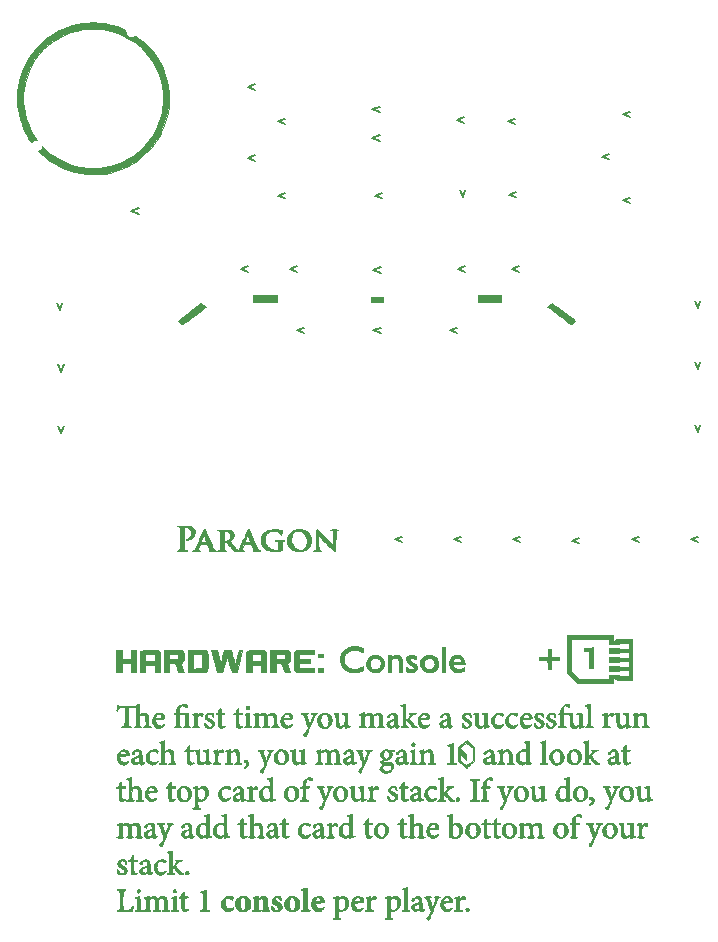
<source format=gbr>
G04 #@! TF.GenerationSoftware,KiCad,Pcbnew,(5.0.0)*
G04 #@! TF.CreationDate,2018-10-09T12:55:19+10:30*
G04 #@! TF.ProjectId,Paragon.kicad_2pcb,50617261676F6E2E6B696361645F3270,1.0*
G04 #@! TF.SameCoordinates,Original*
G04 #@! TF.FileFunction,Legend,Top*
G04 #@! TF.FilePolarity,Positive*
%FSLAX46Y46*%
G04 Gerber Fmt 4.6, Leading zero omitted, Abs format (unit mm)*
G04 Created by KiCad (PCBNEW (5.0.0)) date 10/09/18 12:55:19*
%MOMM*%
%LPD*%
G01*
G04 APERTURE LIST*
%ADD10C,0.010000*%
%ADD11C,0.150000*%
G04 APERTURE END LIST*
D10*
G04 #@! TO.C,G\002A\002A\002A*
G36*
X172555455Y-111311011D02*
X172199499Y-111311011D01*
X172199499Y-109887188D01*
X171818118Y-109887188D01*
X171818118Y-109760061D01*
X171820268Y-109687518D01*
X171825764Y-109641491D01*
X171830061Y-109632933D01*
X171859334Y-109629553D01*
X171927121Y-109620521D01*
X172021615Y-109607503D01*
X172131007Y-109592163D01*
X172243489Y-109576167D01*
X172347254Y-109561179D01*
X172430493Y-109548863D01*
X172472822Y-109542306D01*
X172555455Y-109528928D01*
X172555455Y-111311011D01*
X172555455Y-111311011D01*
G37*
X172555455Y-111311011D02*
X172199499Y-111311011D01*
X172199499Y-109887188D01*
X171818118Y-109887188D01*
X171818118Y-109760061D01*
X171820268Y-109687518D01*
X171825764Y-109641491D01*
X171830061Y-109632933D01*
X171859334Y-109629553D01*
X171927121Y-109620521D01*
X172021615Y-109607503D01*
X172131007Y-109592163D01*
X172243489Y-109576167D01*
X172347254Y-109561179D01*
X172430493Y-109548863D01*
X172472822Y-109542306D01*
X172555455Y-109528928D01*
X172555455Y-111311011D01*
G36*
X130726182Y-56658250D02*
X131240944Y-56719805D01*
X131745547Y-56819459D01*
X132231575Y-56956138D01*
X132690613Y-57128766D01*
X132785569Y-57170745D01*
X132946313Y-57243844D01*
X132952446Y-57398432D01*
X132978540Y-57558123D01*
X133044632Y-57688207D01*
X133153401Y-57793615D01*
X133175228Y-57808708D01*
X133312258Y-57870468D01*
X133460641Y-57885332D01*
X133613405Y-57853834D01*
X133763579Y-57776513D01*
X133784413Y-57761759D01*
X133808357Y-57753484D01*
X133843334Y-57761920D01*
X133896697Y-57790982D01*
X133975798Y-57844588D01*
X134072956Y-57915487D01*
X134510997Y-58271709D01*
X134913470Y-58663151D01*
X135278786Y-59087199D01*
X135605354Y-59541239D01*
X135891583Y-60022658D01*
X136135886Y-60528843D01*
X136336670Y-61057180D01*
X136492347Y-61605056D01*
X136580132Y-62036537D01*
X136605523Y-62223632D01*
X136625873Y-62447844D01*
X136640770Y-62695650D01*
X136649800Y-62953528D01*
X136652548Y-63207955D01*
X136648603Y-63445408D01*
X136637549Y-63652365D01*
X136631571Y-63718541D01*
X136549182Y-64279059D01*
X136419054Y-64824006D01*
X136240330Y-65356285D01*
X136012155Y-65878800D01*
X135969448Y-65964765D01*
X135779373Y-66318291D01*
X135580830Y-66639827D01*
X135364965Y-66941462D01*
X135122925Y-67235289D01*
X134845854Y-67533399D01*
X134749898Y-67630131D01*
X134470952Y-67895969D01*
X134201185Y-68127291D01*
X133928291Y-68332841D01*
X133639965Y-68521366D01*
X133323900Y-68701610D01*
X133031631Y-68851215D01*
X132565482Y-69059857D01*
X132101939Y-69225144D01*
X131630159Y-69350000D01*
X131139298Y-69437352D01*
X130679779Y-69485759D01*
X130457495Y-69500106D01*
X130264677Y-69506550D01*
X130080552Y-69505052D01*
X129884347Y-69495572D01*
X129726326Y-69483976D01*
X129180595Y-69415480D01*
X128637798Y-69299450D01*
X128105654Y-69138200D01*
X127591880Y-68934048D01*
X127134188Y-68705986D01*
X126774637Y-68491331D01*
X126421512Y-68246932D01*
X126066239Y-67966504D01*
X125759960Y-67698578D01*
X125607407Y-67559562D01*
X125729061Y-67452068D01*
X125817334Y-67360631D01*
X125868269Y-67271453D01*
X125879853Y-67235633D01*
X125908990Y-67126691D01*
X126183820Y-67376436D01*
X126611818Y-67736405D01*
X127051600Y-68048042D01*
X127507115Y-68313257D01*
X127982311Y-68533961D01*
X128481137Y-68712065D01*
X129007541Y-68849480D01*
X129370370Y-68918546D01*
X129541574Y-68939830D01*
X129750748Y-68954968D01*
X129985384Y-68963955D01*
X130232975Y-68966787D01*
X130481013Y-68963461D01*
X130716989Y-68953972D01*
X130928397Y-68938317D01*
X131086586Y-68919067D01*
X131628229Y-68810190D01*
X132153208Y-68654455D01*
X132658732Y-68453223D01*
X133142011Y-68207856D01*
X133600255Y-67919715D01*
X134030672Y-67590162D01*
X134294814Y-67353807D01*
X134655981Y-66977633D01*
X134985073Y-66568111D01*
X135277968Y-66131684D01*
X135530542Y-65674795D01*
X135738672Y-65203888D01*
X135826357Y-64960461D01*
X135941364Y-64583212D01*
X136026694Y-64226645D01*
X136085003Y-63874266D01*
X136118945Y-63509579D01*
X136131178Y-63116089D01*
X136131313Y-63066267D01*
X136111574Y-62544928D01*
X136051092Y-62048142D01*
X135947968Y-61567648D01*
X135800305Y-61095184D01*
X135606203Y-60622487D01*
X135535459Y-60472873D01*
X135274578Y-59994220D01*
X134974457Y-59546582D01*
X134637384Y-59131625D01*
X134265645Y-58751015D01*
X133861527Y-58406420D01*
X133427318Y-58099504D01*
X132965304Y-57831934D01*
X132477773Y-57605377D01*
X131967011Y-57421499D01*
X131435305Y-57281967D01*
X131061161Y-57212990D01*
X130874735Y-57191309D01*
X130651466Y-57176450D01*
X130404898Y-57168402D01*
X130148578Y-57167157D01*
X129896050Y-57172704D01*
X129660862Y-57185033D01*
X129456558Y-57204135D01*
X129383083Y-57214196D01*
X128830071Y-57324022D01*
X128299415Y-57479410D01*
X127792108Y-57679782D01*
X127309147Y-57924562D01*
X126851524Y-58213172D01*
X126420234Y-58545035D01*
X126016273Y-58919575D01*
X125640633Y-59336213D01*
X125564304Y-59430431D01*
X125267337Y-59843699D01*
X125006076Y-60289853D01*
X124782712Y-60763535D01*
X124599436Y-61259386D01*
X124458440Y-61772048D01*
X124361914Y-62296164D01*
X124347737Y-62405206D01*
X124334821Y-62553091D01*
X124326213Y-62737631D01*
X124321895Y-62944813D01*
X124321850Y-63160625D01*
X124326059Y-63371055D01*
X124334504Y-63562090D01*
X124347166Y-63719718D01*
X124349479Y-63740041D01*
X124439548Y-64280461D01*
X124578690Y-64808570D01*
X124766212Y-65322511D01*
X125001423Y-65820429D01*
X125283630Y-66300467D01*
X125330477Y-66371572D01*
X125466447Y-66574975D01*
X125355686Y-66591494D01*
X125225785Y-66623016D01*
X125119673Y-66680757D01*
X125054669Y-66735137D01*
X125007484Y-66774371D01*
X124977901Y-66790132D01*
X124974981Y-66789238D01*
X124943365Y-66746842D01*
X124892572Y-66669521D01*
X124828284Y-66566708D01*
X124756186Y-66447836D01*
X124681963Y-66322339D01*
X124611298Y-66199651D01*
X124549875Y-66089204D01*
X124524156Y-66041042D01*
X124336063Y-65652774D01*
X124177696Y-65260011D01*
X124045681Y-64852160D01*
X123936646Y-64418626D01*
X123847219Y-63948817D01*
X123836124Y-63879880D01*
X123821690Y-63751871D01*
X123811267Y-63583896D01*
X123804780Y-63386675D01*
X123802155Y-63170928D01*
X123803318Y-62947375D01*
X123808192Y-62726737D01*
X123816705Y-62519734D01*
X123828779Y-62337086D01*
X123844342Y-62189514D01*
X123848096Y-62163664D01*
X123958302Y-61596468D01*
X124109909Y-61056822D01*
X124304457Y-60540698D01*
X124543490Y-60044068D01*
X124828550Y-59562902D01*
X124865461Y-59506707D01*
X125199319Y-59049042D01*
X125569733Y-58625491D01*
X125974094Y-58237732D01*
X126409795Y-57887445D01*
X126874227Y-57576309D01*
X127364782Y-57306003D01*
X127878852Y-57078205D01*
X128413828Y-56894596D01*
X128967104Y-56756854D01*
X129205105Y-56712952D01*
X129699846Y-56653748D01*
X130209677Y-56635873D01*
X130726182Y-56658250D01*
X130726182Y-56658250D01*
G37*
X130726182Y-56658250D02*
X131240944Y-56719805D01*
X131745547Y-56819459D01*
X132231575Y-56956138D01*
X132690613Y-57128766D01*
X132785569Y-57170745D01*
X132946313Y-57243844D01*
X132952446Y-57398432D01*
X132978540Y-57558123D01*
X133044632Y-57688207D01*
X133153401Y-57793615D01*
X133175228Y-57808708D01*
X133312258Y-57870468D01*
X133460641Y-57885332D01*
X133613405Y-57853834D01*
X133763579Y-57776513D01*
X133784413Y-57761759D01*
X133808357Y-57753484D01*
X133843334Y-57761920D01*
X133896697Y-57790982D01*
X133975798Y-57844588D01*
X134072956Y-57915487D01*
X134510997Y-58271709D01*
X134913470Y-58663151D01*
X135278786Y-59087199D01*
X135605354Y-59541239D01*
X135891583Y-60022658D01*
X136135886Y-60528843D01*
X136336670Y-61057180D01*
X136492347Y-61605056D01*
X136580132Y-62036537D01*
X136605523Y-62223632D01*
X136625873Y-62447844D01*
X136640770Y-62695650D01*
X136649800Y-62953528D01*
X136652548Y-63207955D01*
X136648603Y-63445408D01*
X136637549Y-63652365D01*
X136631571Y-63718541D01*
X136549182Y-64279059D01*
X136419054Y-64824006D01*
X136240330Y-65356285D01*
X136012155Y-65878800D01*
X135969448Y-65964765D01*
X135779373Y-66318291D01*
X135580830Y-66639827D01*
X135364965Y-66941462D01*
X135122925Y-67235289D01*
X134845854Y-67533399D01*
X134749898Y-67630131D01*
X134470952Y-67895969D01*
X134201185Y-68127291D01*
X133928291Y-68332841D01*
X133639965Y-68521366D01*
X133323900Y-68701610D01*
X133031631Y-68851215D01*
X132565482Y-69059857D01*
X132101939Y-69225144D01*
X131630159Y-69350000D01*
X131139298Y-69437352D01*
X130679779Y-69485759D01*
X130457495Y-69500106D01*
X130264677Y-69506550D01*
X130080552Y-69505052D01*
X129884347Y-69495572D01*
X129726326Y-69483976D01*
X129180595Y-69415480D01*
X128637798Y-69299450D01*
X128105654Y-69138200D01*
X127591880Y-68934048D01*
X127134188Y-68705986D01*
X126774637Y-68491331D01*
X126421512Y-68246932D01*
X126066239Y-67966504D01*
X125759960Y-67698578D01*
X125607407Y-67559562D01*
X125729061Y-67452068D01*
X125817334Y-67360631D01*
X125868269Y-67271453D01*
X125879853Y-67235633D01*
X125908990Y-67126691D01*
X126183820Y-67376436D01*
X126611818Y-67736405D01*
X127051600Y-68048042D01*
X127507115Y-68313257D01*
X127982311Y-68533961D01*
X128481137Y-68712065D01*
X129007541Y-68849480D01*
X129370370Y-68918546D01*
X129541574Y-68939830D01*
X129750748Y-68954968D01*
X129985384Y-68963955D01*
X130232975Y-68966787D01*
X130481013Y-68963461D01*
X130716989Y-68953972D01*
X130928397Y-68938317D01*
X131086586Y-68919067D01*
X131628229Y-68810190D01*
X132153208Y-68654455D01*
X132658732Y-68453223D01*
X133142011Y-68207856D01*
X133600255Y-67919715D01*
X134030672Y-67590162D01*
X134294814Y-67353807D01*
X134655981Y-66977633D01*
X134985073Y-66568111D01*
X135277968Y-66131684D01*
X135530542Y-65674795D01*
X135738672Y-65203888D01*
X135826357Y-64960461D01*
X135941364Y-64583212D01*
X136026694Y-64226645D01*
X136085003Y-63874266D01*
X136118945Y-63509579D01*
X136131178Y-63116089D01*
X136131313Y-63066267D01*
X136111574Y-62544928D01*
X136051092Y-62048142D01*
X135947968Y-61567648D01*
X135800305Y-61095184D01*
X135606203Y-60622487D01*
X135535459Y-60472873D01*
X135274578Y-59994220D01*
X134974457Y-59546582D01*
X134637384Y-59131625D01*
X134265645Y-58751015D01*
X133861527Y-58406420D01*
X133427318Y-58099504D01*
X132965304Y-57831934D01*
X132477773Y-57605377D01*
X131967011Y-57421499D01*
X131435305Y-57281967D01*
X131061161Y-57212990D01*
X130874735Y-57191309D01*
X130651466Y-57176450D01*
X130404898Y-57168402D01*
X130148578Y-57167157D01*
X129896050Y-57172704D01*
X129660862Y-57185033D01*
X129456558Y-57204135D01*
X129383083Y-57214196D01*
X128830071Y-57324022D01*
X128299415Y-57479410D01*
X127792108Y-57679782D01*
X127309147Y-57924562D01*
X126851524Y-58213172D01*
X126420234Y-58545035D01*
X126016273Y-58919575D01*
X125640633Y-59336213D01*
X125564304Y-59430431D01*
X125267337Y-59843699D01*
X125006076Y-60289853D01*
X124782712Y-60763535D01*
X124599436Y-61259386D01*
X124458440Y-61772048D01*
X124361914Y-62296164D01*
X124347737Y-62405206D01*
X124334821Y-62553091D01*
X124326213Y-62737631D01*
X124321895Y-62944813D01*
X124321850Y-63160625D01*
X124326059Y-63371055D01*
X124334504Y-63562090D01*
X124347166Y-63719718D01*
X124349479Y-63740041D01*
X124439548Y-64280461D01*
X124578690Y-64808570D01*
X124766212Y-65322511D01*
X125001423Y-65820429D01*
X125283630Y-66300467D01*
X125330477Y-66371572D01*
X125466447Y-66574975D01*
X125355686Y-66591494D01*
X125225785Y-66623016D01*
X125119673Y-66680757D01*
X125054669Y-66735137D01*
X125007484Y-66774371D01*
X124977901Y-66790132D01*
X124974981Y-66789238D01*
X124943365Y-66746842D01*
X124892572Y-66669521D01*
X124828284Y-66566708D01*
X124756186Y-66447836D01*
X124681963Y-66322339D01*
X124611298Y-66199651D01*
X124549875Y-66089204D01*
X124524156Y-66041042D01*
X124336063Y-65652774D01*
X124177696Y-65260011D01*
X124045681Y-64852160D01*
X123936646Y-64418626D01*
X123847219Y-63948817D01*
X123836124Y-63879880D01*
X123821690Y-63751871D01*
X123811267Y-63583896D01*
X123804780Y-63386675D01*
X123802155Y-63170928D01*
X123803318Y-62947375D01*
X123808192Y-62726737D01*
X123816705Y-62519734D01*
X123828779Y-62337086D01*
X123844342Y-62189514D01*
X123848096Y-62163664D01*
X123958302Y-61596468D01*
X124109909Y-61056822D01*
X124304457Y-60540698D01*
X124543490Y-60044068D01*
X124828550Y-59562902D01*
X124865461Y-59506707D01*
X125199319Y-59049042D01*
X125569733Y-58625491D01*
X125974094Y-58237732D01*
X126409795Y-57887445D01*
X126874227Y-57576309D01*
X127364782Y-57306003D01*
X127878852Y-57078205D01*
X128413828Y-56894596D01*
X128967104Y-56756854D01*
X129205105Y-56712952D01*
X129699846Y-56653748D01*
X130209677Y-56635873D01*
X130726182Y-56658250D01*
G36*
X164800700Y-80291992D02*
X162817517Y-80291992D01*
X162817517Y-79707208D01*
X164800700Y-79707208D01*
X164800700Y-80291992D01*
X164800700Y-80291992D01*
G37*
X164800700Y-80291992D02*
X162817517Y-80291992D01*
X162817517Y-79707208D01*
X164800700Y-79707208D01*
X164800700Y-80291992D01*
G36*
X154808508Y-80291992D02*
X153791491Y-80291992D01*
X153791491Y-79910611D01*
X154808508Y-79910611D01*
X154808508Y-80291992D01*
X154808508Y-80291992D01*
G37*
X154808508Y-80291992D02*
X153791491Y-80291992D01*
X153791491Y-79910611D01*
X154808508Y-79910611D01*
X154808508Y-80291992D01*
G36*
X145782482Y-80291992D02*
X143799299Y-80291992D01*
X143799299Y-79707208D01*
X145782482Y-79707208D01*
X145782482Y-80291992D01*
X145782482Y-80291992D01*
G37*
X145782482Y-80291992D02*
X143799299Y-80291992D01*
X143799299Y-79707208D01*
X145782482Y-79707208D01*
X145782482Y-80291992D01*
G36*
X169100783Y-80433843D02*
X169161979Y-80475614D01*
X169253779Y-80540832D01*
X169371366Y-80625896D01*
X169509924Y-80727207D01*
X169664636Y-80841164D01*
X169830684Y-80964167D01*
X170003252Y-81092615D01*
X170177524Y-81222909D01*
X170348681Y-81351448D01*
X170511908Y-81474632D01*
X170662388Y-81588861D01*
X170795303Y-81690534D01*
X170905838Y-81776051D01*
X170989174Y-81841812D01*
X171040496Y-81884217D01*
X171055355Y-81899289D01*
X171036602Y-81920499D01*
X170987678Y-81963012D01*
X170919583Y-82018289D01*
X170843318Y-82077790D01*
X170769885Y-82132976D01*
X170710284Y-82175306D01*
X170675515Y-82196242D01*
X170671710Y-82197104D01*
X170649936Y-82181917D01*
X170591537Y-82139067D01*
X170500483Y-82071519D01*
X170380741Y-81982238D01*
X170236282Y-81874187D01*
X170071072Y-81750332D01*
X169889082Y-81613636D01*
X169694279Y-81467065D01*
X169682382Y-81458105D01*
X169487090Y-81310590D01*
X169304776Y-81172028D01*
X169139372Y-81045469D01*
X168994808Y-80933960D01*
X168875015Y-80840549D01*
X168783924Y-80768284D01*
X168725465Y-80720212D01*
X168703569Y-80699383D01*
X168703503Y-80699080D01*
X168722732Y-80673685D01*
X168772681Y-80628857D01*
X168841740Y-80573344D01*
X168918302Y-80515894D01*
X168990758Y-80465255D01*
X169047499Y-80430175D01*
X169075008Y-80419120D01*
X169100783Y-80433843D01*
X169100783Y-80433843D01*
G37*
X169100783Y-80433843D02*
X169161979Y-80475614D01*
X169253779Y-80540832D01*
X169371366Y-80625896D01*
X169509924Y-80727207D01*
X169664636Y-80841164D01*
X169830684Y-80964167D01*
X170003252Y-81092615D01*
X170177524Y-81222909D01*
X170348681Y-81351448D01*
X170511908Y-81474632D01*
X170662388Y-81588861D01*
X170795303Y-81690534D01*
X170905838Y-81776051D01*
X170989174Y-81841812D01*
X171040496Y-81884217D01*
X171055355Y-81899289D01*
X171036602Y-81920499D01*
X170987678Y-81963012D01*
X170919583Y-82018289D01*
X170843318Y-82077790D01*
X170769885Y-82132976D01*
X170710284Y-82175306D01*
X170675515Y-82196242D01*
X170671710Y-82197104D01*
X170649936Y-82181917D01*
X170591537Y-82139067D01*
X170500483Y-82071519D01*
X170380741Y-81982238D01*
X170236282Y-81874187D01*
X170071072Y-81750332D01*
X169889082Y-81613636D01*
X169694279Y-81467065D01*
X169682382Y-81458105D01*
X169487090Y-81310590D01*
X169304776Y-81172028D01*
X169139372Y-81045469D01*
X168994808Y-80933960D01*
X168875015Y-80840549D01*
X168783924Y-80768284D01*
X168725465Y-80720212D01*
X168703569Y-80699383D01*
X168703503Y-80699080D01*
X168722732Y-80673685D01*
X168772681Y-80628857D01*
X168841740Y-80573344D01*
X168918302Y-80515894D01*
X168990758Y-80465255D01*
X169047499Y-80430175D01*
X169075008Y-80419120D01*
X169100783Y-80433843D01*
G36*
X139571274Y-80540005D02*
X139652812Y-80603344D01*
X139716069Y-80656228D01*
X139751891Y-80690820D01*
X139756656Y-80698725D01*
X139736946Y-80717468D01*
X139680540Y-80763432D01*
X139591528Y-80833466D01*
X139474000Y-80924419D01*
X139332044Y-81033141D01*
X139169750Y-81156482D01*
X138991207Y-81291289D01*
X138847697Y-81399074D01*
X138656272Y-81542533D01*
X138475045Y-81678364D01*
X138308574Y-81803152D01*
X138161416Y-81913478D01*
X138038131Y-82005925D01*
X137943274Y-82077076D01*
X137881406Y-82123513D01*
X137860316Y-82139372D01*
X137781893Y-82198513D01*
X137593349Y-82057644D01*
X137510285Y-81994183D01*
X137444638Y-81941379D01*
X137405825Y-81906939D01*
X137399398Y-81898929D01*
X137418102Y-81880692D01*
X137473817Y-81835231D01*
X137562647Y-81765525D01*
X137680697Y-81674559D01*
X137824069Y-81565312D01*
X137988869Y-81440767D01*
X138171202Y-81303906D01*
X138367170Y-81157710D01*
X138389941Y-81140778D01*
X139385891Y-80400475D01*
X139571274Y-80540005D01*
X139571274Y-80540005D01*
G37*
X139571274Y-80540005D02*
X139652812Y-80603344D01*
X139716069Y-80656228D01*
X139751891Y-80690820D01*
X139756656Y-80698725D01*
X139736946Y-80717468D01*
X139680540Y-80763432D01*
X139591528Y-80833466D01*
X139474000Y-80924419D01*
X139332044Y-81033141D01*
X139169750Y-81156482D01*
X138991207Y-81291289D01*
X138847697Y-81399074D01*
X138656272Y-81542533D01*
X138475045Y-81678364D01*
X138308574Y-81803152D01*
X138161416Y-81913478D01*
X138038131Y-82005925D01*
X137943274Y-82077076D01*
X137881406Y-82123513D01*
X137860316Y-82139372D01*
X137781893Y-82198513D01*
X137593349Y-82057644D01*
X137510285Y-81994183D01*
X137444638Y-81941379D01*
X137405825Y-81906939D01*
X137399398Y-81898929D01*
X137418102Y-81880692D01*
X137473817Y-81835231D01*
X137562647Y-81765525D01*
X137680697Y-81674559D01*
X137824069Y-81565312D01*
X137988869Y-81440767D01*
X138171202Y-81303906D01*
X138367170Y-81157710D01*
X138389941Y-81140778D01*
X139385891Y-80400475D01*
X139571274Y-80540005D01*
G36*
X143401504Y-99540129D02*
X143419201Y-99571569D01*
X143454136Y-99644226D01*
X143503785Y-99752462D01*
X143565619Y-99890643D01*
X143637114Y-100053131D01*
X143715742Y-100234291D01*
X143784403Y-100394312D01*
X143868854Y-100589905D01*
X143949003Y-100771293D01*
X144022206Y-100932800D01*
X144085817Y-101068750D01*
X144137193Y-101173468D01*
X144173690Y-101241278D01*
X144189958Y-101264741D01*
X144257458Y-101308953D01*
X144327686Y-101334236D01*
X144378671Y-101351036D01*
X144395822Y-101370599D01*
X144394883Y-101372766D01*
X144364786Y-101382192D01*
X144296489Y-101388465D01*
X144202541Y-101391650D01*
X144095491Y-101391811D01*
X143987887Y-101389015D01*
X143892278Y-101383326D01*
X143821214Y-101374809D01*
X143799299Y-101369670D01*
X143763514Y-101354382D01*
X143767517Y-101346779D01*
X143790749Y-101334646D01*
X143796336Y-101299362D01*
X143783163Y-101235021D01*
X143750113Y-101135716D01*
X143705731Y-101019840D01*
X143612164Y-100783434D01*
X142977656Y-100797598D01*
X142888681Y-101031715D01*
X142843994Y-101159347D01*
X142823758Y-101248196D01*
X142828731Y-101304470D01*
X142859669Y-101334380D01*
X142917327Y-101344133D01*
X142926735Y-101344245D01*
X142967866Y-101352329D01*
X142973737Y-101368433D01*
X142943676Y-101377116D01*
X142870803Y-101383526D01*
X142763125Y-101387274D01*
X142628647Y-101387969D01*
X142582635Y-101387502D01*
X142435869Y-101385078D01*
X142330085Y-101381442D01*
X142255416Y-101375088D01*
X142201993Y-101364507D01*
X142159950Y-101348192D01*
X142119418Y-101324636D01*
X142103654Y-101314329D01*
X142048503Y-101267233D01*
X141972372Y-101187529D01*
X141883391Y-101084302D01*
X141789690Y-100966637D01*
X141773732Y-100945661D01*
X141546640Y-100645046D01*
X141414411Y-100637360D01*
X141282182Y-100629675D01*
X141282182Y-100909029D01*
X141284104Y-101062033D01*
X141291692Y-101171949D01*
X141307676Y-101246452D01*
X141334789Y-101293220D01*
X141375760Y-101319928D01*
X141433323Y-101334255D01*
X141433481Y-101334281D01*
X141493964Y-101348448D01*
X141523492Y-101364444D01*
X141523745Y-101369635D01*
X141495326Y-101376568D01*
X141427119Y-101381696D01*
X141330150Y-101385047D01*
X141215450Y-101386648D01*
X141094046Y-101386529D01*
X140976967Y-101384715D01*
X140875241Y-101381234D01*
X140799898Y-101376115D01*
X140761966Y-101369384D01*
X140759759Y-101367726D01*
X140774038Y-101351866D01*
X140823468Y-101335975D01*
X140835004Y-101333628D01*
X140897688Y-101312050D01*
X140934998Y-101281118D01*
X140936484Y-101277910D01*
X140940282Y-101243341D01*
X140943733Y-101164527D01*
X140946712Y-101048076D01*
X140949096Y-100900594D01*
X140950761Y-100728686D01*
X140951585Y-100538960D01*
X140951651Y-100466430D01*
X140951579Y-100248239D01*
X140951461Y-100205325D01*
X141286115Y-100205325D01*
X141286290Y-100321921D01*
X141288192Y-100411543D01*
X141291682Y-100464140D01*
X141293367Y-100472255D01*
X141325153Y-100492213D01*
X141391308Y-100503340D01*
X141476154Y-100505810D01*
X141564014Y-100499798D01*
X141639210Y-100485479D01*
X141680017Y-100467947D01*
X141746767Y-100393214D01*
X141792652Y-100286130D01*
X141815734Y-100161540D01*
X141814078Y-100034291D01*
X141785747Y-99919226D01*
X141758402Y-99866974D01*
X141663588Y-99768273D01*
X141542144Y-99710542D01*
X141409309Y-99697361D01*
X141294894Y-99704305D01*
X141287808Y-100071804D01*
X141286115Y-100205325D01*
X140951461Y-100205325D01*
X140951101Y-100075296D01*
X140949829Y-99941998D01*
X140947371Y-99842742D01*
X140943337Y-99771925D01*
X140937338Y-99723945D01*
X140928984Y-99693198D01*
X140917883Y-99674081D01*
X140903647Y-99660992D01*
X140895143Y-99654896D01*
X140830094Y-99624271D01*
X140780729Y-99615316D01*
X140735731Y-99605428D01*
X140722822Y-99588764D01*
X140746893Y-99578803D01*
X140819512Y-99572264D01*
X140941289Y-99569128D01*
X141112836Y-99569372D01*
X141237687Y-99571094D01*
X141423091Y-99575032D01*
X141565248Y-99580053D01*
X141671761Y-99586813D01*
X141750232Y-99595968D01*
X141808263Y-99608175D01*
X141853458Y-99624089D01*
X141853907Y-99624285D01*
X141975581Y-99693434D01*
X142059547Y-99782878D01*
X142111236Y-99885887D01*
X142137217Y-100000640D01*
X142123504Y-100113351D01*
X142067828Y-100230760D01*
X141967921Y-100359604D01*
X141942395Y-100387376D01*
X141797868Y-100541140D01*
X142019790Y-100809268D01*
X142152591Y-100965160D01*
X142270861Y-101094912D01*
X142371010Y-101194993D01*
X142449449Y-101261869D01*
X142502589Y-101292010D01*
X142511823Y-101293394D01*
X142527825Y-101290933D01*
X142544438Y-101280715D01*
X142563763Y-101258482D01*
X142587902Y-101219981D01*
X142618960Y-101160954D01*
X142659039Y-101077147D01*
X142710240Y-100964304D01*
X142774669Y-100818170D01*
X142854426Y-100634488D01*
X142858094Y-100625976D01*
X143061850Y-100625976D01*
X143077741Y-100641917D01*
X143129124Y-100651985D01*
X143221761Y-100656932D01*
X143305216Y-100657758D01*
X143417423Y-100657319D01*
X143487565Y-100654517D01*
X143524428Y-100647122D01*
X143536799Y-100632906D01*
X143533463Y-100609639D01*
X143530710Y-100600551D01*
X143498776Y-100505519D01*
X143459198Y-100399105D01*
X143416134Y-100291088D01*
X143373743Y-100191248D01*
X143336183Y-100109364D01*
X143307614Y-100055216D01*
X143292193Y-100038584D01*
X143291868Y-100038882D01*
X143273739Y-100072395D01*
X143243160Y-100141413D01*
X143204843Y-100233910D01*
X143163499Y-100337859D01*
X143123840Y-100441233D01*
X143090578Y-100532006D01*
X143068426Y-100598152D01*
X143061850Y-100625976D01*
X142858094Y-100625976D01*
X142951615Y-100409004D01*
X142970384Y-100365366D01*
X143052928Y-100174266D01*
X143129875Y-99997744D01*
X143198765Y-99841323D01*
X143257136Y-99710525D01*
X143302527Y-99610873D01*
X143332476Y-99547890D01*
X143343845Y-99527416D01*
X143378335Y-99522023D01*
X143401504Y-99540129D01*
X143401504Y-99540129D01*
G37*
X143401504Y-99540129D02*
X143419201Y-99571569D01*
X143454136Y-99644226D01*
X143503785Y-99752462D01*
X143565619Y-99890643D01*
X143637114Y-100053131D01*
X143715742Y-100234291D01*
X143784403Y-100394312D01*
X143868854Y-100589905D01*
X143949003Y-100771293D01*
X144022206Y-100932800D01*
X144085817Y-101068750D01*
X144137193Y-101173468D01*
X144173690Y-101241278D01*
X144189958Y-101264741D01*
X144257458Y-101308953D01*
X144327686Y-101334236D01*
X144378671Y-101351036D01*
X144395822Y-101370599D01*
X144394883Y-101372766D01*
X144364786Y-101382192D01*
X144296489Y-101388465D01*
X144202541Y-101391650D01*
X144095491Y-101391811D01*
X143987887Y-101389015D01*
X143892278Y-101383326D01*
X143821214Y-101374809D01*
X143799299Y-101369670D01*
X143763514Y-101354382D01*
X143767517Y-101346779D01*
X143790749Y-101334646D01*
X143796336Y-101299362D01*
X143783163Y-101235021D01*
X143750113Y-101135716D01*
X143705731Y-101019840D01*
X143612164Y-100783434D01*
X142977656Y-100797598D01*
X142888681Y-101031715D01*
X142843994Y-101159347D01*
X142823758Y-101248196D01*
X142828731Y-101304470D01*
X142859669Y-101334380D01*
X142917327Y-101344133D01*
X142926735Y-101344245D01*
X142967866Y-101352329D01*
X142973737Y-101368433D01*
X142943676Y-101377116D01*
X142870803Y-101383526D01*
X142763125Y-101387274D01*
X142628647Y-101387969D01*
X142582635Y-101387502D01*
X142435869Y-101385078D01*
X142330085Y-101381442D01*
X142255416Y-101375088D01*
X142201993Y-101364507D01*
X142159950Y-101348192D01*
X142119418Y-101324636D01*
X142103654Y-101314329D01*
X142048503Y-101267233D01*
X141972372Y-101187529D01*
X141883391Y-101084302D01*
X141789690Y-100966637D01*
X141773732Y-100945661D01*
X141546640Y-100645046D01*
X141414411Y-100637360D01*
X141282182Y-100629675D01*
X141282182Y-100909029D01*
X141284104Y-101062033D01*
X141291692Y-101171949D01*
X141307676Y-101246452D01*
X141334789Y-101293220D01*
X141375760Y-101319928D01*
X141433323Y-101334255D01*
X141433481Y-101334281D01*
X141493964Y-101348448D01*
X141523492Y-101364444D01*
X141523745Y-101369635D01*
X141495326Y-101376568D01*
X141427119Y-101381696D01*
X141330150Y-101385047D01*
X141215450Y-101386648D01*
X141094046Y-101386529D01*
X140976967Y-101384715D01*
X140875241Y-101381234D01*
X140799898Y-101376115D01*
X140761966Y-101369384D01*
X140759759Y-101367726D01*
X140774038Y-101351866D01*
X140823468Y-101335975D01*
X140835004Y-101333628D01*
X140897688Y-101312050D01*
X140934998Y-101281118D01*
X140936484Y-101277910D01*
X140940282Y-101243341D01*
X140943733Y-101164527D01*
X140946712Y-101048076D01*
X140949096Y-100900594D01*
X140950761Y-100728686D01*
X140951585Y-100538960D01*
X140951651Y-100466430D01*
X140951579Y-100248239D01*
X140951461Y-100205325D01*
X141286115Y-100205325D01*
X141286290Y-100321921D01*
X141288192Y-100411543D01*
X141291682Y-100464140D01*
X141293367Y-100472255D01*
X141325153Y-100492213D01*
X141391308Y-100503340D01*
X141476154Y-100505810D01*
X141564014Y-100499798D01*
X141639210Y-100485479D01*
X141680017Y-100467947D01*
X141746767Y-100393214D01*
X141792652Y-100286130D01*
X141815734Y-100161540D01*
X141814078Y-100034291D01*
X141785747Y-99919226D01*
X141758402Y-99866974D01*
X141663588Y-99768273D01*
X141542144Y-99710542D01*
X141409309Y-99697361D01*
X141294894Y-99704305D01*
X141287808Y-100071804D01*
X141286115Y-100205325D01*
X140951461Y-100205325D01*
X140951101Y-100075296D01*
X140949829Y-99941998D01*
X140947371Y-99842742D01*
X140943337Y-99771925D01*
X140937338Y-99723945D01*
X140928984Y-99693198D01*
X140917883Y-99674081D01*
X140903647Y-99660992D01*
X140895143Y-99654896D01*
X140830094Y-99624271D01*
X140780729Y-99615316D01*
X140735731Y-99605428D01*
X140722822Y-99588764D01*
X140746893Y-99578803D01*
X140819512Y-99572264D01*
X140941289Y-99569128D01*
X141112836Y-99569372D01*
X141237687Y-99571094D01*
X141423091Y-99575032D01*
X141565248Y-99580053D01*
X141671761Y-99586813D01*
X141750232Y-99595968D01*
X141808263Y-99608175D01*
X141853458Y-99624089D01*
X141853907Y-99624285D01*
X141975581Y-99693434D01*
X142059547Y-99782878D01*
X142111236Y-99885887D01*
X142137217Y-100000640D01*
X142123504Y-100113351D01*
X142067828Y-100230760D01*
X141967921Y-100359604D01*
X141942395Y-100387376D01*
X141797868Y-100541140D01*
X142019790Y-100809268D01*
X142152591Y-100965160D01*
X142270861Y-101094912D01*
X142371010Y-101194993D01*
X142449449Y-101261869D01*
X142502589Y-101292010D01*
X142511823Y-101293394D01*
X142527825Y-101290933D01*
X142544438Y-101280715D01*
X142563763Y-101258482D01*
X142587902Y-101219981D01*
X142618960Y-101160954D01*
X142659039Y-101077147D01*
X142710240Y-100964304D01*
X142774669Y-100818170D01*
X142854426Y-100634488D01*
X142858094Y-100625976D01*
X143061850Y-100625976D01*
X143077741Y-100641917D01*
X143129124Y-100651985D01*
X143221761Y-100656932D01*
X143305216Y-100657758D01*
X143417423Y-100657319D01*
X143487565Y-100654517D01*
X143524428Y-100647122D01*
X143536799Y-100632906D01*
X143533463Y-100609639D01*
X143530710Y-100600551D01*
X143498776Y-100505519D01*
X143459198Y-100399105D01*
X143416134Y-100291088D01*
X143373743Y-100191248D01*
X143336183Y-100109364D01*
X143307614Y-100055216D01*
X143292193Y-100038584D01*
X143291868Y-100038882D01*
X143273739Y-100072395D01*
X143243160Y-100141413D01*
X143204843Y-100233910D01*
X143163499Y-100337859D01*
X143123840Y-100441233D01*
X143090578Y-100532006D01*
X143068426Y-100598152D01*
X143061850Y-100625976D01*
X142858094Y-100625976D01*
X142951615Y-100409004D01*
X142970384Y-100365366D01*
X143052928Y-100174266D01*
X143129875Y-99997744D01*
X143198765Y-99841323D01*
X143257136Y-99710525D01*
X143302527Y-99610873D01*
X143332476Y-99547890D01*
X143343845Y-99527416D01*
X143378335Y-99522023D01*
X143401504Y-99540129D01*
G36*
X139677847Y-99527416D02*
X139693007Y-99555893D01*
X139725402Y-99625608D01*
X139772553Y-99730923D01*
X139831977Y-99866206D01*
X139901196Y-100025819D01*
X139977726Y-100204127D01*
X140035547Y-100339940D01*
X140117728Y-100532122D01*
X140196294Y-100713033D01*
X140268410Y-100876360D01*
X140331243Y-101015787D01*
X140381959Y-101125000D01*
X140417723Y-101197685D01*
X140431533Y-101222236D01*
X140494128Y-101294921D01*
X140568471Y-101330122D01*
X140582524Y-101333123D01*
X140650951Y-101350419D01*
X140671474Y-101366457D01*
X140647041Y-101380012D01*
X140580598Y-101389858D01*
X140475093Y-101394767D01*
X140433608Y-101395096D01*
X140268526Y-101392403D01*
X140151904Y-101384081D01*
X140081624Y-101369765D01*
X140055568Y-101349089D01*
X140062216Y-101330985D01*
X140068982Y-101299093D01*
X140056908Y-101237370D01*
X140024500Y-101140034D01*
X139989154Y-101048209D01*
X139889396Y-100797598D01*
X139260860Y-100783632D01*
X139178228Y-100987355D01*
X139127990Y-101119342D01*
X139101554Y-101213208D01*
X139098796Y-101275704D01*
X139119593Y-101313581D01*
X139163822Y-101333588D01*
X139171871Y-101335346D01*
X139225262Y-101351215D01*
X139248134Y-101368310D01*
X139248148Y-101368655D01*
X139224716Y-101376295D01*
X139162316Y-101381925D01*
X139072790Y-101385536D01*
X138967982Y-101387119D01*
X138859734Y-101386664D01*
X138759890Y-101384163D01*
X138680293Y-101379607D01*
X138632785Y-101372987D01*
X138624886Y-101369122D01*
X138638474Y-101352269D01*
X138687370Y-101336023D01*
X138697657Y-101333931D01*
X138773680Y-101305469D01*
X138834026Y-101261223D01*
X138855984Y-101224954D01*
X138894966Y-101147640D01*
X138948293Y-101035115D01*
X139013286Y-100893212D01*
X139087266Y-100727765D01*
X139124126Y-100643673D01*
X139324424Y-100643673D01*
X139348007Y-100649725D01*
X139411394Y-100654475D01*
X139503542Y-100657278D01*
X139565966Y-100657758D01*
X139690352Y-100655393D01*
X139768311Y-100647941D01*
X139804061Y-100634873D01*
X139807507Y-100627340D01*
X139799022Y-100590648D01*
X139776378Y-100520913D01*
X139743791Y-100429149D01*
X139705477Y-100326372D01*
X139665652Y-100223596D01*
X139628531Y-100131835D01*
X139598331Y-100062104D01*
X139579268Y-100025419D01*
X139575971Y-100022423D01*
X139562827Y-100044302D01*
X139535906Y-100102988D01*
X139499544Y-100187772D01*
X139458075Y-100287946D01*
X139415837Y-100392800D01*
X139377166Y-100491626D01*
X139346397Y-100573716D01*
X139327866Y-100628361D01*
X139324424Y-100643673D01*
X139124126Y-100643673D01*
X139167551Y-100544607D01*
X139233860Y-100390791D01*
X139316557Y-100198874D01*
X139394312Y-100020967D01*
X139464572Y-99862719D01*
X139524783Y-99729777D01*
X139572394Y-99627790D01*
X139604851Y-99562407D01*
X139618308Y-99540129D01*
X139658907Y-99518530D01*
X139677847Y-99527416D01*
X139677847Y-99527416D01*
G37*
X139677847Y-99527416D02*
X139693007Y-99555893D01*
X139725402Y-99625608D01*
X139772553Y-99730923D01*
X139831977Y-99866206D01*
X139901196Y-100025819D01*
X139977726Y-100204127D01*
X140035547Y-100339940D01*
X140117728Y-100532122D01*
X140196294Y-100713033D01*
X140268410Y-100876360D01*
X140331243Y-101015787D01*
X140381959Y-101125000D01*
X140417723Y-101197685D01*
X140431533Y-101222236D01*
X140494128Y-101294921D01*
X140568471Y-101330122D01*
X140582524Y-101333123D01*
X140650951Y-101350419D01*
X140671474Y-101366457D01*
X140647041Y-101380012D01*
X140580598Y-101389858D01*
X140475093Y-101394767D01*
X140433608Y-101395096D01*
X140268526Y-101392403D01*
X140151904Y-101384081D01*
X140081624Y-101369765D01*
X140055568Y-101349089D01*
X140062216Y-101330985D01*
X140068982Y-101299093D01*
X140056908Y-101237370D01*
X140024500Y-101140034D01*
X139989154Y-101048209D01*
X139889396Y-100797598D01*
X139260860Y-100783632D01*
X139178228Y-100987355D01*
X139127990Y-101119342D01*
X139101554Y-101213208D01*
X139098796Y-101275704D01*
X139119593Y-101313581D01*
X139163822Y-101333588D01*
X139171871Y-101335346D01*
X139225262Y-101351215D01*
X139248134Y-101368310D01*
X139248148Y-101368655D01*
X139224716Y-101376295D01*
X139162316Y-101381925D01*
X139072790Y-101385536D01*
X138967982Y-101387119D01*
X138859734Y-101386664D01*
X138759890Y-101384163D01*
X138680293Y-101379607D01*
X138632785Y-101372987D01*
X138624886Y-101369122D01*
X138638474Y-101352269D01*
X138687370Y-101336023D01*
X138697657Y-101333931D01*
X138773680Y-101305469D01*
X138834026Y-101261223D01*
X138855984Y-101224954D01*
X138894966Y-101147640D01*
X138948293Y-101035115D01*
X139013286Y-100893212D01*
X139087266Y-100727765D01*
X139124126Y-100643673D01*
X139324424Y-100643673D01*
X139348007Y-100649725D01*
X139411394Y-100654475D01*
X139503542Y-100657278D01*
X139565966Y-100657758D01*
X139690352Y-100655393D01*
X139768311Y-100647941D01*
X139804061Y-100634873D01*
X139807507Y-100627340D01*
X139799022Y-100590648D01*
X139776378Y-100520913D01*
X139743791Y-100429149D01*
X139705477Y-100326372D01*
X139665652Y-100223596D01*
X139628531Y-100131835D01*
X139598331Y-100062104D01*
X139579268Y-100025419D01*
X139575971Y-100022423D01*
X139562827Y-100044302D01*
X139535906Y-100102988D01*
X139499544Y-100187772D01*
X139458075Y-100287946D01*
X139415837Y-100392800D01*
X139377166Y-100491626D01*
X139346397Y-100573716D01*
X139327866Y-100628361D01*
X139324424Y-100643673D01*
X139124126Y-100643673D01*
X139167551Y-100544607D01*
X139233860Y-100390791D01*
X139316557Y-100198874D01*
X139394312Y-100020967D01*
X139464572Y-99862719D01*
X139524783Y-99729777D01*
X139572394Y-99627790D01*
X139604851Y-99562407D01*
X139618308Y-99540129D01*
X139658907Y-99518530D01*
X139677847Y-99527416D01*
G36*
X137796145Y-99263082D02*
X137866241Y-99263973D01*
X138054165Y-99266845D01*
X138198775Y-99270036D01*
X138307608Y-99274278D01*
X138388200Y-99280304D01*
X138448086Y-99288847D01*
X138494802Y-99300638D01*
X138535884Y-99316412D01*
X138569695Y-99332360D01*
X138696386Y-99420268D01*
X138783051Y-99537049D01*
X138827968Y-99678130D01*
X138829414Y-99838936D01*
X138804851Y-99956653D01*
X138733734Y-100114496D01*
X138623963Y-100246817D01*
X138483920Y-100347413D01*
X138321990Y-100410081D01*
X138166613Y-100428929D01*
X138088204Y-100422933D01*
X138056917Y-100408097D01*
X138073828Y-100389149D01*
X138140013Y-100370816D01*
X138152887Y-100368630D01*
X138274711Y-100325636D01*
X138373904Y-100245099D01*
X138447804Y-100136242D01*
X138493749Y-100008289D01*
X138509077Y-99870462D01*
X138491125Y-99731984D01*
X138437230Y-99602080D01*
X138392390Y-99538916D01*
X138292428Y-99447795D01*
X138176246Y-99398968D01*
X138052965Y-99386487D01*
X137923124Y-99386487D01*
X137930931Y-100310647D01*
X137933463Y-100564702D01*
X137936472Y-100772176D01*
X137940143Y-100937336D01*
X137944658Y-101064451D01*
X137950204Y-101157791D01*
X137956964Y-101221622D01*
X137965123Y-101260213D01*
X137972599Y-101275567D01*
X138017746Y-101304417D01*
X138090270Y-101327822D01*
X138118536Y-101333134D01*
X138182850Y-101346887D01*
X138217106Y-101362426D01*
X138218832Y-101369000D01*
X138190626Y-101375520D01*
X138121913Y-101380485D01*
X138023016Y-101383914D01*
X137904255Y-101385823D01*
X137775951Y-101386232D01*
X137648425Y-101385157D01*
X137531997Y-101382617D01*
X137436990Y-101378629D01*
X137373722Y-101373212D01*
X137352614Y-101367503D01*
X137367180Y-101351960D01*
X137417049Y-101335948D01*
X137431602Y-101332952D01*
X137506702Y-101304856D01*
X137545794Y-101252233D01*
X137551712Y-101211570D01*
X137557053Y-101125821D01*
X137561672Y-101000745D01*
X137565421Y-100842105D01*
X137568157Y-100655662D01*
X137569734Y-100447179D01*
X137570070Y-100291375D01*
X137569924Y-100053208D01*
X137569318Y-99860733D01*
X137567996Y-99708793D01*
X137565702Y-99592228D01*
X137562181Y-99505881D01*
X137557178Y-99444593D01*
X137550437Y-99403207D01*
X137541702Y-99376563D01*
X137530719Y-99359504D01*
X137523573Y-99352289D01*
X137464634Y-99321633D01*
X137397947Y-99310211D01*
X137337234Y-99302260D01*
X137302082Y-99283133D01*
X137302026Y-99283043D01*
X137314900Y-99273692D01*
X137368391Y-99267100D01*
X137464857Y-99263188D01*
X137606655Y-99261875D01*
X137796145Y-99263082D01*
X137796145Y-99263082D01*
G37*
X137796145Y-99263082D02*
X137866241Y-99263973D01*
X138054165Y-99266845D01*
X138198775Y-99270036D01*
X138307608Y-99274278D01*
X138388200Y-99280304D01*
X138448086Y-99288847D01*
X138494802Y-99300638D01*
X138535884Y-99316412D01*
X138569695Y-99332360D01*
X138696386Y-99420268D01*
X138783051Y-99537049D01*
X138827968Y-99678130D01*
X138829414Y-99838936D01*
X138804851Y-99956653D01*
X138733734Y-100114496D01*
X138623963Y-100246817D01*
X138483920Y-100347413D01*
X138321990Y-100410081D01*
X138166613Y-100428929D01*
X138088204Y-100422933D01*
X138056917Y-100408097D01*
X138073828Y-100389149D01*
X138140013Y-100370816D01*
X138152887Y-100368630D01*
X138274711Y-100325636D01*
X138373904Y-100245099D01*
X138447804Y-100136242D01*
X138493749Y-100008289D01*
X138509077Y-99870462D01*
X138491125Y-99731984D01*
X138437230Y-99602080D01*
X138392390Y-99538916D01*
X138292428Y-99447795D01*
X138176246Y-99398968D01*
X138052965Y-99386487D01*
X137923124Y-99386487D01*
X137930931Y-100310647D01*
X137933463Y-100564702D01*
X137936472Y-100772176D01*
X137940143Y-100937336D01*
X137944658Y-101064451D01*
X137950204Y-101157791D01*
X137956964Y-101221622D01*
X137965123Y-101260213D01*
X137972599Y-101275567D01*
X138017746Y-101304417D01*
X138090270Y-101327822D01*
X138118536Y-101333134D01*
X138182850Y-101346887D01*
X138217106Y-101362426D01*
X138218832Y-101369000D01*
X138190626Y-101375520D01*
X138121913Y-101380485D01*
X138023016Y-101383914D01*
X137904255Y-101385823D01*
X137775951Y-101386232D01*
X137648425Y-101385157D01*
X137531997Y-101382617D01*
X137436990Y-101378629D01*
X137373722Y-101373212D01*
X137352614Y-101367503D01*
X137367180Y-101351960D01*
X137417049Y-101335948D01*
X137431602Y-101332952D01*
X137506702Y-101304856D01*
X137545794Y-101252233D01*
X137551712Y-101211570D01*
X137557053Y-101125821D01*
X137561672Y-101000745D01*
X137565421Y-100842105D01*
X137568157Y-100655662D01*
X137569734Y-100447179D01*
X137570070Y-100291375D01*
X137569924Y-100053208D01*
X137569318Y-99860733D01*
X137567996Y-99708793D01*
X137565702Y-99592228D01*
X137562181Y-99505881D01*
X137557178Y-99444593D01*
X137550437Y-99403207D01*
X137541702Y-99376563D01*
X137530719Y-99359504D01*
X137523573Y-99352289D01*
X137464634Y-99321633D01*
X137397947Y-99310211D01*
X137337234Y-99302260D01*
X137302082Y-99283133D01*
X137302026Y-99283043D01*
X137314900Y-99273692D01*
X137368391Y-99267100D01*
X137464857Y-99263188D01*
X137606655Y-99261875D01*
X137796145Y-99263082D01*
G36*
X149196179Y-99556385D02*
X149254784Y-99602657D01*
X149326564Y-99669205D01*
X149355040Y-99697948D01*
X149413928Y-99757902D01*
X149502685Y-99847089D01*
X149614895Y-99959120D01*
X149744141Y-100087602D01*
X149884005Y-100226146D01*
X150028071Y-100368359D01*
X150037936Y-100378079D01*
X150567043Y-100899300D01*
X150556722Y-100314515D01*
X150552913Y-100144951D01*
X150547902Y-99990770D01*
X150542068Y-99859811D01*
X150535793Y-99759911D01*
X150529455Y-99698907D01*
X150526231Y-99685092D01*
X150486705Y-99649821D01*
X150414361Y-99625878D01*
X150407134Y-99624636D01*
X150333027Y-99609273D01*
X150307230Y-99595309D01*
X150327209Y-99583381D01*
X150390431Y-99574129D01*
X150494361Y-99568192D01*
X150636464Y-99566211D01*
X150638738Y-99566214D01*
X150770525Y-99568211D01*
X150874617Y-99573334D01*
X150943394Y-99581010D01*
X150969236Y-99590667D01*
X150969269Y-99591046D01*
X150947629Y-99609717D01*
X150909646Y-99615316D01*
X150873948Y-99616731D01*
X150844854Y-99624194D01*
X150821535Y-99642530D01*
X150803165Y-99676567D01*
X150788916Y-99731129D01*
X150777961Y-99811044D01*
X150769472Y-99921137D01*
X150762622Y-100066234D01*
X150756583Y-100251162D01*
X150750528Y-100480747D01*
X150748710Y-100553985D01*
X150742027Y-100802943D01*
X150735369Y-101004358D01*
X150728539Y-101161535D01*
X150721337Y-101277782D01*
X150713565Y-101356404D01*
X150705024Y-101400709D01*
X150697080Y-101413834D01*
X150668529Y-101401020D01*
X150610578Y-101358921D01*
X150530575Y-101293402D01*
X150435866Y-101210331D01*
X150391975Y-101170235D01*
X150287507Y-101072021D01*
X150158106Y-100947856D01*
X150014427Y-100808110D01*
X149867124Y-100663155D01*
X149726853Y-100523360D01*
X149711008Y-100507433D01*
X149593872Y-100390120D01*
X149488805Y-100285944D01*
X149401035Y-100200004D01*
X149335790Y-100137395D01*
X149298297Y-100103216D01*
X149291489Y-100098370D01*
X149286072Y-100122285D01*
X149283623Y-100188306D01*
X149283784Y-100287794D01*
X149286198Y-100412113D01*
X149290507Y-100552624D01*
X149296354Y-100700692D01*
X149303381Y-100847678D01*
X149311230Y-100984946D01*
X149319544Y-101103859D01*
X149327966Y-101195778D01*
X149336137Y-101252068D01*
X149339730Y-101263648D01*
X149394161Y-101312310D01*
X149469509Y-101334536D01*
X149529356Y-101348685D01*
X149558073Y-101364741D01*
X149558132Y-101369712D01*
X149529040Y-101377655D01*
X149460839Y-101383266D01*
X149365215Y-101386614D01*
X149253854Y-101387764D01*
X149138441Y-101386783D01*
X149030661Y-101383738D01*
X148942201Y-101378694D01*
X148884746Y-101371719D01*
X148869274Y-101365791D01*
X148880461Y-101349987D01*
X148921022Y-101344245D01*
X148988030Y-101326511D01*
X149036937Y-101293394D01*
X149060411Y-101263744D01*
X149075425Y-101224038D01*
X149083786Y-101163221D01*
X149087301Y-101070238D01*
X149087846Y-100981932D01*
X149088621Y-100877703D01*
X149090755Y-100734511D01*
X149094013Y-100564223D01*
X149098162Y-100378702D01*
X149102969Y-100189812D01*
X149104619Y-100130181D01*
X149110374Y-99939824D01*
X149115863Y-99794485D01*
X149121645Y-99688340D01*
X149128278Y-99615562D01*
X149136321Y-99570326D01*
X149146333Y-99546805D01*
X149158871Y-99539175D01*
X149161293Y-99539040D01*
X149196179Y-99556385D01*
X149196179Y-99556385D01*
G37*
X149196179Y-99556385D02*
X149254784Y-99602657D01*
X149326564Y-99669205D01*
X149355040Y-99697948D01*
X149413928Y-99757902D01*
X149502685Y-99847089D01*
X149614895Y-99959120D01*
X149744141Y-100087602D01*
X149884005Y-100226146D01*
X150028071Y-100368359D01*
X150037936Y-100378079D01*
X150567043Y-100899300D01*
X150556722Y-100314515D01*
X150552913Y-100144951D01*
X150547902Y-99990770D01*
X150542068Y-99859811D01*
X150535793Y-99759911D01*
X150529455Y-99698907D01*
X150526231Y-99685092D01*
X150486705Y-99649821D01*
X150414361Y-99625878D01*
X150407134Y-99624636D01*
X150333027Y-99609273D01*
X150307230Y-99595309D01*
X150327209Y-99583381D01*
X150390431Y-99574129D01*
X150494361Y-99568192D01*
X150636464Y-99566211D01*
X150638738Y-99566214D01*
X150770525Y-99568211D01*
X150874617Y-99573334D01*
X150943394Y-99581010D01*
X150969236Y-99590667D01*
X150969269Y-99591046D01*
X150947629Y-99609717D01*
X150909646Y-99615316D01*
X150873948Y-99616731D01*
X150844854Y-99624194D01*
X150821535Y-99642530D01*
X150803165Y-99676567D01*
X150788916Y-99731129D01*
X150777961Y-99811044D01*
X150769472Y-99921137D01*
X150762622Y-100066234D01*
X150756583Y-100251162D01*
X150750528Y-100480747D01*
X150748710Y-100553985D01*
X150742027Y-100802943D01*
X150735369Y-101004358D01*
X150728539Y-101161535D01*
X150721337Y-101277782D01*
X150713565Y-101356404D01*
X150705024Y-101400709D01*
X150697080Y-101413834D01*
X150668529Y-101401020D01*
X150610578Y-101358921D01*
X150530575Y-101293402D01*
X150435866Y-101210331D01*
X150391975Y-101170235D01*
X150287507Y-101072021D01*
X150158106Y-100947856D01*
X150014427Y-100808110D01*
X149867124Y-100663155D01*
X149726853Y-100523360D01*
X149711008Y-100507433D01*
X149593872Y-100390120D01*
X149488805Y-100285944D01*
X149401035Y-100200004D01*
X149335790Y-100137395D01*
X149298297Y-100103216D01*
X149291489Y-100098370D01*
X149286072Y-100122285D01*
X149283623Y-100188306D01*
X149283784Y-100287794D01*
X149286198Y-100412113D01*
X149290507Y-100552624D01*
X149296354Y-100700692D01*
X149303381Y-100847678D01*
X149311230Y-100984946D01*
X149319544Y-101103859D01*
X149327966Y-101195778D01*
X149336137Y-101252068D01*
X149339730Y-101263648D01*
X149394161Y-101312310D01*
X149469509Y-101334536D01*
X149529356Y-101348685D01*
X149558073Y-101364741D01*
X149558132Y-101369712D01*
X149529040Y-101377655D01*
X149460839Y-101383266D01*
X149365215Y-101386614D01*
X149253854Y-101387764D01*
X149138441Y-101386783D01*
X149030661Y-101383738D01*
X148942201Y-101378694D01*
X148884746Y-101371719D01*
X148869274Y-101365791D01*
X148880461Y-101349987D01*
X148921022Y-101344245D01*
X148988030Y-101326511D01*
X149036937Y-101293394D01*
X149060411Y-101263744D01*
X149075425Y-101224038D01*
X149083786Y-101163221D01*
X149087301Y-101070238D01*
X149087846Y-100981932D01*
X149088621Y-100877703D01*
X149090755Y-100734511D01*
X149094013Y-100564223D01*
X149098162Y-100378702D01*
X149102969Y-100189812D01*
X149104619Y-100130181D01*
X149110374Y-99939824D01*
X149115863Y-99794485D01*
X149121645Y-99688340D01*
X149128278Y-99615562D01*
X149136321Y-99570326D01*
X149146333Y-99546805D01*
X149158871Y-99539175D01*
X149161293Y-99539040D01*
X149196179Y-99556385D01*
G36*
X147823054Y-99549418D02*
X148047199Y-99590642D01*
X148243190Y-99669404D01*
X148407911Y-99784192D01*
X148538246Y-99933495D01*
X148601890Y-100045855D01*
X148633697Y-100120395D01*
X148653502Y-100189696D01*
X148664011Y-100269898D01*
X148667931Y-100377141D01*
X148668268Y-100441642D01*
X148666630Y-100566038D01*
X148659787Y-100656175D01*
X148644843Y-100728591D01*
X148618904Y-100799824D01*
X148597058Y-100848449D01*
X148485075Y-101030830D01*
X148337355Y-101181185D01*
X148159615Y-101296934D01*
X147957577Y-101375500D01*
X147736957Y-101414302D01*
X147503477Y-101410763D01*
X147388766Y-101393316D01*
X147188568Y-101330514D01*
X147008754Y-101227953D01*
X146857847Y-101091862D01*
X146744371Y-100928473D01*
X146739167Y-100918390D01*
X146660649Y-100711240D01*
X146631323Y-100501948D01*
X146640330Y-100403504D01*
X147002903Y-100403504D01*
X147008277Y-100520397D01*
X147022341Y-100637678D01*
X147041278Y-100726901D01*
X147116310Y-100904706D01*
X147223682Y-101053709D01*
X147356820Y-101169778D01*
X147509146Y-101248781D01*
X147674086Y-101286586D01*
X147845063Y-101279060D01*
X147899844Y-101266440D01*
X148012038Y-101214053D01*
X148119550Y-101127175D01*
X148205148Y-101020592D01*
X148222800Y-100989314D01*
X148269235Y-100865606D01*
X148301820Y-100713488D01*
X148317173Y-100554311D01*
X148313076Y-100419103D01*
X148269874Y-100207289D01*
X148192990Y-100025367D01*
X148085627Y-99877050D01*
X147950982Y-99766047D01*
X147792256Y-99696069D01*
X147670330Y-99673642D01*
X147486548Y-99677527D01*
X147330205Y-99723574D01*
X147202671Y-99810287D01*
X147105313Y-99936168D01*
X147039501Y-100099721D01*
X147006605Y-100299448D01*
X147002903Y-100403504D01*
X146640330Y-100403504D01*
X146650146Y-100296231D01*
X146716073Y-100099805D01*
X146828062Y-99918388D01*
X146944701Y-99792817D01*
X147099279Y-99678101D01*
X147274797Y-99600403D01*
X147479953Y-99556329D01*
X147573871Y-99547242D01*
X147823054Y-99549418D01*
X147823054Y-99549418D01*
G37*
X147823054Y-99549418D02*
X148047199Y-99590642D01*
X148243190Y-99669404D01*
X148407911Y-99784192D01*
X148538246Y-99933495D01*
X148601890Y-100045855D01*
X148633697Y-100120395D01*
X148653502Y-100189696D01*
X148664011Y-100269898D01*
X148667931Y-100377141D01*
X148668268Y-100441642D01*
X148666630Y-100566038D01*
X148659787Y-100656175D01*
X148644843Y-100728591D01*
X148618904Y-100799824D01*
X148597058Y-100848449D01*
X148485075Y-101030830D01*
X148337355Y-101181185D01*
X148159615Y-101296934D01*
X147957577Y-101375500D01*
X147736957Y-101414302D01*
X147503477Y-101410763D01*
X147388766Y-101393316D01*
X147188568Y-101330514D01*
X147008754Y-101227953D01*
X146857847Y-101091862D01*
X146744371Y-100928473D01*
X146739167Y-100918390D01*
X146660649Y-100711240D01*
X146631323Y-100501948D01*
X146640330Y-100403504D01*
X147002903Y-100403504D01*
X147008277Y-100520397D01*
X147022341Y-100637678D01*
X147041278Y-100726901D01*
X147116310Y-100904706D01*
X147223682Y-101053709D01*
X147356820Y-101169778D01*
X147509146Y-101248781D01*
X147674086Y-101286586D01*
X147845063Y-101279060D01*
X147899844Y-101266440D01*
X148012038Y-101214053D01*
X148119550Y-101127175D01*
X148205148Y-101020592D01*
X148222800Y-100989314D01*
X148269235Y-100865606D01*
X148301820Y-100713488D01*
X148317173Y-100554311D01*
X148313076Y-100419103D01*
X148269874Y-100207289D01*
X148192990Y-100025367D01*
X148085627Y-99877050D01*
X147950982Y-99766047D01*
X147792256Y-99696069D01*
X147670330Y-99673642D01*
X147486548Y-99677527D01*
X147330205Y-99723574D01*
X147202671Y-99810287D01*
X147105313Y-99936168D01*
X147039501Y-100099721D01*
X147006605Y-100299448D01*
X147002903Y-100403504D01*
X146640330Y-100403504D01*
X146650146Y-100296231D01*
X146716073Y-100099805D01*
X146828062Y-99918388D01*
X146944701Y-99792817D01*
X147099279Y-99678101D01*
X147274797Y-99600403D01*
X147479953Y-99556329D01*
X147573871Y-99547242D01*
X147823054Y-99549418D01*
G36*
X145725508Y-99550116D02*
X145850041Y-99562546D01*
X145986393Y-99579406D01*
X146080228Y-99593414D01*
X146139479Y-99608077D01*
X146172081Y-99626901D01*
X146185968Y-99653393D01*
X146189073Y-99691059D01*
X146189068Y-99712375D01*
X146185390Y-99812010D01*
X146176085Y-99910612D01*
X146163069Y-99995434D01*
X146148256Y-100053727D01*
X146134897Y-100072973D01*
X146116281Y-100051945D01*
X146112918Y-100028479D01*
X146089109Y-99942269D01*
X146023544Y-99856202D01*
X145924477Y-99779611D01*
X145864447Y-99747546D01*
X145785116Y-99714053D01*
X145711805Y-99693598D01*
X145627089Y-99683111D01*
X145513542Y-99679521D01*
X145477377Y-99679339D01*
X145314426Y-99686364D01*
X145187911Y-99711136D01*
X145085174Y-99758144D01*
X144993560Y-99831875D01*
X144965415Y-99860885D01*
X144897325Y-99941820D01*
X144851035Y-100020070D01*
X144822616Y-100108508D01*
X144808135Y-100220010D01*
X144803663Y-100367447D01*
X144803611Y-100390791D01*
X144805163Y-100523312D01*
X144811211Y-100619419D01*
X144823861Y-100693491D01*
X144845219Y-100759909D01*
X144864170Y-100804466D01*
X144939458Y-100927990D01*
X145046171Y-101047549D01*
X145169458Y-101149270D01*
X145294465Y-101219279D01*
X145317565Y-101227982D01*
X145443815Y-101262156D01*
X145573838Y-101282196D01*
X145691390Y-101286632D01*
X145780229Y-101273991D01*
X145789579Y-101270725D01*
X145860239Y-101243239D01*
X145853142Y-100906004D01*
X145846046Y-100568769D01*
X145737988Y-100544817D01*
X145661763Y-100524442D01*
X145634912Y-100507969D01*
X145657708Y-100495333D01*
X145730426Y-100486468D01*
X145853341Y-100481309D01*
X146011311Y-100479780D01*
X146177561Y-100481342D01*
X146294649Y-100486258D01*
X146364175Y-100494874D01*
X146387738Y-100507537D01*
X146366938Y-100524592D01*
X146310060Y-100544442D01*
X146227427Y-100568769D01*
X146214714Y-100929063D01*
X146209306Y-101059044D01*
X146203138Y-101169902D01*
X146196854Y-101252195D01*
X146191100Y-101296482D01*
X146189289Y-101301297D01*
X146131973Y-101331702D01*
X146034855Y-101358781D01*
X145908935Y-101381415D01*
X145765213Y-101398487D01*
X145614690Y-101408879D01*
X145468367Y-101411475D01*
X145337242Y-101405155D01*
X145263320Y-101395369D01*
X145058671Y-101344482D01*
X144888405Y-101269597D01*
X144739111Y-101164080D01*
X144674477Y-101104118D01*
X144540099Y-100937576D01*
X144453517Y-100754228D01*
X144415239Y-100555959D01*
X144425770Y-100344652D01*
X144445352Y-100250561D01*
X144520221Y-100047849D01*
X144632862Y-99878488D01*
X144782214Y-99742996D01*
X144967215Y-99641893D01*
X145186806Y-99575699D01*
X145439923Y-99544933D01*
X145725508Y-99550116D01*
X145725508Y-99550116D01*
G37*
X145725508Y-99550116D02*
X145850041Y-99562546D01*
X145986393Y-99579406D01*
X146080228Y-99593414D01*
X146139479Y-99608077D01*
X146172081Y-99626901D01*
X146185968Y-99653393D01*
X146189073Y-99691059D01*
X146189068Y-99712375D01*
X146185390Y-99812010D01*
X146176085Y-99910612D01*
X146163069Y-99995434D01*
X146148256Y-100053727D01*
X146134897Y-100072973D01*
X146116281Y-100051945D01*
X146112918Y-100028479D01*
X146089109Y-99942269D01*
X146023544Y-99856202D01*
X145924477Y-99779611D01*
X145864447Y-99747546D01*
X145785116Y-99714053D01*
X145711805Y-99693598D01*
X145627089Y-99683111D01*
X145513542Y-99679521D01*
X145477377Y-99679339D01*
X145314426Y-99686364D01*
X145187911Y-99711136D01*
X145085174Y-99758144D01*
X144993560Y-99831875D01*
X144965415Y-99860885D01*
X144897325Y-99941820D01*
X144851035Y-100020070D01*
X144822616Y-100108508D01*
X144808135Y-100220010D01*
X144803663Y-100367447D01*
X144803611Y-100390791D01*
X144805163Y-100523312D01*
X144811211Y-100619419D01*
X144823861Y-100693491D01*
X144845219Y-100759909D01*
X144864170Y-100804466D01*
X144939458Y-100927990D01*
X145046171Y-101047549D01*
X145169458Y-101149270D01*
X145294465Y-101219279D01*
X145317565Y-101227982D01*
X145443815Y-101262156D01*
X145573838Y-101282196D01*
X145691390Y-101286632D01*
X145780229Y-101273991D01*
X145789579Y-101270725D01*
X145860239Y-101243239D01*
X145853142Y-100906004D01*
X145846046Y-100568769D01*
X145737988Y-100544817D01*
X145661763Y-100524442D01*
X145634912Y-100507969D01*
X145657708Y-100495333D01*
X145730426Y-100486468D01*
X145853341Y-100481309D01*
X146011311Y-100479780D01*
X146177561Y-100481342D01*
X146294649Y-100486258D01*
X146364175Y-100494874D01*
X146387738Y-100507537D01*
X146366938Y-100524592D01*
X146310060Y-100544442D01*
X146227427Y-100568769D01*
X146214714Y-100929063D01*
X146209306Y-101059044D01*
X146203138Y-101169902D01*
X146196854Y-101252195D01*
X146191100Y-101296482D01*
X146189289Y-101301297D01*
X146131973Y-101331702D01*
X146034855Y-101358781D01*
X145908935Y-101381415D01*
X145765213Y-101398487D01*
X145614690Y-101408879D01*
X145468367Y-101411475D01*
X145337242Y-101405155D01*
X145263320Y-101395369D01*
X145058671Y-101344482D01*
X144888405Y-101269597D01*
X144739111Y-101164080D01*
X144674477Y-101104118D01*
X144540099Y-100937576D01*
X144453517Y-100754228D01*
X144415239Y-100555959D01*
X144425770Y-100344652D01*
X144445352Y-100250561D01*
X144520221Y-100047849D01*
X144632862Y-99878488D01*
X144782214Y-99742996D01*
X144967215Y-99641893D01*
X145186806Y-99575699D01*
X145439923Y-99544933D01*
X145725508Y-99550116D01*
G36*
X149723423Y-110395696D02*
X149240340Y-110395696D01*
X149240340Y-110090591D01*
X149723423Y-110090591D01*
X149723423Y-110395696D01*
X149723423Y-110395696D01*
G37*
X149723423Y-110395696D02*
X149240340Y-110395696D01*
X149240340Y-110090591D01*
X149723423Y-110090591D01*
X149723423Y-110395696D01*
G36*
X168970470Y-110395696D02*
X169682382Y-110395696D01*
X169682382Y-110624525D01*
X168970470Y-110624525D01*
X168970470Y-111412713D01*
X168717540Y-111412713D01*
X168710522Y-111024975D01*
X168703503Y-110637238D01*
X168341191Y-110630183D01*
X167978878Y-110623129D01*
X167978878Y-110395696D01*
X168716216Y-110395696D01*
X168716216Y-109683784D01*
X168970470Y-109683784D01*
X168970470Y-110395696D01*
X168970470Y-110395696D01*
G37*
X168970470Y-110395696D02*
X169682382Y-110395696D01*
X169682382Y-110624525D01*
X168970470Y-110624525D01*
X168970470Y-111412713D01*
X168717540Y-111412713D01*
X168710522Y-111024975D01*
X168703503Y-110637238D01*
X168341191Y-110630183D01*
X167978878Y-110623129D01*
X167978878Y-110395696D01*
X168716216Y-110395696D01*
X168716216Y-109683784D01*
X168970470Y-109683784D01*
X168970470Y-110395696D01*
G36*
X160046146Y-111641542D02*
X159766466Y-111641542D01*
X159766466Y-109480381D01*
X160046146Y-109480381D01*
X160046146Y-111641542D01*
X160046146Y-111641542D01*
G37*
X160046146Y-111641542D02*
X159766466Y-111641542D01*
X159766466Y-109480381D01*
X160046146Y-109480381D01*
X160046146Y-111641542D01*
G36*
X155950653Y-110197071D02*
X156096269Y-110226080D01*
X156210034Y-110292366D01*
X156298930Y-110400381D01*
X156315540Y-110429619D01*
X156334307Y-110467777D01*
X156348593Y-110507815D01*
X156359147Y-110557338D01*
X156366716Y-110623953D01*
X156372048Y-110715267D01*
X156375890Y-110838887D01*
X156378990Y-111002420D01*
X156380306Y-111088539D01*
X156388440Y-111641542D01*
X156105205Y-111641542D01*
X156105205Y-111157642D01*
X156104034Y-110964529D01*
X156099677Y-110814952D01*
X156090862Y-110701631D01*
X156076321Y-110617288D01*
X156054784Y-110554642D01*
X156024980Y-110506415D01*
X155985641Y-110465328D01*
X155984220Y-110464059D01*
X155914518Y-110429858D01*
X155820308Y-110417257D01*
X155723672Y-110427474D01*
X155670446Y-110446709D01*
X155609344Y-110486225D01*
X155543692Y-110539523D01*
X155539489Y-110543400D01*
X155469569Y-110608613D01*
X155469569Y-111641542D01*
X155189889Y-111641542D01*
X155189889Y-110217718D01*
X155469569Y-110217718D01*
X155469569Y-110392830D01*
X155551337Y-110318146D01*
X155662842Y-110240434D01*
X155790403Y-110201170D01*
X155945936Y-110196740D01*
X155950653Y-110197071D01*
X155950653Y-110197071D01*
G37*
X155950653Y-110197071D02*
X156096269Y-110226080D01*
X156210034Y-110292366D01*
X156298930Y-110400381D01*
X156315540Y-110429619D01*
X156334307Y-110467777D01*
X156348593Y-110507815D01*
X156359147Y-110557338D01*
X156366716Y-110623953D01*
X156372048Y-110715267D01*
X156375890Y-110838887D01*
X156378990Y-111002420D01*
X156380306Y-111088539D01*
X156388440Y-111641542D01*
X156105205Y-111641542D01*
X156105205Y-111157642D01*
X156104034Y-110964529D01*
X156099677Y-110814952D01*
X156090862Y-110701631D01*
X156076321Y-110617288D01*
X156054784Y-110554642D01*
X156024980Y-110506415D01*
X155985641Y-110465328D01*
X155984220Y-110464059D01*
X155914518Y-110429858D01*
X155820308Y-110417257D01*
X155723672Y-110427474D01*
X155670446Y-110446709D01*
X155609344Y-110486225D01*
X155543692Y-110539523D01*
X155539489Y-110543400D01*
X155469569Y-110608613D01*
X155469569Y-111641542D01*
X155189889Y-111641542D01*
X155189889Y-110217718D01*
X155469569Y-110217718D01*
X155469569Y-110392830D01*
X155551337Y-110318146D01*
X155662842Y-110240434D01*
X155790403Y-110201170D01*
X155945936Y-110196740D01*
X155950653Y-110197071D01*
G36*
X149718335Y-111482633D02*
X149710710Y-111628829D01*
X149475525Y-111636140D01*
X149240340Y-111643450D01*
X149240340Y-111336437D01*
X149725961Y-111336437D01*
X149718335Y-111482633D01*
X149718335Y-111482633D01*
G37*
X149718335Y-111482633D02*
X149710710Y-111628829D01*
X149475525Y-111636140D01*
X149240340Y-111643450D01*
X149240340Y-111336437D01*
X149725961Y-111336437D01*
X149718335Y-111482633D01*
G36*
X148935235Y-110090591D02*
X147689389Y-110090591D01*
X147689389Y-110548249D01*
X148630130Y-110548249D01*
X148630130Y-110853354D01*
X147689389Y-110853354D01*
X147689389Y-111336437D01*
X148935235Y-111336437D01*
X148935235Y-111641542D01*
X148204254Y-111640547D01*
X147975695Y-111639662D01*
X147792844Y-111637545D01*
X147650568Y-111633968D01*
X147543733Y-111628702D01*
X147467207Y-111621518D01*
X147415857Y-111612189D01*
X147392559Y-111604443D01*
X147348377Y-111584178D01*
X147313006Y-111562267D01*
X147285528Y-111533227D01*
X147265026Y-111491579D01*
X147250580Y-111431840D01*
X147241273Y-111348530D01*
X147236186Y-111236169D01*
X147234401Y-111089274D01*
X147234999Y-110902366D01*
X147237006Y-110675955D01*
X147244444Y-109908148D01*
X147387120Y-109785486D01*
X148935235Y-109785486D01*
X148935235Y-110090591D01*
X148935235Y-110090591D01*
G37*
X148935235Y-110090591D02*
X147689389Y-110090591D01*
X147689389Y-110548249D01*
X148630130Y-110548249D01*
X148630130Y-110853354D01*
X147689389Y-110853354D01*
X147689389Y-111336437D01*
X148935235Y-111336437D01*
X148935235Y-111641542D01*
X148204254Y-111640547D01*
X147975695Y-111639662D01*
X147792844Y-111637545D01*
X147650568Y-111633968D01*
X147543733Y-111628702D01*
X147467207Y-111621518D01*
X147415857Y-111612189D01*
X147392559Y-111604443D01*
X147348377Y-111584178D01*
X147313006Y-111562267D01*
X147285528Y-111533227D01*
X147265026Y-111491579D01*
X147250580Y-111431840D01*
X147241273Y-111348530D01*
X147236186Y-111236169D01*
X147234401Y-111089274D01*
X147234999Y-110902366D01*
X147237006Y-110675955D01*
X147244444Y-109908148D01*
X147387120Y-109785486D01*
X148935235Y-109785486D01*
X148935235Y-110090591D01*
G36*
X146188678Y-109785626D02*
X146362562Y-109786285D01*
X146497196Y-109787824D01*
X146598381Y-109790601D01*
X146671917Y-109794979D01*
X146723604Y-109801315D01*
X146759244Y-109809970D01*
X146784637Y-109821304D01*
X146805582Y-109835677D01*
X146807907Y-109837493D01*
X146858666Y-109893220D01*
X146893895Y-109972438D01*
X146915472Y-110082778D01*
X146925272Y-110231872D01*
X146926343Y-110319420D01*
X146923557Y-110437585D01*
X146916113Y-110547508D01*
X146905381Y-110631612D01*
X146900183Y-110655150D01*
X146855750Y-110746451D01*
X146786102Y-110816026D01*
X146705081Y-110851322D01*
X146681656Y-110853354D01*
X146635548Y-110863034D01*
X146621521Y-110880256D01*
X146630676Y-110912305D01*
X146655852Y-110982235D01*
X146693613Y-111080941D01*
X146740525Y-111199322D01*
X146761361Y-111250829D01*
X146810959Y-111374260D01*
X146852817Y-111481357D01*
X146883510Y-111563129D01*
X146899612Y-111610580D01*
X146901201Y-111618021D01*
X146877691Y-111628472D01*
X146814799Y-111636537D01*
X146723980Y-111641016D01*
X146676848Y-111641542D01*
X146452496Y-111641542D01*
X146298445Y-111253804D01*
X146144394Y-110866067D01*
X145912587Y-110858756D01*
X145680780Y-110851446D01*
X145680780Y-111641542D01*
X145456189Y-111641542D01*
X145353873Y-111639738D01*
X145271777Y-111634919D01*
X145222532Y-111627969D01*
X145214648Y-111624592D01*
X145210741Y-111596108D01*
X145207153Y-111522603D01*
X145203988Y-111409904D01*
X145201354Y-111263839D01*
X145199357Y-111090237D01*
X145198103Y-110894926D01*
X145197697Y-110696564D01*
X145197697Y-110090591D01*
X145680780Y-110090591D01*
X145680780Y-110548249D01*
X146443543Y-110548249D01*
X146443543Y-110090591D01*
X145680780Y-110090591D01*
X145197697Y-110090591D01*
X145197697Y-109785486D01*
X145969744Y-109785486D01*
X146188678Y-109785626D01*
X146188678Y-109785626D01*
G37*
X146188678Y-109785626D02*
X146362562Y-109786285D01*
X146497196Y-109787824D01*
X146598381Y-109790601D01*
X146671917Y-109794979D01*
X146723604Y-109801315D01*
X146759244Y-109809970D01*
X146784637Y-109821304D01*
X146805582Y-109835677D01*
X146807907Y-109837493D01*
X146858666Y-109893220D01*
X146893895Y-109972438D01*
X146915472Y-110082778D01*
X146925272Y-110231872D01*
X146926343Y-110319420D01*
X146923557Y-110437585D01*
X146916113Y-110547508D01*
X146905381Y-110631612D01*
X146900183Y-110655150D01*
X146855750Y-110746451D01*
X146786102Y-110816026D01*
X146705081Y-110851322D01*
X146681656Y-110853354D01*
X146635548Y-110863034D01*
X146621521Y-110880256D01*
X146630676Y-110912305D01*
X146655852Y-110982235D01*
X146693613Y-111080941D01*
X146740525Y-111199322D01*
X146761361Y-111250829D01*
X146810959Y-111374260D01*
X146852817Y-111481357D01*
X146883510Y-111563129D01*
X146899612Y-111610580D01*
X146901201Y-111618021D01*
X146877691Y-111628472D01*
X146814799Y-111636537D01*
X146723980Y-111641016D01*
X146676848Y-111641542D01*
X146452496Y-111641542D01*
X146298445Y-111253804D01*
X146144394Y-110866067D01*
X145912587Y-110858756D01*
X145680780Y-110851446D01*
X145680780Y-111641542D01*
X145456189Y-111641542D01*
X145353873Y-111639738D01*
X145271777Y-111634919D01*
X145222532Y-111627969D01*
X145214648Y-111624592D01*
X145210741Y-111596108D01*
X145207153Y-111522603D01*
X145203988Y-111409904D01*
X145201354Y-111263839D01*
X145199357Y-111090237D01*
X145198103Y-110894926D01*
X145197697Y-110696564D01*
X145197697Y-110090591D01*
X145680780Y-110090591D01*
X145680780Y-110548249D01*
X146443543Y-110548249D01*
X146443543Y-110090591D01*
X145680780Y-110090591D01*
X145197697Y-110090591D01*
X145197697Y-109785486D01*
X145969744Y-109785486D01*
X146188678Y-109785626D01*
G36*
X144808542Y-109846822D02*
X144879879Y-109908158D01*
X144894517Y-111641542D01*
X144434935Y-111641542D01*
X144434935Y-111004582D01*
X144047197Y-111011601D01*
X143659459Y-111018619D01*
X143652320Y-111330081D01*
X143645181Y-111641542D01*
X143189089Y-111641542D01*
X143189089Y-110831722D01*
X143190049Y-110566881D01*
X143192897Y-110346075D01*
X143197586Y-110170806D01*
X143201640Y-110090591D01*
X143646746Y-110090591D01*
X143646746Y-110700801D01*
X144434935Y-110700801D01*
X144434935Y-110090591D01*
X143646746Y-110090591D01*
X143201640Y-110090591D01*
X143204068Y-110042575D01*
X143212296Y-109962883D01*
X143217271Y-109941060D01*
X143234979Y-109897435D01*
X143258059Y-109862807D01*
X143292137Y-109836142D01*
X143342834Y-109816407D01*
X143415774Y-109802567D01*
X143516581Y-109793589D01*
X143650878Y-109788439D01*
X143824289Y-109786083D01*
X144042437Y-109785488D01*
X144063585Y-109785486D01*
X144737204Y-109785486D01*
X144808542Y-109846822D01*
X144808542Y-109846822D01*
G37*
X144808542Y-109846822D02*
X144879879Y-109908158D01*
X144894517Y-111641542D01*
X144434935Y-111641542D01*
X144434935Y-111004582D01*
X144047197Y-111011601D01*
X143659459Y-111018619D01*
X143652320Y-111330081D01*
X143645181Y-111641542D01*
X143189089Y-111641542D01*
X143189089Y-110831722D01*
X143190049Y-110566881D01*
X143192897Y-110346075D01*
X143197586Y-110170806D01*
X143201640Y-110090591D01*
X143646746Y-110090591D01*
X143646746Y-110700801D01*
X144434935Y-110700801D01*
X144434935Y-110090591D01*
X143646746Y-110090591D01*
X143201640Y-110090591D01*
X143204068Y-110042575D01*
X143212296Y-109962883D01*
X143217271Y-109941060D01*
X143234979Y-109897435D01*
X143258059Y-109862807D01*
X143292137Y-109836142D01*
X143342834Y-109816407D01*
X143415774Y-109802567D01*
X143516581Y-109793589D01*
X143650878Y-109788439D01*
X143824289Y-109786083D01*
X144042437Y-109785488D01*
X144063585Y-109785486D01*
X144737204Y-109785486D01*
X144808542Y-109846822D01*
G36*
X141952388Y-109994430D02*
X141984160Y-110099945D01*
X142025437Y-110237409D01*
X142071184Y-110390042D01*
X142116369Y-110541062D01*
X142122315Y-110560961D01*
X142161447Y-110690048D01*
X142196808Y-110803232D01*
X142225289Y-110890810D01*
X142243779Y-110943077D01*
X142247606Y-110951788D01*
X142259019Y-110938781D01*
X142280396Y-110881160D01*
X142310267Y-110783860D01*
X142347167Y-110651818D01*
X142389628Y-110489969D01*
X142415805Y-110386073D01*
X142565070Y-109785486D01*
X142877488Y-109785486D01*
X142414172Y-111641542D01*
X141951640Y-111641542D01*
X141763107Y-110981939D01*
X141712939Y-110809052D01*
X141666607Y-110654381D01*
X141626057Y-110524022D01*
X141593233Y-110424071D01*
X141570079Y-110360623D01*
X141558539Y-110339774D01*
X141558313Y-110339947D01*
X141546783Y-110368694D01*
X141523899Y-110438892D01*
X141491961Y-110543011D01*
X141453264Y-110673516D01*
X141410108Y-110822877D01*
X141397817Y-110866067D01*
X141351670Y-111028675D01*
X141307702Y-111183452D01*
X141268735Y-111320473D01*
X141237591Y-111429815D01*
X141217094Y-111501553D01*
X141215227Y-111508059D01*
X141176872Y-111641542D01*
X140709550Y-111641542D01*
X140477893Y-110713514D01*
X140246235Y-109785486D01*
X140711206Y-109785486D01*
X140859979Y-110384095D01*
X140901651Y-110549347D01*
X140939818Y-110696122D01*
X140972685Y-110817882D01*
X140998457Y-110908090D01*
X141015338Y-110960207D01*
X141021022Y-110970436D01*
X141030401Y-110943316D01*
X141050091Y-110873835D01*
X141078229Y-110769007D01*
X141112952Y-110635843D01*
X141152398Y-110481355D01*
X141178348Y-110378183D01*
X141323405Y-109798199D01*
X141606111Y-109791026D01*
X141888817Y-109783854D01*
X141952388Y-109994430D01*
X141952388Y-109994430D01*
G37*
X141952388Y-109994430D02*
X141984160Y-110099945D01*
X142025437Y-110237409D01*
X142071184Y-110390042D01*
X142116369Y-110541062D01*
X142122315Y-110560961D01*
X142161447Y-110690048D01*
X142196808Y-110803232D01*
X142225289Y-110890810D01*
X142243779Y-110943077D01*
X142247606Y-110951788D01*
X142259019Y-110938781D01*
X142280396Y-110881160D01*
X142310267Y-110783860D01*
X142347167Y-110651818D01*
X142389628Y-110489969D01*
X142415805Y-110386073D01*
X142565070Y-109785486D01*
X142877488Y-109785486D01*
X142414172Y-111641542D01*
X141951640Y-111641542D01*
X141763107Y-110981939D01*
X141712939Y-110809052D01*
X141666607Y-110654381D01*
X141626057Y-110524022D01*
X141593233Y-110424071D01*
X141570079Y-110360623D01*
X141558539Y-110339774D01*
X141558313Y-110339947D01*
X141546783Y-110368694D01*
X141523899Y-110438892D01*
X141491961Y-110543011D01*
X141453264Y-110673516D01*
X141410108Y-110822877D01*
X141397817Y-110866067D01*
X141351670Y-111028675D01*
X141307702Y-111183452D01*
X141268735Y-111320473D01*
X141237591Y-111429815D01*
X141217094Y-111501553D01*
X141215227Y-111508059D01*
X141176872Y-111641542D01*
X140709550Y-111641542D01*
X140477893Y-110713514D01*
X140246235Y-109785486D01*
X140711206Y-109785486D01*
X140859979Y-110384095D01*
X140901651Y-110549347D01*
X140939818Y-110696122D01*
X140972685Y-110817882D01*
X140998457Y-110908090D01*
X141015338Y-110960207D01*
X141021022Y-110970436D01*
X141030401Y-110943316D01*
X141050091Y-110873835D01*
X141078229Y-110769007D01*
X141112952Y-110635843D01*
X141152398Y-110481355D01*
X141178348Y-110378183D01*
X141323405Y-109798199D01*
X141606111Y-109791026D01*
X141888817Y-109783854D01*
X141952388Y-109994430D01*
G36*
X139216121Y-109785852D02*
X139404287Y-109787548D01*
X139552282Y-109791474D01*
X139665443Y-109798528D01*
X139749110Y-109809609D01*
X139808620Y-109825617D01*
X139849312Y-109847449D01*
X139876524Y-109876004D01*
X139895596Y-109912183D01*
X139906452Y-109941060D01*
X139916883Y-109997831D01*
X139925077Y-110096101D01*
X139931087Y-110227331D01*
X139934961Y-110382980D01*
X139936751Y-110554509D01*
X139936506Y-110733377D01*
X139934277Y-110911046D01*
X139930113Y-111078974D01*
X139924066Y-111228623D01*
X139916185Y-111351452D01*
X139906520Y-111438922D01*
X139897411Y-111478008D01*
X139876550Y-111521941D01*
X139850943Y-111557236D01*
X139815177Y-111584832D01*
X139763842Y-111605672D01*
X139691525Y-111620695D01*
X139592814Y-111630842D01*
X139462297Y-111637054D01*
X139294564Y-111640272D01*
X139084200Y-111641436D01*
X138956572Y-111641542D01*
X138231131Y-111641542D01*
X138231131Y-110090591D01*
X138688788Y-110090591D01*
X138688788Y-111337761D01*
X139076526Y-111330743D01*
X139464264Y-111323724D01*
X139471072Y-110707158D01*
X139477881Y-110090591D01*
X138688788Y-110090591D01*
X138231131Y-110090591D01*
X138231131Y-109785486D01*
X138982443Y-109785486D01*
X139216121Y-109785852D01*
X139216121Y-109785852D01*
G37*
X139216121Y-109785852D02*
X139404287Y-109787548D01*
X139552282Y-109791474D01*
X139665443Y-109798528D01*
X139749110Y-109809609D01*
X139808620Y-109825617D01*
X139849312Y-109847449D01*
X139876524Y-109876004D01*
X139895596Y-109912183D01*
X139906452Y-109941060D01*
X139916883Y-109997831D01*
X139925077Y-110096101D01*
X139931087Y-110227331D01*
X139934961Y-110382980D01*
X139936751Y-110554509D01*
X139936506Y-110733377D01*
X139934277Y-110911046D01*
X139930113Y-111078974D01*
X139924066Y-111228623D01*
X139916185Y-111351452D01*
X139906520Y-111438922D01*
X139897411Y-111478008D01*
X139876550Y-111521941D01*
X139850943Y-111557236D01*
X139815177Y-111584832D01*
X139763842Y-111605672D01*
X139691525Y-111620695D01*
X139592814Y-111630842D01*
X139462297Y-111637054D01*
X139294564Y-111640272D01*
X139084200Y-111641436D01*
X138956572Y-111641542D01*
X138231131Y-111641542D01*
X138231131Y-110090591D01*
X138688788Y-110090591D01*
X138688788Y-111337761D01*
X139076526Y-111330743D01*
X139464264Y-111323724D01*
X139471072Y-110707158D01*
X139477881Y-110090591D01*
X138688788Y-110090591D01*
X138231131Y-110090591D01*
X138231131Y-109785486D01*
X138982443Y-109785486D01*
X139216121Y-109785852D01*
G36*
X137189801Y-109785571D02*
X137363380Y-109786090D01*
X137497676Y-109787435D01*
X137598471Y-109790000D01*
X137671550Y-109794180D01*
X137722695Y-109800368D01*
X137757692Y-109808957D01*
X137782322Y-109820341D01*
X137802370Y-109834915D01*
X137811524Y-109842693D01*
X137861728Y-109904015D01*
X137896143Y-109991596D01*
X137916499Y-110112721D01*
X137924528Y-110274672D01*
X137924812Y-110319420D01*
X137921977Y-110434319D01*
X137914469Y-110543064D01*
X137903784Y-110625403D01*
X137901325Y-110637238D01*
X137861133Y-110732756D01*
X137795848Y-110807329D01*
X137717781Y-110848762D01*
X137683066Y-110853354D01*
X137635968Y-110862321D01*
X137620921Y-110879018D01*
X137629964Y-110910609D01*
X137654846Y-110980267D01*
X137692198Y-111078975D01*
X137738649Y-111197719D01*
X137760760Y-111253139D01*
X137810036Y-111377213D01*
X137851702Y-111484582D01*
X137882405Y-111566408D01*
X137898791Y-111613856D01*
X137900600Y-111621568D01*
X137877089Y-111630443D01*
X137814193Y-111637292D01*
X137723368Y-111641096D01*
X137676248Y-111641542D01*
X137451895Y-111641542D01*
X137297844Y-111253804D01*
X137143793Y-110866067D01*
X136911987Y-110858756D01*
X136680180Y-110851446D01*
X136680180Y-111641542D01*
X136455589Y-111641542D01*
X136353273Y-111639738D01*
X136271177Y-111634919D01*
X136221932Y-111627969D01*
X136214047Y-111624592D01*
X136210141Y-111596108D01*
X136206552Y-111522603D01*
X136203388Y-111409904D01*
X136200753Y-111263839D01*
X136198756Y-111090237D01*
X136197502Y-110894926D01*
X136197097Y-110696564D01*
X136197097Y-110090591D01*
X136680180Y-110090591D01*
X136680180Y-110548249D01*
X137442943Y-110548249D01*
X137442943Y-110090591D01*
X136680180Y-110090591D01*
X136197097Y-110090591D01*
X136197097Y-109785486D01*
X136971154Y-109785486D01*
X137189801Y-109785571D01*
X137189801Y-109785571D01*
G37*
X137189801Y-109785571D02*
X137363380Y-109786090D01*
X137497676Y-109787435D01*
X137598471Y-109790000D01*
X137671550Y-109794180D01*
X137722695Y-109800368D01*
X137757692Y-109808957D01*
X137782322Y-109820341D01*
X137802370Y-109834915D01*
X137811524Y-109842693D01*
X137861728Y-109904015D01*
X137896143Y-109991596D01*
X137916499Y-110112721D01*
X137924528Y-110274672D01*
X137924812Y-110319420D01*
X137921977Y-110434319D01*
X137914469Y-110543064D01*
X137903784Y-110625403D01*
X137901325Y-110637238D01*
X137861133Y-110732756D01*
X137795848Y-110807329D01*
X137717781Y-110848762D01*
X137683066Y-110853354D01*
X137635968Y-110862321D01*
X137620921Y-110879018D01*
X137629964Y-110910609D01*
X137654846Y-110980267D01*
X137692198Y-111078975D01*
X137738649Y-111197719D01*
X137760760Y-111253139D01*
X137810036Y-111377213D01*
X137851702Y-111484582D01*
X137882405Y-111566408D01*
X137898791Y-111613856D01*
X137900600Y-111621568D01*
X137877089Y-111630443D01*
X137814193Y-111637292D01*
X137723368Y-111641096D01*
X137676248Y-111641542D01*
X137451895Y-111641542D01*
X137297844Y-111253804D01*
X137143793Y-110866067D01*
X136911987Y-110858756D01*
X136680180Y-110851446D01*
X136680180Y-111641542D01*
X136455589Y-111641542D01*
X136353273Y-111639738D01*
X136271177Y-111634919D01*
X136221932Y-111627969D01*
X136214047Y-111624592D01*
X136210141Y-111596108D01*
X136206552Y-111522603D01*
X136203388Y-111409904D01*
X136200753Y-111263839D01*
X136198756Y-111090237D01*
X136197502Y-110894926D01*
X136197097Y-110696564D01*
X136197097Y-110090591D01*
X136680180Y-110090591D01*
X136680180Y-110548249D01*
X137442943Y-110548249D01*
X137442943Y-110090591D01*
X136680180Y-110090591D01*
X136197097Y-110090591D01*
X136197097Y-109785486D01*
X136971154Y-109785486D01*
X137189801Y-109785571D01*
G36*
X135879279Y-109908158D02*
X135886597Y-110774850D01*
X135893916Y-111641542D01*
X135434334Y-111641542D01*
X135434334Y-111004582D01*
X135046596Y-111011601D01*
X134658858Y-111018619D01*
X134651720Y-111330081D01*
X134644581Y-111641542D01*
X134188488Y-111641542D01*
X134188488Y-110831722D01*
X134189448Y-110566881D01*
X134192296Y-110346075D01*
X134196985Y-110170806D01*
X134201039Y-110090591D01*
X134646146Y-110090591D01*
X134646146Y-110700801D01*
X135434334Y-110700801D01*
X135434334Y-110090591D01*
X134646146Y-110090591D01*
X134201039Y-110090591D01*
X134203467Y-110042575D01*
X134211695Y-109962883D01*
X134216670Y-109941060D01*
X134234378Y-109897435D01*
X134257459Y-109862807D01*
X134291536Y-109836142D01*
X134342233Y-109816407D01*
X134415173Y-109802567D01*
X134515980Y-109793589D01*
X134650278Y-109788439D01*
X134823689Y-109786083D01*
X135041837Y-109785488D01*
X135062985Y-109785486D01*
X135736603Y-109785486D01*
X135879279Y-109908158D01*
X135879279Y-109908158D01*
G37*
X135879279Y-109908158D02*
X135886597Y-110774850D01*
X135893916Y-111641542D01*
X135434334Y-111641542D01*
X135434334Y-111004582D01*
X135046596Y-111011601D01*
X134658858Y-111018619D01*
X134651720Y-111330081D01*
X134644581Y-111641542D01*
X134188488Y-111641542D01*
X134188488Y-110831722D01*
X134189448Y-110566881D01*
X134192296Y-110346075D01*
X134196985Y-110170806D01*
X134201039Y-110090591D01*
X134646146Y-110090591D01*
X134646146Y-110700801D01*
X135434334Y-110700801D01*
X135434334Y-110090591D01*
X134646146Y-110090591D01*
X134201039Y-110090591D01*
X134203467Y-110042575D01*
X134211695Y-109962883D01*
X134216670Y-109941060D01*
X134234378Y-109897435D01*
X134257459Y-109862807D01*
X134291536Y-109836142D01*
X134342233Y-109816407D01*
X134415173Y-109802567D01*
X134515980Y-109793589D01*
X134650278Y-109788439D01*
X134823689Y-109786083D01*
X135041837Y-109785488D01*
X135062985Y-109785486D01*
X135736603Y-109785486D01*
X135879279Y-109908158D01*
G36*
X132637537Y-110548249D02*
X133425725Y-110548249D01*
X133425725Y-109785486D01*
X133883383Y-109785486D01*
X133883383Y-111641542D01*
X133427050Y-111641542D01*
X133420031Y-111253804D01*
X133413013Y-110866067D01*
X132637537Y-110852029D01*
X132637537Y-111641542D01*
X132179879Y-111641542D01*
X132179879Y-109785486D01*
X132637537Y-109785486D01*
X132637537Y-110548249D01*
X132637537Y-110548249D01*
G37*
X132637537Y-110548249D02*
X133425725Y-110548249D01*
X133425725Y-109785486D01*
X133883383Y-109785486D01*
X133883383Y-111641542D01*
X133427050Y-111641542D01*
X133420031Y-111253804D01*
X133413013Y-110866067D01*
X132637537Y-110852029D01*
X132637537Y-111641542D01*
X132179879Y-111641542D01*
X132179879Y-109785486D01*
X132637537Y-109785486D01*
X132637537Y-110548249D01*
G36*
X161228672Y-110211944D02*
X161377598Y-110270768D01*
X161496012Y-110369785D01*
X161584366Y-110509456D01*
X161643114Y-110690243D01*
X161664391Y-110819065D01*
X161680374Y-110955056D01*
X160675128Y-110955056D01*
X160689952Y-111046408D01*
X160715693Y-111126551D01*
X160760799Y-111210107D01*
X160772907Y-111227084D01*
X160876051Y-111322996D01*
X161005861Y-111376595D01*
X161160762Y-111387857D01*
X161339182Y-111356758D01*
X161539546Y-111283274D01*
X161628878Y-111240271D01*
X161639297Y-111257580D01*
X161646223Y-111312482D01*
X161647948Y-111368984D01*
X161647948Y-111507471D01*
X161493961Y-111576575D01*
X161325062Y-111632165D01*
X161142970Y-111657866D01*
X160966354Y-111652213D01*
X160850608Y-111627124D01*
X160704116Y-111555146D01*
X160583117Y-111446400D01*
X160489563Y-111309191D01*
X160425404Y-111151825D01*
X160392591Y-110982606D01*
X160393076Y-110809839D01*
X160400043Y-110777078D01*
X160676269Y-110777078D01*
X161034981Y-110777078D01*
X161185404Y-110775902D01*
X161290643Y-110772042D01*
X161356317Y-110764999D01*
X161388046Y-110754275D01*
X161393135Y-110745296D01*
X161382858Y-110703948D01*
X161357696Y-110637757D01*
X161345509Y-110609883D01*
X161277260Y-110511626D01*
X161185489Y-110450456D01*
X161079861Y-110424933D01*
X160970040Y-110433613D01*
X160865690Y-110475055D01*
X160776477Y-110547818D01*
X160712063Y-110650459D01*
X160693460Y-110707158D01*
X160676269Y-110777078D01*
X160400043Y-110777078D01*
X160428809Y-110641829D01*
X160501741Y-110486881D01*
X160563402Y-110404505D01*
X160677139Y-110297139D01*
X160799278Y-110230339D01*
X160943578Y-110198105D01*
X161048779Y-110192851D01*
X161228672Y-110211944D01*
X161228672Y-110211944D01*
G37*
X161228672Y-110211944D02*
X161377598Y-110270768D01*
X161496012Y-110369785D01*
X161584366Y-110509456D01*
X161643114Y-110690243D01*
X161664391Y-110819065D01*
X161680374Y-110955056D01*
X160675128Y-110955056D01*
X160689952Y-111046408D01*
X160715693Y-111126551D01*
X160760799Y-111210107D01*
X160772907Y-111227084D01*
X160876051Y-111322996D01*
X161005861Y-111376595D01*
X161160762Y-111387857D01*
X161339182Y-111356758D01*
X161539546Y-111283274D01*
X161628878Y-111240271D01*
X161639297Y-111257580D01*
X161646223Y-111312482D01*
X161647948Y-111368984D01*
X161647948Y-111507471D01*
X161493961Y-111576575D01*
X161325062Y-111632165D01*
X161142970Y-111657866D01*
X160966354Y-111652213D01*
X160850608Y-111627124D01*
X160704116Y-111555146D01*
X160583117Y-111446400D01*
X160489563Y-111309191D01*
X160425404Y-111151825D01*
X160392591Y-110982606D01*
X160393076Y-110809839D01*
X160400043Y-110777078D01*
X160676269Y-110777078D01*
X161034981Y-110777078D01*
X161185404Y-110775902D01*
X161290643Y-110772042D01*
X161356317Y-110764999D01*
X161388046Y-110754275D01*
X161393135Y-110745296D01*
X161382858Y-110703948D01*
X161357696Y-110637757D01*
X161345509Y-110609883D01*
X161277260Y-110511626D01*
X161185489Y-110450456D01*
X161079861Y-110424933D01*
X160970040Y-110433613D01*
X160865690Y-110475055D01*
X160776477Y-110547818D01*
X160712063Y-110650459D01*
X160693460Y-110707158D01*
X160676269Y-110777078D01*
X160400043Y-110777078D01*
X160428809Y-110641829D01*
X160501741Y-110486881D01*
X160563402Y-110404505D01*
X160677139Y-110297139D01*
X160799278Y-110230339D01*
X160943578Y-110198105D01*
X161048779Y-110192851D01*
X161228672Y-110211944D01*
G36*
X158873217Y-110210747D02*
X159042620Y-110270907D01*
X159188226Y-110367478D01*
X159224235Y-110401809D01*
X159314318Y-110503259D01*
X159372887Y-110594697D01*
X159406239Y-110692453D01*
X159420672Y-110812855D01*
X159422892Y-110916917D01*
X159420796Y-111035118D01*
X159412487Y-111119739D01*
X159394684Y-111187966D01*
X159364102Y-111256987D01*
X159354319Y-111275918D01*
X159246716Y-111430292D01*
X159107332Y-111545112D01*
X158936844Y-111619967D01*
X158735929Y-111654446D01*
X158729572Y-111654844D01*
X158623329Y-111656429D01*
X158521547Y-111650150D01*
X158459327Y-111640132D01*
X158297241Y-111574340D01*
X158154617Y-111467222D01*
X158039574Y-111327024D01*
X157960232Y-111161989D01*
X157947663Y-111120563D01*
X157918723Y-110926630D01*
X157924363Y-110868971D01*
X158213568Y-110868971D01*
X158222093Y-111043688D01*
X158226614Y-111069808D01*
X158262391Y-111159794D01*
X158328916Y-111253205D01*
X158411523Y-111333332D01*
X158495546Y-111383462D01*
X158504557Y-111386524D01*
X158625375Y-111404482D01*
X158760257Y-111394947D01*
X158886114Y-111360965D01*
X158951639Y-111327545D01*
X159053565Y-111231554D01*
X159116578Y-111103790D01*
X159141121Y-110943292D01*
X159141512Y-110916917D01*
X159121424Y-110755240D01*
X159062548Y-110625798D01*
X158966617Y-110530470D01*
X158835363Y-110471132D01*
X158711546Y-110451161D01*
X158549665Y-110461458D01*
X158415988Y-110512136D01*
X158313454Y-110599446D01*
X158245002Y-110719641D01*
X158213568Y-110868971D01*
X157924363Y-110868971D01*
X157936718Y-110742668D01*
X157998969Y-110574693D01*
X158102795Y-110428720D01*
X158245516Y-110310767D01*
X158328836Y-110265020D01*
X158505664Y-110206175D01*
X158690678Y-110188627D01*
X158873217Y-110210747D01*
X158873217Y-110210747D01*
G37*
X158873217Y-110210747D02*
X159042620Y-110270907D01*
X159188226Y-110367478D01*
X159224235Y-110401809D01*
X159314318Y-110503259D01*
X159372887Y-110594697D01*
X159406239Y-110692453D01*
X159420672Y-110812855D01*
X159422892Y-110916917D01*
X159420796Y-111035118D01*
X159412487Y-111119739D01*
X159394684Y-111187966D01*
X159364102Y-111256987D01*
X159354319Y-111275918D01*
X159246716Y-111430292D01*
X159107332Y-111545112D01*
X158936844Y-111619967D01*
X158735929Y-111654446D01*
X158729572Y-111654844D01*
X158623329Y-111656429D01*
X158521547Y-111650150D01*
X158459327Y-111640132D01*
X158297241Y-111574340D01*
X158154617Y-111467222D01*
X158039574Y-111327024D01*
X157960232Y-111161989D01*
X157947663Y-111120563D01*
X157918723Y-110926630D01*
X157924363Y-110868971D01*
X158213568Y-110868971D01*
X158222093Y-111043688D01*
X158226614Y-111069808D01*
X158262391Y-111159794D01*
X158328916Y-111253205D01*
X158411523Y-111333332D01*
X158495546Y-111383462D01*
X158504557Y-111386524D01*
X158625375Y-111404482D01*
X158760257Y-111394947D01*
X158886114Y-111360965D01*
X158951639Y-111327545D01*
X159053565Y-111231554D01*
X159116578Y-111103790D01*
X159141121Y-110943292D01*
X159141512Y-110916917D01*
X159121424Y-110755240D01*
X159062548Y-110625798D01*
X158966617Y-110530470D01*
X158835363Y-110471132D01*
X158711546Y-110451161D01*
X158549665Y-110461458D01*
X158415988Y-110512136D01*
X158313454Y-110599446D01*
X158245002Y-110719641D01*
X158213568Y-110868971D01*
X157924363Y-110868971D01*
X157936718Y-110742668D01*
X157998969Y-110574693D01*
X158102795Y-110428720D01*
X158245516Y-110310767D01*
X158328836Y-110265020D01*
X158505664Y-110206175D01*
X158690678Y-110188627D01*
X158873217Y-110210747D01*
G36*
X157221483Y-110197627D02*
X157331040Y-110208452D01*
X157434141Y-110226966D01*
X157508826Y-110249204D01*
X157509960Y-110249695D01*
X157564607Y-110276202D01*
X157592970Y-110304837D01*
X157603665Y-110351994D01*
X157605305Y-110431130D01*
X157605305Y-110570861D01*
X157471821Y-110510450D01*
X157326592Y-110455881D01*
X157206181Y-110433374D01*
X157114533Y-110442489D01*
X157055597Y-110482784D01*
X157033318Y-110553818D01*
X157033233Y-110559458D01*
X157040157Y-110603555D01*
X157066974Y-110643894D01*
X157122750Y-110690884D01*
X157185785Y-110734582D01*
X157340946Y-110840437D01*
X157457763Y-110925900D01*
X157542017Y-110995858D01*
X157599488Y-111055197D01*
X157635956Y-111108804D01*
X157641499Y-111119815D01*
X157673036Y-111238693D01*
X157659600Y-111355092D01*
X157606882Y-111462196D01*
X157520574Y-111553189D01*
X157406369Y-111621256D01*
X157269958Y-111659580D01*
X157185785Y-111665509D01*
X157092104Y-111656554D01*
X156979223Y-111633686D01*
X156893393Y-111608860D01*
X156728128Y-111552553D01*
X156720654Y-111397353D01*
X156713181Y-111242152D01*
X156882624Y-111327433D01*
X157017132Y-111382243D01*
X157138753Y-111407916D01*
X157241423Y-111406083D01*
X157319076Y-111378374D01*
X157365647Y-111326422D01*
X157375070Y-111251857D01*
X157361075Y-111198759D01*
X157333574Y-111168747D01*
X157272511Y-111121406D01*
X157188494Y-111064604D01*
X157137619Y-111032954D01*
X156974223Y-110927270D01*
X156854896Y-110832451D01*
X156775460Y-110743304D01*
X156731737Y-110654636D01*
X156719548Y-110561252D01*
X156723046Y-110517717D01*
X156757369Y-110395837D01*
X156827604Y-110304022D01*
X156923106Y-110240956D01*
X156990557Y-110212017D01*
X157060010Y-110197523D01*
X157150055Y-110194774D01*
X157221483Y-110197627D01*
X157221483Y-110197627D01*
G37*
X157221483Y-110197627D02*
X157331040Y-110208452D01*
X157434141Y-110226966D01*
X157508826Y-110249204D01*
X157509960Y-110249695D01*
X157564607Y-110276202D01*
X157592970Y-110304837D01*
X157603665Y-110351994D01*
X157605305Y-110431130D01*
X157605305Y-110570861D01*
X157471821Y-110510450D01*
X157326592Y-110455881D01*
X157206181Y-110433374D01*
X157114533Y-110442489D01*
X157055597Y-110482784D01*
X157033318Y-110553818D01*
X157033233Y-110559458D01*
X157040157Y-110603555D01*
X157066974Y-110643894D01*
X157122750Y-110690884D01*
X157185785Y-110734582D01*
X157340946Y-110840437D01*
X157457763Y-110925900D01*
X157542017Y-110995858D01*
X157599488Y-111055197D01*
X157635956Y-111108804D01*
X157641499Y-111119815D01*
X157673036Y-111238693D01*
X157659600Y-111355092D01*
X157606882Y-111462196D01*
X157520574Y-111553189D01*
X157406369Y-111621256D01*
X157269958Y-111659580D01*
X157185785Y-111665509D01*
X157092104Y-111656554D01*
X156979223Y-111633686D01*
X156893393Y-111608860D01*
X156728128Y-111552553D01*
X156720654Y-111397353D01*
X156713181Y-111242152D01*
X156882624Y-111327433D01*
X157017132Y-111382243D01*
X157138753Y-111407916D01*
X157241423Y-111406083D01*
X157319076Y-111378374D01*
X157365647Y-111326422D01*
X157375070Y-111251857D01*
X157361075Y-111198759D01*
X157333574Y-111168747D01*
X157272511Y-111121406D01*
X157188494Y-111064604D01*
X157137619Y-111032954D01*
X156974223Y-110927270D01*
X156854896Y-110832451D01*
X156775460Y-110743304D01*
X156731737Y-110654636D01*
X156719548Y-110561252D01*
X156723046Y-110517717D01*
X156757369Y-110395837D01*
X156827604Y-110304022D01*
X156923106Y-110240956D01*
X156990557Y-110212017D01*
X157060010Y-110197523D01*
X157150055Y-110194774D01*
X157221483Y-110197627D01*
G36*
X154113174Y-110195509D02*
X154143555Y-110196888D01*
X154265316Y-110205700D01*
X154355422Y-110221332D01*
X154433018Y-110248352D01*
X154500333Y-110281986D01*
X154632053Y-110375911D01*
X154742018Y-110497099D01*
X154818309Y-110631260D01*
X154836739Y-110685398D01*
X154854315Y-110799557D01*
X154855892Y-110936202D01*
X154843011Y-111076153D01*
X154817213Y-111200231D01*
X154789523Y-111272873D01*
X154684561Y-111421638D01*
X154544247Y-111537308D01*
X154374690Y-111616225D01*
X154182003Y-111654731D01*
X154147857Y-111656973D01*
X154047817Y-111658005D01*
X153957111Y-111652744D01*
X153905906Y-111644611D01*
X153735590Y-111575369D01*
X153584057Y-111466886D01*
X153463462Y-111328798D01*
X153424088Y-111262609D01*
X153398601Y-111195446D01*
X153374597Y-111103270D01*
X153363640Y-111045187D01*
X153360990Y-110980576D01*
X153642490Y-110980576D01*
X153672673Y-111119149D01*
X153739212Y-111242981D01*
X153760679Y-111269177D01*
X153860174Y-111345959D01*
X153987221Y-111393009D01*
X154126059Y-111407239D01*
X154260927Y-111385560D01*
X154293529Y-111373605D01*
X154368274Y-111336502D01*
X154429602Y-111296465D01*
X154436143Y-111290973D01*
X154505206Y-111200318D01*
X154553293Y-111078816D01*
X154576864Y-110943390D01*
X154572377Y-110810962D01*
X154552636Y-110734238D01*
X154493754Y-110633721D01*
X154404385Y-110542412D01*
X154307173Y-110481554D01*
X154184309Y-110450859D01*
X154046125Y-110450009D01*
X153915676Y-110477846D01*
X153856962Y-110504172D01*
X153755899Y-110589060D01*
X153685521Y-110704266D01*
X153647245Y-110838527D01*
X153642490Y-110980576D01*
X153360990Y-110980576D01*
X153355468Y-110845974D01*
X153393921Y-110663211D01*
X153476577Y-110501466D01*
X153601014Y-110365307D01*
X153764812Y-110259302D01*
X153785400Y-110249554D01*
X153861473Y-110217900D01*
X153929326Y-110200125D01*
X154007159Y-110193554D01*
X154113174Y-110195509D01*
X154113174Y-110195509D01*
G37*
X154113174Y-110195509D02*
X154143555Y-110196888D01*
X154265316Y-110205700D01*
X154355422Y-110221332D01*
X154433018Y-110248352D01*
X154500333Y-110281986D01*
X154632053Y-110375911D01*
X154742018Y-110497099D01*
X154818309Y-110631260D01*
X154836739Y-110685398D01*
X154854315Y-110799557D01*
X154855892Y-110936202D01*
X154843011Y-111076153D01*
X154817213Y-111200231D01*
X154789523Y-111272873D01*
X154684561Y-111421638D01*
X154544247Y-111537308D01*
X154374690Y-111616225D01*
X154182003Y-111654731D01*
X154147857Y-111656973D01*
X154047817Y-111658005D01*
X153957111Y-111652744D01*
X153905906Y-111644611D01*
X153735590Y-111575369D01*
X153584057Y-111466886D01*
X153463462Y-111328798D01*
X153424088Y-111262609D01*
X153398601Y-111195446D01*
X153374597Y-111103270D01*
X153363640Y-111045187D01*
X153360990Y-110980576D01*
X153642490Y-110980576D01*
X153672673Y-111119149D01*
X153739212Y-111242981D01*
X153760679Y-111269177D01*
X153860174Y-111345959D01*
X153987221Y-111393009D01*
X154126059Y-111407239D01*
X154260927Y-111385560D01*
X154293529Y-111373605D01*
X154368274Y-111336502D01*
X154429602Y-111296465D01*
X154436143Y-111290973D01*
X154505206Y-111200318D01*
X154553293Y-111078816D01*
X154576864Y-110943390D01*
X154572377Y-110810962D01*
X154552636Y-110734238D01*
X154493754Y-110633721D01*
X154404385Y-110542412D01*
X154307173Y-110481554D01*
X154184309Y-110450859D01*
X154046125Y-110450009D01*
X153915676Y-110477846D01*
X153856962Y-110504172D01*
X153755899Y-110589060D01*
X153685521Y-110704266D01*
X153647245Y-110838527D01*
X153642490Y-110980576D01*
X153360990Y-110980576D01*
X153355468Y-110845974D01*
X153393921Y-110663211D01*
X153476577Y-110501466D01*
X153601014Y-110365307D01*
X153764812Y-110259302D01*
X153785400Y-110249554D01*
X153861473Y-110217900D01*
X153929326Y-110200125D01*
X154007159Y-110193554D01*
X154113174Y-110195509D01*
G36*
X152465516Y-109454427D02*
X152598443Y-109470774D01*
X152733668Y-109502997D01*
X152891566Y-109554893D01*
X152907958Y-109560793D01*
X153054154Y-109613708D01*
X153054154Y-109777992D01*
X153051495Y-109860069D01*
X153044536Y-109915705D01*
X153035085Y-109932698D01*
X152839695Y-109842251D01*
X152669094Y-109781902D01*
X152509800Y-109748264D01*
X152348331Y-109737952D01*
X152268464Y-109740168D01*
X152077565Y-109763376D01*
X151919143Y-109814612D01*
X151780108Y-109899335D01*
X151685504Y-109983290D01*
X151569086Y-110132761D01*
X151493091Y-110302023D01*
X151456932Y-110482591D01*
X151460023Y-110665977D01*
X151501780Y-110843698D01*
X151581617Y-111007267D01*
X151698946Y-111148199D01*
X151769936Y-111206411D01*
X151894804Y-111284855D01*
X152017871Y-111334742D01*
X152155932Y-111360931D01*
X152325787Y-111368280D01*
X152329529Y-111368269D01*
X152545774Y-111352350D01*
X152742606Y-111302788D01*
X152940113Y-111214248D01*
X152968908Y-111198468D01*
X153079579Y-111136613D01*
X153079579Y-111482727D01*
X152958808Y-111534198D01*
X152826384Y-111585570D01*
X152703780Y-111619843D01*
X152571417Y-111641182D01*
X152409716Y-111653755D01*
X152393093Y-111654597D01*
X152180135Y-111654672D01*
X152004568Y-111632784D01*
X151992672Y-111630166D01*
X151774131Y-111556086D01*
X151581047Y-111442660D01*
X151417421Y-111295644D01*
X151287255Y-111120790D01*
X151194551Y-110923855D01*
X151143310Y-110710591D01*
X151137534Y-110486754D01*
X151146098Y-110412796D01*
X151203894Y-110185708D01*
X151303067Y-109979423D01*
X151439067Y-109800456D01*
X151607342Y-109655323D01*
X151723133Y-109586575D01*
X151873569Y-109518779D01*
X152012979Y-109476708D01*
X152162551Y-109455475D01*
X152314509Y-109450157D01*
X152465516Y-109454427D01*
X152465516Y-109454427D01*
G37*
X152465516Y-109454427D02*
X152598443Y-109470774D01*
X152733668Y-109502997D01*
X152891566Y-109554893D01*
X152907958Y-109560793D01*
X153054154Y-109613708D01*
X153054154Y-109777992D01*
X153051495Y-109860069D01*
X153044536Y-109915705D01*
X153035085Y-109932698D01*
X152839695Y-109842251D01*
X152669094Y-109781902D01*
X152509800Y-109748264D01*
X152348331Y-109737952D01*
X152268464Y-109740168D01*
X152077565Y-109763376D01*
X151919143Y-109814612D01*
X151780108Y-109899335D01*
X151685504Y-109983290D01*
X151569086Y-110132761D01*
X151493091Y-110302023D01*
X151456932Y-110482591D01*
X151460023Y-110665977D01*
X151501780Y-110843698D01*
X151581617Y-111007267D01*
X151698946Y-111148199D01*
X151769936Y-111206411D01*
X151894804Y-111284855D01*
X152017871Y-111334742D01*
X152155932Y-111360931D01*
X152325787Y-111368280D01*
X152329529Y-111368269D01*
X152545774Y-111352350D01*
X152742606Y-111302788D01*
X152940113Y-111214248D01*
X152968908Y-111198468D01*
X153079579Y-111136613D01*
X153079579Y-111482727D01*
X152958808Y-111534198D01*
X152826384Y-111585570D01*
X152703780Y-111619843D01*
X152571417Y-111641182D01*
X152409716Y-111653755D01*
X152393093Y-111654597D01*
X152180135Y-111654672D01*
X152004568Y-111632784D01*
X151992672Y-111630166D01*
X151774131Y-111556086D01*
X151581047Y-111442660D01*
X151417421Y-111295644D01*
X151287255Y-111120790D01*
X151194551Y-110923855D01*
X151143310Y-110710591D01*
X151137534Y-110486754D01*
X151146098Y-110412796D01*
X151203894Y-110185708D01*
X151303067Y-109979423D01*
X151439067Y-109800456D01*
X151607342Y-109655323D01*
X151723133Y-109586575D01*
X151873569Y-109518779D01*
X152012979Y-109476708D01*
X152162551Y-109455475D01*
X152314509Y-109450157D01*
X152465516Y-109454427D01*
G36*
X174233533Y-108971872D02*
X174322522Y-108971872D01*
X174383855Y-108966184D01*
X174408602Y-108943978D01*
X174411511Y-108921022D01*
X174413032Y-108906353D01*
X174421225Y-108894815D01*
X174441537Y-108886033D01*
X174479416Y-108879631D01*
X174540309Y-108875233D01*
X174629662Y-108872464D01*
X174752924Y-108870947D01*
X174915540Y-108870308D01*
X175122959Y-108870171D01*
X175886186Y-108870171D01*
X175886186Y-112277178D01*
X175148848Y-112277178D01*
X174936148Y-112277073D01*
X174768851Y-112276508D01*
X174641511Y-112275107D01*
X174548680Y-112272495D01*
X174484912Y-112268295D01*
X174444758Y-112262133D01*
X174422773Y-112253632D01*
X174413510Y-112242417D01*
X174411520Y-112228112D01*
X174411511Y-112226327D01*
X174401557Y-112191279D01*
X174362696Y-112177138D01*
X174322522Y-112175476D01*
X174233533Y-112175476D01*
X174233533Y-112556857D01*
X172727077Y-112553092D01*
X171220620Y-112549327D01*
X170394294Y-111703493D01*
X170394294Y-108844745D01*
X170699399Y-108844745D01*
X170699399Y-111577297D01*
X171035933Y-111914524D01*
X171372466Y-112251752D01*
X173928428Y-112251752D01*
X173928428Y-111870371D01*
X174322522Y-111870371D01*
X174471888Y-111870685D01*
X174577837Y-111872267D01*
X174647802Y-111876076D01*
X174689215Y-111883071D01*
X174709510Y-111894211D01*
X174716120Y-111910456D01*
X174716616Y-111921222D01*
X174718882Y-111939749D01*
X174730413Y-111953130D01*
X174758311Y-111962199D01*
X174809677Y-111967792D01*
X174891614Y-111970744D01*
X175011223Y-111971892D01*
X175148848Y-111972073D01*
X175581081Y-111972073D01*
X175581081Y-111488989D01*
X175148848Y-111488989D01*
X174991366Y-111489256D01*
X174877632Y-111490613D01*
X174800545Y-111493895D01*
X174753003Y-111499938D01*
X174727905Y-111509577D01*
X174718150Y-111523649D01*
X174716616Y-111539840D01*
X174714181Y-111559113D01*
X174701920Y-111572784D01*
X174672400Y-111581812D01*
X174618189Y-111587156D01*
X174531853Y-111589774D01*
X174405959Y-111590627D01*
X174322522Y-111590691D01*
X173928428Y-111590691D01*
X173928428Y-111107608D01*
X174322522Y-111107608D01*
X174471888Y-111107922D01*
X174577837Y-111109504D01*
X174647802Y-111113313D01*
X174689215Y-111120308D01*
X174709510Y-111131449D01*
X174716120Y-111147693D01*
X174716616Y-111158459D01*
X174718882Y-111176986D01*
X174730413Y-111190367D01*
X174758311Y-111199436D01*
X174809677Y-111205029D01*
X174891614Y-111207982D01*
X175011223Y-111209129D01*
X175148848Y-111209310D01*
X175581081Y-111209310D01*
X175581081Y-110726227D01*
X175148848Y-110726227D01*
X174991366Y-110726493D01*
X174877632Y-110727850D01*
X174800545Y-110731132D01*
X174753003Y-110737175D01*
X174727905Y-110746815D01*
X174718150Y-110760886D01*
X174716616Y-110777078D01*
X174714181Y-110796351D01*
X174701920Y-110810021D01*
X174672400Y-110819049D01*
X174618189Y-110824393D01*
X174531853Y-110827012D01*
X174405959Y-110827864D01*
X174322522Y-110827928D01*
X173928428Y-110827928D01*
X173928428Y-110344845D01*
X174322522Y-110344845D01*
X174474573Y-110345506D01*
X174582751Y-110347936D01*
X174654021Y-110352812D01*
X174695351Y-110360805D01*
X174713704Y-110372591D01*
X174716616Y-110382983D01*
X174723194Y-110397115D01*
X174747384Y-110407351D01*
X174795867Y-110414279D01*
X174875326Y-110418491D01*
X174992444Y-110420575D01*
X175148848Y-110421122D01*
X175581081Y-110421122D01*
X175581081Y-109938039D01*
X175148848Y-109938039D01*
X174991366Y-109938305D01*
X174877632Y-109939662D01*
X174800545Y-109942944D01*
X174753003Y-109948987D01*
X174727905Y-109958627D01*
X174718150Y-109972698D01*
X174716616Y-109988889D01*
X174714181Y-110008162D01*
X174701920Y-110021833D01*
X174672400Y-110030861D01*
X174618189Y-110036205D01*
X174531853Y-110038823D01*
X174405959Y-110039676D01*
X174322522Y-110039740D01*
X173928428Y-110039740D01*
X173928428Y-109582083D01*
X174322522Y-109582083D01*
X174474573Y-109582743D01*
X174582751Y-109585174D01*
X174654021Y-109590049D01*
X174695351Y-109598042D01*
X174713704Y-109609829D01*
X174716616Y-109620221D01*
X174723194Y-109634353D01*
X174747384Y-109644588D01*
X174795867Y-109651517D01*
X174875326Y-109655728D01*
X174992444Y-109657812D01*
X175148848Y-109658359D01*
X175581081Y-109658359D01*
X175581081Y-109175276D01*
X175148848Y-109175276D01*
X174991366Y-109175542D01*
X174877632Y-109176899D01*
X174800545Y-109180181D01*
X174753003Y-109186224D01*
X174727905Y-109195864D01*
X174718150Y-109209935D01*
X174716616Y-109226127D01*
X174714181Y-109245400D01*
X174701920Y-109259070D01*
X174672400Y-109268098D01*
X174618189Y-109273442D01*
X174531853Y-109276061D01*
X174405959Y-109276913D01*
X174322522Y-109276977D01*
X173928428Y-109276977D01*
X173928428Y-108844745D01*
X170699399Y-108844745D01*
X170394294Y-108844745D01*
X170394294Y-108539640D01*
X174233533Y-108539640D01*
X174233533Y-108971872D01*
X174233533Y-108971872D01*
G37*
X174233533Y-108971872D02*
X174322522Y-108971872D01*
X174383855Y-108966184D01*
X174408602Y-108943978D01*
X174411511Y-108921022D01*
X174413032Y-108906353D01*
X174421225Y-108894815D01*
X174441537Y-108886033D01*
X174479416Y-108879631D01*
X174540309Y-108875233D01*
X174629662Y-108872464D01*
X174752924Y-108870947D01*
X174915540Y-108870308D01*
X175122959Y-108870171D01*
X175886186Y-108870171D01*
X175886186Y-112277178D01*
X175148848Y-112277178D01*
X174936148Y-112277073D01*
X174768851Y-112276508D01*
X174641511Y-112275107D01*
X174548680Y-112272495D01*
X174484912Y-112268295D01*
X174444758Y-112262133D01*
X174422773Y-112253632D01*
X174413510Y-112242417D01*
X174411520Y-112228112D01*
X174411511Y-112226327D01*
X174401557Y-112191279D01*
X174362696Y-112177138D01*
X174322522Y-112175476D01*
X174233533Y-112175476D01*
X174233533Y-112556857D01*
X172727077Y-112553092D01*
X171220620Y-112549327D01*
X170394294Y-111703493D01*
X170394294Y-108844745D01*
X170699399Y-108844745D01*
X170699399Y-111577297D01*
X171035933Y-111914524D01*
X171372466Y-112251752D01*
X173928428Y-112251752D01*
X173928428Y-111870371D01*
X174322522Y-111870371D01*
X174471888Y-111870685D01*
X174577837Y-111872267D01*
X174647802Y-111876076D01*
X174689215Y-111883071D01*
X174709510Y-111894211D01*
X174716120Y-111910456D01*
X174716616Y-111921222D01*
X174718882Y-111939749D01*
X174730413Y-111953130D01*
X174758311Y-111962199D01*
X174809677Y-111967792D01*
X174891614Y-111970744D01*
X175011223Y-111971892D01*
X175148848Y-111972073D01*
X175581081Y-111972073D01*
X175581081Y-111488989D01*
X175148848Y-111488989D01*
X174991366Y-111489256D01*
X174877632Y-111490613D01*
X174800545Y-111493895D01*
X174753003Y-111499938D01*
X174727905Y-111509577D01*
X174718150Y-111523649D01*
X174716616Y-111539840D01*
X174714181Y-111559113D01*
X174701920Y-111572784D01*
X174672400Y-111581812D01*
X174618189Y-111587156D01*
X174531853Y-111589774D01*
X174405959Y-111590627D01*
X174322522Y-111590691D01*
X173928428Y-111590691D01*
X173928428Y-111107608D01*
X174322522Y-111107608D01*
X174471888Y-111107922D01*
X174577837Y-111109504D01*
X174647802Y-111113313D01*
X174689215Y-111120308D01*
X174709510Y-111131449D01*
X174716120Y-111147693D01*
X174716616Y-111158459D01*
X174718882Y-111176986D01*
X174730413Y-111190367D01*
X174758311Y-111199436D01*
X174809677Y-111205029D01*
X174891614Y-111207982D01*
X175011223Y-111209129D01*
X175148848Y-111209310D01*
X175581081Y-111209310D01*
X175581081Y-110726227D01*
X175148848Y-110726227D01*
X174991366Y-110726493D01*
X174877632Y-110727850D01*
X174800545Y-110731132D01*
X174753003Y-110737175D01*
X174727905Y-110746815D01*
X174718150Y-110760886D01*
X174716616Y-110777078D01*
X174714181Y-110796351D01*
X174701920Y-110810021D01*
X174672400Y-110819049D01*
X174618189Y-110824393D01*
X174531853Y-110827012D01*
X174405959Y-110827864D01*
X174322522Y-110827928D01*
X173928428Y-110827928D01*
X173928428Y-110344845D01*
X174322522Y-110344845D01*
X174474573Y-110345506D01*
X174582751Y-110347936D01*
X174654021Y-110352812D01*
X174695351Y-110360805D01*
X174713704Y-110372591D01*
X174716616Y-110382983D01*
X174723194Y-110397115D01*
X174747384Y-110407351D01*
X174795867Y-110414279D01*
X174875326Y-110418491D01*
X174992444Y-110420575D01*
X175148848Y-110421122D01*
X175581081Y-110421122D01*
X175581081Y-109938039D01*
X175148848Y-109938039D01*
X174991366Y-109938305D01*
X174877632Y-109939662D01*
X174800545Y-109942944D01*
X174753003Y-109948987D01*
X174727905Y-109958627D01*
X174718150Y-109972698D01*
X174716616Y-109988889D01*
X174714181Y-110008162D01*
X174701920Y-110021833D01*
X174672400Y-110030861D01*
X174618189Y-110036205D01*
X174531853Y-110038823D01*
X174405959Y-110039676D01*
X174322522Y-110039740D01*
X173928428Y-110039740D01*
X173928428Y-109582083D01*
X174322522Y-109582083D01*
X174474573Y-109582743D01*
X174582751Y-109585174D01*
X174654021Y-109590049D01*
X174695351Y-109598042D01*
X174713704Y-109609829D01*
X174716616Y-109620221D01*
X174723194Y-109634353D01*
X174747384Y-109644588D01*
X174795867Y-109651517D01*
X174875326Y-109655728D01*
X174992444Y-109657812D01*
X175148848Y-109658359D01*
X175581081Y-109658359D01*
X175581081Y-109175276D01*
X175148848Y-109175276D01*
X174991366Y-109175542D01*
X174877632Y-109176899D01*
X174800545Y-109180181D01*
X174753003Y-109186224D01*
X174727905Y-109195864D01*
X174718150Y-109209935D01*
X174716616Y-109226127D01*
X174714181Y-109245400D01*
X174701920Y-109259070D01*
X174672400Y-109268098D01*
X174618189Y-109273442D01*
X174531853Y-109276061D01*
X174405959Y-109276913D01*
X174322522Y-109276977D01*
X173928428Y-109276977D01*
X173928428Y-108844745D01*
X170699399Y-108844745D01*
X170394294Y-108844745D01*
X170394294Y-108539640D01*
X174233533Y-108539640D01*
X174233533Y-108971872D01*
G36*
X143399350Y-114533610D02*
X143401264Y-114535686D01*
X143435532Y-114601564D01*
X143440488Y-114676320D01*
X143414784Y-114736331D01*
X143412832Y-114738359D01*
X143355893Y-114764616D01*
X143281751Y-114764530D01*
X143215977Y-114739254D01*
X143203618Y-114728915D01*
X143166956Y-114662450D01*
X143179918Y-114585648D01*
X143203243Y-114545698D01*
X143262441Y-114498879D01*
X143333569Y-114494558D01*
X143399350Y-114533610D01*
X143399350Y-114533610D01*
G37*
X143399350Y-114533610D02*
X143401264Y-114535686D01*
X143435532Y-114601564D01*
X143440488Y-114676320D01*
X143414784Y-114736331D01*
X143412832Y-114738359D01*
X143355893Y-114764616D01*
X143281751Y-114764530D01*
X143215977Y-114739254D01*
X143203618Y-114728915D01*
X143166956Y-114662450D01*
X143179918Y-114585648D01*
X143203243Y-114545698D01*
X143262441Y-114498879D01*
X143333569Y-114494558D01*
X143399350Y-114533610D01*
G36*
X176859779Y-115093789D02*
X176923802Y-115125477D01*
X176979295Y-115166370D01*
X177020383Y-115216947D01*
X177049096Y-115284969D01*
X177067468Y-115378197D01*
X177077530Y-115504394D01*
X177081315Y-115671319D01*
X177081528Y-115727863D01*
X177082390Y-115897198D01*
X177085575Y-116022652D01*
X177092520Y-116111188D01*
X177104660Y-116169768D01*
X177123432Y-116205353D01*
X177150271Y-116224907D01*
X177186187Y-116235306D01*
X177238270Y-116256257D01*
X177259159Y-116284860D01*
X177248826Y-116300427D01*
X177213002Y-116310823D01*
X177144453Y-116316905D01*
X177035943Y-116319533D01*
X176964648Y-116319820D01*
X176832584Y-116318478D01*
X176745214Y-116313996D01*
X176696441Y-116305692D01*
X176680168Y-116292883D01*
X176680718Y-116288039D01*
X176711876Y-116257226D01*
X176740044Y-116247164D01*
X176780742Y-116236819D01*
X176810223Y-116218361D01*
X176830285Y-116184405D01*
X176842729Y-116127568D01*
X176849353Y-116040467D01*
X176851956Y-115915718D01*
X176852352Y-115786202D01*
X176851826Y-115633017D01*
X176849601Y-115521969D01*
X176844706Y-115444347D01*
X176836172Y-115391442D01*
X176823027Y-115354544D01*
X176804303Y-115324944D01*
X176800399Y-115319890D01*
X176720888Y-115257286D01*
X176618449Y-115235279D01*
X176502970Y-115255620D01*
X176482368Y-115263576D01*
X176411264Y-115294690D01*
X176360646Y-115324983D01*
X176327043Y-115363301D01*
X176306984Y-115418488D01*
X176296999Y-115499390D01*
X176293617Y-115614853D01*
X176293340Y-115745333D01*
X176294273Y-115911305D01*
X176297716Y-116033532D01*
X176305182Y-116119105D01*
X176318188Y-116175120D01*
X176338249Y-116208672D01*
X176366880Y-116226853D01*
X176397999Y-116235306D01*
X176450082Y-116256257D01*
X176470971Y-116284860D01*
X176460831Y-116300140D01*
X176425655Y-116310450D01*
X176358311Y-116316601D01*
X176251665Y-116319406D01*
X176163747Y-116319820D01*
X176028399Y-116318547D01*
X175937817Y-116314295D01*
X175885970Y-116306420D01*
X175866828Y-116294275D01*
X175866989Y-116288039D01*
X175897623Y-116260280D01*
X175939028Y-116247464D01*
X175982637Y-116239174D01*
X176014731Y-116223897D01*
X176037071Y-116194623D01*
X176051420Y-116144344D01*
X176059540Y-116066049D01*
X176063194Y-115952730D01*
X176064143Y-115797377D01*
X176064164Y-115749720D01*
X176063323Y-115578280D01*
X176059850Y-115451154D01*
X176052322Y-115361820D01*
X176039315Y-115303756D01*
X176019405Y-115270439D01*
X175991170Y-115255348D01*
X175955513Y-115251952D01*
X175918588Y-115235921D01*
X175916103Y-115210235D01*
X175946604Y-115176236D01*
X176019210Y-115144081D01*
X176051451Y-115134560D01*
X176136812Y-115111603D01*
X176209655Y-115091748D01*
X176234208Y-115084928D01*
X176270196Y-115080494D01*
X176288235Y-115101964D01*
X176296908Y-115161067D01*
X176297772Y-115171819D01*
X176305705Y-115274385D01*
X176454467Y-115174180D01*
X176598810Y-115098047D01*
X176733377Y-115071305D01*
X176859779Y-115093789D01*
X176859779Y-115093789D01*
G37*
X176859779Y-115093789D02*
X176923802Y-115125477D01*
X176979295Y-115166370D01*
X177020383Y-115216947D01*
X177049096Y-115284969D01*
X177067468Y-115378197D01*
X177077530Y-115504394D01*
X177081315Y-115671319D01*
X177081528Y-115727863D01*
X177082390Y-115897198D01*
X177085575Y-116022652D01*
X177092520Y-116111188D01*
X177104660Y-116169768D01*
X177123432Y-116205353D01*
X177150271Y-116224907D01*
X177186187Y-116235306D01*
X177238270Y-116256257D01*
X177259159Y-116284860D01*
X177248826Y-116300427D01*
X177213002Y-116310823D01*
X177144453Y-116316905D01*
X177035943Y-116319533D01*
X176964648Y-116319820D01*
X176832584Y-116318478D01*
X176745214Y-116313996D01*
X176696441Y-116305692D01*
X176680168Y-116292883D01*
X176680718Y-116288039D01*
X176711876Y-116257226D01*
X176740044Y-116247164D01*
X176780742Y-116236819D01*
X176810223Y-116218361D01*
X176830285Y-116184405D01*
X176842729Y-116127568D01*
X176849353Y-116040467D01*
X176851956Y-115915718D01*
X176852352Y-115786202D01*
X176851826Y-115633017D01*
X176849601Y-115521969D01*
X176844706Y-115444347D01*
X176836172Y-115391442D01*
X176823027Y-115354544D01*
X176804303Y-115324944D01*
X176800399Y-115319890D01*
X176720888Y-115257286D01*
X176618449Y-115235279D01*
X176502970Y-115255620D01*
X176482368Y-115263576D01*
X176411264Y-115294690D01*
X176360646Y-115324983D01*
X176327043Y-115363301D01*
X176306984Y-115418488D01*
X176296999Y-115499390D01*
X176293617Y-115614853D01*
X176293340Y-115745333D01*
X176294273Y-115911305D01*
X176297716Y-116033532D01*
X176305182Y-116119105D01*
X176318188Y-116175120D01*
X176338249Y-116208672D01*
X176366880Y-116226853D01*
X176397999Y-116235306D01*
X176450082Y-116256257D01*
X176470971Y-116284860D01*
X176460831Y-116300140D01*
X176425655Y-116310450D01*
X176358311Y-116316601D01*
X176251665Y-116319406D01*
X176163747Y-116319820D01*
X176028399Y-116318547D01*
X175937817Y-116314295D01*
X175885970Y-116306420D01*
X175866828Y-116294275D01*
X175866989Y-116288039D01*
X175897623Y-116260280D01*
X175939028Y-116247464D01*
X175982637Y-116239174D01*
X176014731Y-116223897D01*
X176037071Y-116194623D01*
X176051420Y-116144344D01*
X176059540Y-116066049D01*
X176063194Y-115952730D01*
X176064143Y-115797377D01*
X176064164Y-115749720D01*
X176063323Y-115578280D01*
X176059850Y-115451154D01*
X176052322Y-115361820D01*
X176039315Y-115303756D01*
X176019405Y-115270439D01*
X175991170Y-115255348D01*
X175955513Y-115251952D01*
X175918588Y-115235921D01*
X175916103Y-115210235D01*
X175946604Y-115176236D01*
X176019210Y-115144081D01*
X176051451Y-115134560D01*
X176136812Y-115111603D01*
X176209655Y-115091748D01*
X176234208Y-115084928D01*
X176270196Y-115080494D01*
X176288235Y-115101964D01*
X176296908Y-115161067D01*
X176297772Y-115171819D01*
X176305705Y-115274385D01*
X176454467Y-115174180D01*
X176598810Y-115098047D01*
X176733377Y-115071305D01*
X176859779Y-115093789D01*
G36*
X174147769Y-115092449D02*
X174207508Y-115139326D01*
X174233397Y-115201784D01*
X174233533Y-115206643D01*
X174218333Y-115254025D01*
X174184699Y-115306343D01*
X174150072Y-115344634D01*
X174120602Y-115351962D01*
X174074882Y-115330517D01*
X174056005Y-115319509D01*
X173966232Y-115286715D01*
X173886459Y-115301961D01*
X173812575Y-115366456D01*
X173789296Y-115398001D01*
X173763022Y-115439651D01*
X173745080Y-115480505D01*
X173733890Y-115531140D01*
X173727872Y-115602135D01*
X173725445Y-115704068D01*
X173725025Y-115828111D01*
X173726729Y-115983053D01*
X173733592Y-116094277D01*
X173748242Y-116168852D01*
X173773304Y-116213845D01*
X173811406Y-116236327D01*
X173865175Y-116243366D01*
X173879393Y-116243544D01*
X173938610Y-116255146D01*
X173953853Y-116281682D01*
X173946509Y-116297522D01*
X173919474Y-116308394D01*
X173865247Y-116315158D01*
X173776328Y-116318675D01*
X173645215Y-116319804D01*
X173621204Y-116319820D01*
X173479540Y-116318669D01*
X173382781Y-116314826D01*
X173325025Y-116307711D01*
X173300372Y-116296739D01*
X173299021Y-116288039D01*
X173329655Y-116260280D01*
X173371060Y-116247464D01*
X173414669Y-116239174D01*
X173446763Y-116223897D01*
X173469103Y-116194623D01*
X173483452Y-116144344D01*
X173491572Y-116066049D01*
X173495226Y-115952730D01*
X173496175Y-115797377D01*
X173496196Y-115749720D01*
X173495330Y-115578130D01*
X173491816Y-115450873D01*
X173484279Y-115361446D01*
X173471342Y-115303346D01*
X173451632Y-115270071D01*
X173423771Y-115255118D01*
X173390910Y-115251952D01*
X173347508Y-115238722D01*
X173321045Y-115210193D01*
X173324763Y-115186081D01*
X173352026Y-115175079D01*
X173413492Y-115155322D01*
X173494223Y-115131134D01*
X173579281Y-115106840D01*
X173653730Y-115086764D01*
X173702632Y-115075231D01*
X173711990Y-115073974D01*
X173719048Y-115097009D01*
X173723781Y-115156567D01*
X173725025Y-115217629D01*
X173725025Y-115361284D01*
X173799505Y-115258467D01*
X173886531Y-115155372D01*
X173969480Y-115095883D01*
X174056709Y-115074296D01*
X174069985Y-115073974D01*
X174147769Y-115092449D01*
X174147769Y-115092449D01*
G37*
X174147769Y-115092449D02*
X174207508Y-115139326D01*
X174233397Y-115201784D01*
X174233533Y-115206643D01*
X174218333Y-115254025D01*
X174184699Y-115306343D01*
X174150072Y-115344634D01*
X174120602Y-115351962D01*
X174074882Y-115330517D01*
X174056005Y-115319509D01*
X173966232Y-115286715D01*
X173886459Y-115301961D01*
X173812575Y-115366456D01*
X173789296Y-115398001D01*
X173763022Y-115439651D01*
X173745080Y-115480505D01*
X173733890Y-115531140D01*
X173727872Y-115602135D01*
X173725445Y-115704068D01*
X173725025Y-115828111D01*
X173726729Y-115983053D01*
X173733592Y-116094277D01*
X173748242Y-116168852D01*
X173773304Y-116213845D01*
X173811406Y-116236327D01*
X173865175Y-116243366D01*
X173879393Y-116243544D01*
X173938610Y-116255146D01*
X173953853Y-116281682D01*
X173946509Y-116297522D01*
X173919474Y-116308394D01*
X173865247Y-116315158D01*
X173776328Y-116318675D01*
X173645215Y-116319804D01*
X173621204Y-116319820D01*
X173479540Y-116318669D01*
X173382781Y-116314826D01*
X173325025Y-116307711D01*
X173300372Y-116296739D01*
X173299021Y-116288039D01*
X173329655Y-116260280D01*
X173371060Y-116247464D01*
X173414669Y-116239174D01*
X173446763Y-116223897D01*
X173469103Y-116194623D01*
X173483452Y-116144344D01*
X173491572Y-116066049D01*
X173495226Y-115952730D01*
X173496175Y-115797377D01*
X173496196Y-115749720D01*
X173495330Y-115578130D01*
X173491816Y-115450873D01*
X173484279Y-115361446D01*
X173471342Y-115303346D01*
X173451632Y-115270071D01*
X173423771Y-115255118D01*
X173390910Y-115251952D01*
X173347508Y-115238722D01*
X173321045Y-115210193D01*
X173324763Y-115186081D01*
X173352026Y-115175079D01*
X173413492Y-115155322D01*
X173494223Y-115131134D01*
X173579281Y-115106840D01*
X173653730Y-115086764D01*
X173702632Y-115075231D01*
X173711990Y-115073974D01*
X173719048Y-115097009D01*
X173723781Y-115156567D01*
X173725025Y-115217629D01*
X173725025Y-115361284D01*
X173799505Y-115258467D01*
X173886531Y-115155372D01*
X173969480Y-115095883D01*
X174056709Y-115074296D01*
X174069985Y-115073974D01*
X174147769Y-115092449D01*
G36*
X172327016Y-115238508D02*
X172327667Y-115450335D01*
X172329346Y-115646664D01*
X172331922Y-115821550D01*
X172335260Y-115969048D01*
X172339227Y-116083213D01*
X172343691Y-116158099D01*
X172348252Y-116187415D01*
X172386601Y-116217608D01*
X172441551Y-116239652D01*
X172496931Y-116263018D01*
X172524135Y-116289425D01*
X172514233Y-116302841D01*
X172470607Y-116312022D01*
X172388086Y-116317473D01*
X172261497Y-116319704D01*
X172214331Y-116319820D01*
X172079192Y-116318929D01*
X171987256Y-116315648D01*
X171930897Y-116309070D01*
X171902488Y-116298284D01*
X171894403Y-116282381D01*
X171894394Y-116281682D01*
X171916396Y-116250948D01*
X171956141Y-116243544D01*
X171993945Y-116242389D01*
X172024344Y-116235591D01*
X172048145Y-116218154D01*
X172066155Y-116185080D01*
X172079181Y-116131373D01*
X172088030Y-116052035D01*
X172093510Y-115942069D01*
X172096426Y-115796478D01*
X172097586Y-115610264D01*
X172097797Y-115378431D01*
X172097797Y-115366367D01*
X172097611Y-115132274D01*
X172096513Y-114944035D01*
X172093697Y-114796652D01*
X172088356Y-114685128D01*
X172079683Y-114604466D01*
X172066871Y-114549670D01*
X172049112Y-114515741D01*
X172025600Y-114497683D01*
X171995529Y-114490499D01*
X171958090Y-114489190D01*
X171956141Y-114489190D01*
X171909279Y-114477852D01*
X171894394Y-114456855D01*
X171918321Y-114434945D01*
X171985304Y-114408034D01*
X172088148Y-114378899D01*
X172110510Y-114373491D01*
X172326626Y-114322462D01*
X172327016Y-115238508D01*
X172327016Y-115238508D01*
G37*
X172327016Y-115238508D02*
X172327667Y-115450335D01*
X172329346Y-115646664D01*
X172331922Y-115821550D01*
X172335260Y-115969048D01*
X172339227Y-116083213D01*
X172343691Y-116158099D01*
X172348252Y-116187415D01*
X172386601Y-116217608D01*
X172441551Y-116239652D01*
X172496931Y-116263018D01*
X172524135Y-116289425D01*
X172514233Y-116302841D01*
X172470607Y-116312022D01*
X172388086Y-116317473D01*
X172261497Y-116319704D01*
X172214331Y-116319820D01*
X172079192Y-116318929D01*
X171987256Y-116315648D01*
X171930897Y-116309070D01*
X171902488Y-116298284D01*
X171894403Y-116282381D01*
X171894394Y-116281682D01*
X171916396Y-116250948D01*
X171956141Y-116243544D01*
X171993945Y-116242389D01*
X172024344Y-116235591D01*
X172048145Y-116218154D01*
X172066155Y-116185080D01*
X172079181Y-116131373D01*
X172088030Y-116052035D01*
X172093510Y-115942069D01*
X172096426Y-115796478D01*
X172097586Y-115610264D01*
X172097797Y-115378431D01*
X172097797Y-115366367D01*
X172097611Y-115132274D01*
X172096513Y-114944035D01*
X172093697Y-114796652D01*
X172088356Y-114685128D01*
X172079683Y-114604466D01*
X172066871Y-114549670D01*
X172049112Y-114515741D01*
X172025600Y-114497683D01*
X171995529Y-114490499D01*
X171958090Y-114489190D01*
X171956141Y-114489190D01*
X171909279Y-114477852D01*
X171894394Y-114456855D01*
X171918321Y-114434945D01*
X171985304Y-114408034D01*
X172088148Y-114378899D01*
X172110510Y-114373491D01*
X172326626Y-114322462D01*
X172327016Y-115238508D01*
G36*
X170385078Y-114325943D02*
X170385276Y-114326007D01*
X170493766Y-114372672D01*
X170553082Y-114427476D01*
X170564486Y-114492079D01*
X170547360Y-114539080D01*
X170514621Y-114580912D01*
X170473355Y-114585185D01*
X170411564Y-114552110D01*
X170396668Y-114541731D01*
X170326028Y-114500978D01*
X170261095Y-114475872D01*
X170170610Y-114469152D01*
X170100338Y-114501399D01*
X170048636Y-114575064D01*
X170013862Y-114692603D01*
X169994372Y-114856469D01*
X169993166Y-114876090D01*
X169980434Y-115099400D01*
X170149226Y-115099400D01*
X170239814Y-115100921D01*
X170290720Y-115107719D01*
X170313077Y-115123149D01*
X170318018Y-115150251D01*
X170312867Y-115177770D01*
X170289923Y-115193113D01*
X170237951Y-115199737D01*
X170152752Y-115201102D01*
X169987487Y-115201102D01*
X169987487Y-115680244D01*
X169988106Y-115860810D01*
X169991214Y-115997059D01*
X169998691Y-116095522D01*
X170012416Y-116162730D01*
X170034268Y-116205212D01*
X170066126Y-116229500D01*
X170109870Y-116242124D01*
X170150792Y-116247773D01*
X170207387Y-116263603D01*
X170235543Y-116288039D01*
X170227994Y-116301356D01*
X170191269Y-116310636D01*
X170119542Y-116316427D01*
X170006987Y-116319279D01*
X169898498Y-116319820D01*
X169753258Y-116318730D01*
X169653002Y-116315094D01*
X169591905Y-116308361D01*
X169564139Y-116297983D01*
X169561484Y-116288039D01*
X169592117Y-116260280D01*
X169633523Y-116247464D01*
X169675076Y-116239830D01*
X169706238Y-116226015D01*
X169728502Y-116199408D01*
X169743363Y-116153398D01*
X169752314Y-116081374D01*
X169756850Y-115976727D01*
X169758465Y-115832845D01*
X169758658Y-115693784D01*
X169758658Y-115201102D01*
X169653016Y-115201102D01*
X169587630Y-115199767D01*
X169565051Y-115191191D01*
X169577236Y-115168514D01*
X169593393Y-115150251D01*
X169648622Y-115111374D01*
X169695535Y-115099400D01*
X169728641Y-115093191D01*
X169748684Y-115066577D01*
X169761848Y-115007572D01*
X169768210Y-114958561D01*
X169788560Y-114852531D01*
X169821130Y-114745397D01*
X169838205Y-114704027D01*
X169903517Y-114599217D01*
X169992886Y-114501642D01*
X170096019Y-114418416D01*
X170202623Y-114356649D01*
X170302407Y-114323454D01*
X170385078Y-114325943D01*
X170385078Y-114325943D01*
G37*
X170385078Y-114325943D02*
X170385276Y-114326007D01*
X170493766Y-114372672D01*
X170553082Y-114427476D01*
X170564486Y-114492079D01*
X170547360Y-114539080D01*
X170514621Y-114580912D01*
X170473355Y-114585185D01*
X170411564Y-114552110D01*
X170396668Y-114541731D01*
X170326028Y-114500978D01*
X170261095Y-114475872D01*
X170170610Y-114469152D01*
X170100338Y-114501399D01*
X170048636Y-114575064D01*
X170013862Y-114692603D01*
X169994372Y-114856469D01*
X169993166Y-114876090D01*
X169980434Y-115099400D01*
X170149226Y-115099400D01*
X170239814Y-115100921D01*
X170290720Y-115107719D01*
X170313077Y-115123149D01*
X170318018Y-115150251D01*
X170312867Y-115177770D01*
X170289923Y-115193113D01*
X170237951Y-115199737D01*
X170152752Y-115201102D01*
X169987487Y-115201102D01*
X169987487Y-115680244D01*
X169988106Y-115860810D01*
X169991214Y-115997059D01*
X169998691Y-116095522D01*
X170012416Y-116162730D01*
X170034268Y-116205212D01*
X170066126Y-116229500D01*
X170109870Y-116242124D01*
X170150792Y-116247773D01*
X170207387Y-116263603D01*
X170235543Y-116288039D01*
X170227994Y-116301356D01*
X170191269Y-116310636D01*
X170119542Y-116316427D01*
X170006987Y-116319279D01*
X169898498Y-116319820D01*
X169753258Y-116318730D01*
X169653002Y-116315094D01*
X169591905Y-116308361D01*
X169564139Y-116297983D01*
X169561484Y-116288039D01*
X169592117Y-116260280D01*
X169633523Y-116247464D01*
X169675076Y-116239830D01*
X169706238Y-116226015D01*
X169728502Y-116199408D01*
X169743363Y-116153398D01*
X169752314Y-116081374D01*
X169756850Y-115976727D01*
X169758465Y-115832845D01*
X169758658Y-115693784D01*
X169758658Y-115201102D01*
X169653016Y-115201102D01*
X169587630Y-115199767D01*
X169565051Y-115191191D01*
X169577236Y-115168514D01*
X169593393Y-115150251D01*
X169648622Y-115111374D01*
X169695535Y-115099400D01*
X169728641Y-115093191D01*
X169748684Y-115066577D01*
X169761848Y-115007572D01*
X169768210Y-114958561D01*
X169788560Y-114852531D01*
X169821130Y-114745397D01*
X169838205Y-114704027D01*
X169903517Y-114599217D01*
X169992886Y-114501642D01*
X170096019Y-114418416D01*
X170202623Y-114356649D01*
X170302407Y-114323454D01*
X170385078Y-114325943D01*
G36*
X156664564Y-114982021D02*
X156664779Y-115181145D01*
X156665686Y-115335156D01*
X156667677Y-115449792D01*
X156671143Y-115530793D01*
X156676478Y-115583895D01*
X156684072Y-115614837D01*
X156694319Y-115629356D01*
X156707609Y-115633191D01*
X156709059Y-115633208D01*
X156773230Y-115609808D01*
X156856708Y-115540372D01*
X156958723Y-115425583D01*
X156994409Y-115380355D01*
X157049707Y-115306562D01*
X157076817Y-115261359D01*
X157079634Y-115233890D01*
X157062057Y-115213296D01*
X157056010Y-115208734D01*
X157011140Y-115182088D01*
X156990235Y-115175676D01*
X156971970Y-115155014D01*
X156969669Y-115137538D01*
X156979538Y-115118163D01*
X157014926Y-115105662D01*
X157084506Y-115098314D01*
X157185785Y-115094633D01*
X157294565Y-115092222D01*
X157391257Y-115090060D01*
X157458773Y-115088530D01*
X157469703Y-115088276D01*
X157529385Y-115097665D01*
X157545122Y-115121857D01*
X157516371Y-115149168D01*
X157473168Y-115163140D01*
X157328827Y-115217229D01*
X157184342Y-115317226D01*
X157060462Y-115441846D01*
X156998376Y-115517228D01*
X156966224Y-115566123D01*
X156959050Y-115599040D01*
X156971898Y-115626482D01*
X156972793Y-115627659D01*
X157088012Y-115771608D01*
X157205254Y-115907204D01*
X157317690Y-116027353D01*
X157418488Y-116124959D01*
X157500818Y-116192927D01*
X157540770Y-116217648D01*
X157606860Y-116253845D01*
X157648609Y-116284793D01*
X157656156Y-116296663D01*
X157632768Y-116307533D01*
X157570720Y-116315666D01*
X157482186Y-116319642D01*
X157457572Y-116319820D01*
X157258987Y-116319820D01*
X157021665Y-116033784D01*
X156917656Y-115909545D01*
X156840167Y-115820412D01*
X156784139Y-115761636D01*
X156744509Y-115728471D01*
X156716216Y-115716167D01*
X156694199Y-115719976D01*
X156689788Y-115722447D01*
X156675509Y-115755999D01*
X156667524Y-115825074D01*
X156665581Y-115914767D01*
X156669430Y-116010172D01*
X156678817Y-116096385D01*
X156693491Y-116158501D01*
X156697310Y-116167268D01*
X156751654Y-116223908D01*
X156798637Y-116238876D01*
X156850485Y-116256640D01*
X156867968Y-116283371D01*
X156859110Y-116299207D01*
X156827538Y-116309869D01*
X156765750Y-116316251D01*
X156666246Y-116319251D01*
X156562862Y-116319820D01*
X156431319Y-116318864D01*
X156342822Y-116315347D01*
X156289592Y-116308297D01*
X156263851Y-116296742D01*
X156257757Y-116281682D01*
X156279780Y-116250961D01*
X156319879Y-116243544D01*
X156357640Y-116241254D01*
X156388013Y-116231067D01*
X156411797Y-116208009D01*
X156429796Y-116167106D01*
X156442809Y-116103384D01*
X156451638Y-116011869D01*
X156457084Y-115887586D01*
X156459948Y-115725561D01*
X156461032Y-115520820D01*
X156461161Y-115366367D01*
X156460792Y-115131919D01*
X156459151Y-114943346D01*
X156455437Y-114795674D01*
X156448849Y-114683927D01*
X156438586Y-114603133D01*
X156423846Y-114548316D01*
X156403829Y-114514503D01*
X156377732Y-114496719D01*
X156344756Y-114489991D01*
X156319879Y-114489190D01*
X156265696Y-114481094D01*
X156254160Y-114460692D01*
X156280413Y-114433809D01*
X156339594Y-114406270D01*
X156403954Y-114388411D01*
X156494507Y-114368759D01*
X156572380Y-114351641D01*
X156607357Y-114343799D01*
X156664564Y-114330709D01*
X156664564Y-114982021D01*
X156664564Y-114982021D01*
G37*
X156664564Y-114982021D02*
X156664779Y-115181145D01*
X156665686Y-115335156D01*
X156667677Y-115449792D01*
X156671143Y-115530793D01*
X156676478Y-115583895D01*
X156684072Y-115614837D01*
X156694319Y-115629356D01*
X156707609Y-115633191D01*
X156709059Y-115633208D01*
X156773230Y-115609808D01*
X156856708Y-115540372D01*
X156958723Y-115425583D01*
X156994409Y-115380355D01*
X157049707Y-115306562D01*
X157076817Y-115261359D01*
X157079634Y-115233890D01*
X157062057Y-115213296D01*
X157056010Y-115208734D01*
X157011140Y-115182088D01*
X156990235Y-115175676D01*
X156971970Y-115155014D01*
X156969669Y-115137538D01*
X156979538Y-115118163D01*
X157014926Y-115105662D01*
X157084506Y-115098314D01*
X157185785Y-115094633D01*
X157294565Y-115092222D01*
X157391257Y-115090060D01*
X157458773Y-115088530D01*
X157469703Y-115088276D01*
X157529385Y-115097665D01*
X157545122Y-115121857D01*
X157516371Y-115149168D01*
X157473168Y-115163140D01*
X157328827Y-115217229D01*
X157184342Y-115317226D01*
X157060462Y-115441846D01*
X156998376Y-115517228D01*
X156966224Y-115566123D01*
X156959050Y-115599040D01*
X156971898Y-115626482D01*
X156972793Y-115627659D01*
X157088012Y-115771608D01*
X157205254Y-115907204D01*
X157317690Y-116027353D01*
X157418488Y-116124959D01*
X157500818Y-116192927D01*
X157540770Y-116217648D01*
X157606860Y-116253845D01*
X157648609Y-116284793D01*
X157656156Y-116296663D01*
X157632768Y-116307533D01*
X157570720Y-116315666D01*
X157482186Y-116319642D01*
X157457572Y-116319820D01*
X157258987Y-116319820D01*
X157021665Y-116033784D01*
X156917656Y-115909545D01*
X156840167Y-115820412D01*
X156784139Y-115761636D01*
X156744509Y-115728471D01*
X156716216Y-115716167D01*
X156694199Y-115719976D01*
X156689788Y-115722447D01*
X156675509Y-115755999D01*
X156667524Y-115825074D01*
X156665581Y-115914767D01*
X156669430Y-116010172D01*
X156678817Y-116096385D01*
X156693491Y-116158501D01*
X156697310Y-116167268D01*
X156751654Y-116223908D01*
X156798637Y-116238876D01*
X156850485Y-116256640D01*
X156867968Y-116283371D01*
X156859110Y-116299207D01*
X156827538Y-116309869D01*
X156765750Y-116316251D01*
X156666246Y-116319251D01*
X156562862Y-116319820D01*
X156431319Y-116318864D01*
X156342822Y-116315347D01*
X156289592Y-116308297D01*
X156263851Y-116296742D01*
X156257757Y-116281682D01*
X156279780Y-116250961D01*
X156319879Y-116243544D01*
X156357640Y-116241254D01*
X156388013Y-116231067D01*
X156411797Y-116208009D01*
X156429796Y-116167106D01*
X156442809Y-116103384D01*
X156451638Y-116011869D01*
X156457084Y-115887586D01*
X156459948Y-115725561D01*
X156461032Y-115520820D01*
X156461161Y-115366367D01*
X156460792Y-115131919D01*
X156459151Y-114943346D01*
X156455437Y-114795674D01*
X156448849Y-114683927D01*
X156438586Y-114603133D01*
X156423846Y-114548316D01*
X156403829Y-114514503D01*
X156377732Y-114496719D01*
X156344756Y-114489991D01*
X156319879Y-114489190D01*
X156265696Y-114481094D01*
X156254160Y-114460692D01*
X156280413Y-114433809D01*
X156339594Y-114406270D01*
X156403954Y-114388411D01*
X156494507Y-114368759D01*
X156572380Y-114351641D01*
X156607357Y-114343799D01*
X156664564Y-114330709D01*
X156664564Y-114982021D01*
G36*
X153155855Y-115276269D02*
X153312350Y-115175122D01*
X153406805Y-115118495D01*
X153481062Y-115087444D01*
X153554150Y-115075181D01*
X153595966Y-115073974D01*
X153673616Y-115077731D01*
X153728440Y-115095467D01*
X153781490Y-115136884D01*
X153822328Y-115178297D01*
X153921567Y-115282619D01*
X154066289Y-115186346D01*
X154214041Y-115108656D01*
X154352820Y-115076745D01*
X154478744Y-115091114D01*
X154549427Y-115123967D01*
X154604981Y-115165824D01*
X154646086Y-115216961D01*
X154674787Y-115285212D01*
X154693132Y-115378413D01*
X154703168Y-115504399D01*
X154706939Y-115671006D01*
X154707154Y-115727863D01*
X154708016Y-115897198D01*
X154711201Y-116022652D01*
X154718146Y-116111188D01*
X154730286Y-116169768D01*
X154749057Y-116205353D01*
X154775896Y-116224907D01*
X154811813Y-116235306D01*
X154863896Y-116256257D01*
X154884784Y-116284860D01*
X154874417Y-116300477D01*
X154838480Y-116310887D01*
X154769721Y-116316956D01*
X154660887Y-116319553D01*
X154592392Y-116319820D01*
X154463994Y-116318801D01*
X154378503Y-116315056D01*
X154328001Y-116307553D01*
X154304572Y-116295258D01*
X154300000Y-116281682D01*
X154321806Y-116250839D01*
X154358478Y-116243544D01*
X154400824Y-116239986D01*
X154431841Y-116224796D01*
X154453269Y-116191197D01*
X154466852Y-116132415D01*
X154474332Y-116041673D01*
X154477451Y-115912197D01*
X154477978Y-115778845D01*
X154477978Y-115375168D01*
X154400474Y-115297664D01*
X154343161Y-115248053D01*
X154290917Y-115229930D01*
X154220569Y-115233896D01*
X154129419Y-115258255D01*
X154039742Y-115300043D01*
X154028635Y-115307046D01*
X153939104Y-115366462D01*
X153942739Y-115772020D01*
X153945669Y-115921790D01*
X153951248Y-116048258D01*
X153958931Y-116143392D01*
X153968170Y-116199162D01*
X153972480Y-116209034D01*
X154018076Y-116238739D01*
X154051957Y-116248374D01*
X154099743Y-116268120D01*
X154115793Y-116288039D01*
X154108106Y-116302083D01*
X154070142Y-116311599D01*
X153995869Y-116317231D01*
X153879257Y-116319625D01*
X153819035Y-116319820D01*
X153686973Y-116318874D01*
X153597980Y-116315393D01*
X153544301Y-116308413D01*
X153518176Y-116296974D01*
X153511811Y-116281682D01*
X153533813Y-116250948D01*
X153573559Y-116243544D01*
X153625446Y-116238662D01*
X153663028Y-116219431D01*
X153688544Y-116178975D01*
X153704234Y-116110418D01*
X153712337Y-116006884D01*
X153715095Y-115861497D01*
X153715215Y-115808679D01*
X153712825Y-115631597D01*
X153704359Y-115498026D01*
X153687872Y-115400794D01*
X153661421Y-115332730D01*
X153623060Y-115286662D01*
X153570844Y-115255418D01*
X153564473Y-115252702D01*
X153462169Y-115236033D01*
X153347751Y-115259724D01*
X153235339Y-115320578D01*
X153222862Y-115330063D01*
X153155855Y-115382770D01*
X153155855Y-115763978D01*
X153157506Y-115935021D01*
X153163332Y-116061431D01*
X153174648Y-116149345D01*
X153192765Y-116204901D01*
X153218998Y-116234236D01*
X153254659Y-116243487D01*
X153258452Y-116243544D01*
X153299172Y-116259656D01*
X153308408Y-116281682D01*
X153300597Y-116298430D01*
X153271885Y-116309581D01*
X153214356Y-116316168D01*
X153120095Y-116319224D01*
X153016016Y-116319820D01*
X152887618Y-116318801D01*
X152802126Y-116315056D01*
X152751625Y-116307553D01*
X152728196Y-116295258D01*
X152723623Y-116281682D01*
X152744982Y-116250661D01*
X152776146Y-116243544D01*
X152843138Y-116231367D01*
X152877847Y-116217224D01*
X152895727Y-116204380D01*
X152908671Y-116182926D01*
X152917469Y-116145390D01*
X152922912Y-116084302D01*
X152925789Y-115992188D01*
X152926890Y-115861576D01*
X152927027Y-115751939D01*
X152926181Y-115579999D01*
X152922719Y-115452395D01*
X152915253Y-115362630D01*
X152902394Y-115304203D01*
X152882754Y-115270616D01*
X152854946Y-115255369D01*
X152820240Y-115251952D01*
X152783973Y-115234217D01*
X152775659Y-115197704D01*
X152799321Y-115167457D01*
X152806256Y-115164897D01*
X152845865Y-115152974D01*
X152917712Y-115130970D01*
X152996947Y-115106520D01*
X153155855Y-115057327D01*
X153155855Y-115276269D01*
X153155855Y-115276269D01*
G37*
X153155855Y-115276269D02*
X153312350Y-115175122D01*
X153406805Y-115118495D01*
X153481062Y-115087444D01*
X153554150Y-115075181D01*
X153595966Y-115073974D01*
X153673616Y-115077731D01*
X153728440Y-115095467D01*
X153781490Y-115136884D01*
X153822328Y-115178297D01*
X153921567Y-115282619D01*
X154066289Y-115186346D01*
X154214041Y-115108656D01*
X154352820Y-115076745D01*
X154478744Y-115091114D01*
X154549427Y-115123967D01*
X154604981Y-115165824D01*
X154646086Y-115216961D01*
X154674787Y-115285212D01*
X154693132Y-115378413D01*
X154703168Y-115504399D01*
X154706939Y-115671006D01*
X154707154Y-115727863D01*
X154708016Y-115897198D01*
X154711201Y-116022652D01*
X154718146Y-116111188D01*
X154730286Y-116169768D01*
X154749057Y-116205353D01*
X154775896Y-116224907D01*
X154811813Y-116235306D01*
X154863896Y-116256257D01*
X154884784Y-116284860D01*
X154874417Y-116300477D01*
X154838480Y-116310887D01*
X154769721Y-116316956D01*
X154660887Y-116319553D01*
X154592392Y-116319820D01*
X154463994Y-116318801D01*
X154378503Y-116315056D01*
X154328001Y-116307553D01*
X154304572Y-116295258D01*
X154300000Y-116281682D01*
X154321806Y-116250839D01*
X154358478Y-116243544D01*
X154400824Y-116239986D01*
X154431841Y-116224796D01*
X154453269Y-116191197D01*
X154466852Y-116132415D01*
X154474332Y-116041673D01*
X154477451Y-115912197D01*
X154477978Y-115778845D01*
X154477978Y-115375168D01*
X154400474Y-115297664D01*
X154343161Y-115248053D01*
X154290917Y-115229930D01*
X154220569Y-115233896D01*
X154129419Y-115258255D01*
X154039742Y-115300043D01*
X154028635Y-115307046D01*
X153939104Y-115366462D01*
X153942739Y-115772020D01*
X153945669Y-115921790D01*
X153951248Y-116048258D01*
X153958931Y-116143392D01*
X153968170Y-116199162D01*
X153972480Y-116209034D01*
X154018076Y-116238739D01*
X154051957Y-116248374D01*
X154099743Y-116268120D01*
X154115793Y-116288039D01*
X154108106Y-116302083D01*
X154070142Y-116311599D01*
X153995869Y-116317231D01*
X153879257Y-116319625D01*
X153819035Y-116319820D01*
X153686973Y-116318874D01*
X153597980Y-116315393D01*
X153544301Y-116308413D01*
X153518176Y-116296974D01*
X153511811Y-116281682D01*
X153533813Y-116250948D01*
X153573559Y-116243544D01*
X153625446Y-116238662D01*
X153663028Y-116219431D01*
X153688544Y-116178975D01*
X153704234Y-116110418D01*
X153712337Y-116006884D01*
X153715095Y-115861497D01*
X153715215Y-115808679D01*
X153712825Y-115631597D01*
X153704359Y-115498026D01*
X153687872Y-115400794D01*
X153661421Y-115332730D01*
X153623060Y-115286662D01*
X153570844Y-115255418D01*
X153564473Y-115252702D01*
X153462169Y-115236033D01*
X153347751Y-115259724D01*
X153235339Y-115320578D01*
X153222862Y-115330063D01*
X153155855Y-115382770D01*
X153155855Y-115763978D01*
X153157506Y-115935021D01*
X153163332Y-116061431D01*
X153174648Y-116149345D01*
X153192765Y-116204901D01*
X153218998Y-116234236D01*
X153254659Y-116243487D01*
X153258452Y-116243544D01*
X153299172Y-116259656D01*
X153308408Y-116281682D01*
X153300597Y-116298430D01*
X153271885Y-116309581D01*
X153214356Y-116316168D01*
X153120095Y-116319224D01*
X153016016Y-116319820D01*
X152887618Y-116318801D01*
X152802126Y-116315056D01*
X152751625Y-116307553D01*
X152728196Y-116295258D01*
X152723623Y-116281682D01*
X152744982Y-116250661D01*
X152776146Y-116243544D01*
X152843138Y-116231367D01*
X152877847Y-116217224D01*
X152895727Y-116204380D01*
X152908671Y-116182926D01*
X152917469Y-116145390D01*
X152922912Y-116084302D01*
X152925789Y-115992188D01*
X152926890Y-115861576D01*
X152927027Y-115751939D01*
X152926181Y-115579999D01*
X152922719Y-115452395D01*
X152915253Y-115362630D01*
X152902394Y-115304203D01*
X152882754Y-115270616D01*
X152854946Y-115255369D01*
X152820240Y-115251952D01*
X152783973Y-115234217D01*
X152775659Y-115197704D01*
X152799321Y-115167457D01*
X152806256Y-115164897D01*
X152845865Y-115152974D01*
X152917712Y-115130970D01*
X152996947Y-115106520D01*
X153155855Y-115057327D01*
X153155855Y-115276269D01*
G36*
X145559747Y-115107432D02*
X145651535Y-115187359D01*
X145698469Y-115260554D01*
X145715571Y-115304909D01*
X145728641Y-115369044D01*
X145738493Y-115460630D01*
X145745939Y-115587340D01*
X145751792Y-115756847D01*
X145752053Y-115766394D01*
X145757139Y-115930393D01*
X145763402Y-116050711D01*
X145772589Y-116134515D01*
X145786449Y-116188972D01*
X145806732Y-116221250D01*
X145835185Y-116238514D01*
X145869364Y-116247164D01*
X145915084Y-116269319D01*
X145928690Y-116288039D01*
X145921073Y-116302081D01*
X145883196Y-116311595D01*
X145809028Y-116317227D01*
X145692534Y-116319623D01*
X145632048Y-116319820D01*
X145499986Y-116318874D01*
X145410993Y-116315393D01*
X145357314Y-116308413D01*
X145331189Y-116296974D01*
X145324824Y-116281682D01*
X145346848Y-116250961D01*
X145386946Y-116243544D01*
X145439431Y-116235242D01*
X145477632Y-116206145D01*
X145503575Y-116149969D01*
X145519282Y-116060430D01*
X145526777Y-115931243D01*
X145528228Y-115804838D01*
X145525084Y-115630880D01*
X145514307Y-115499561D01*
X145493880Y-115402982D01*
X145461788Y-115333242D01*
X145416012Y-115282441D01*
X145390019Y-115263396D01*
X145298282Y-115232701D01*
X145189041Y-115245864D01*
X145068953Y-115302002D01*
X145060939Y-115307112D01*
X144969498Y-115366367D01*
X144969183Y-115765001D01*
X144970360Y-115933275D01*
X144975369Y-116057296D01*
X144985973Y-116143617D01*
X145003933Y-116198795D01*
X145031011Y-116229385D01*
X145068969Y-116241940D01*
X145097812Y-116243544D01*
X145138023Y-116259922D01*
X145146846Y-116281682D01*
X145139222Y-116298076D01*
X145111178Y-116309123D01*
X145054957Y-116315787D01*
X144962803Y-116319030D01*
X144839623Y-116319820D01*
X144698361Y-116318130D01*
X144604184Y-116312821D01*
X144553432Y-116303540D01*
X144542002Y-116291011D01*
X144570590Y-116264729D01*
X144628342Y-116237603D01*
X144639466Y-116233804D01*
X144727327Y-116205406D01*
X144734345Y-115817686D01*
X144736186Y-115658888D01*
X144734682Y-115542183D01*
X144729216Y-115458884D01*
X144719173Y-115400306D01*
X144703936Y-115357764D01*
X144701346Y-115352580D01*
X144636059Y-115273881D01*
X144546776Y-115237037D01*
X144439054Y-115242521D01*
X144318448Y-115290807D01*
X144276442Y-115316429D01*
X144180680Y-115379801D01*
X144181027Y-115741753D01*
X144182173Y-115876735D01*
X144185075Y-115997143D01*
X144189334Y-116092012D01*
X144194548Y-116150377D01*
X144196287Y-116159312D01*
X144230335Y-116208067D01*
X144284929Y-116240622D01*
X144347273Y-116268021D01*
X144359981Y-116289548D01*
X144322841Y-116305273D01*
X144235639Y-116315269D01*
X144098164Y-116319609D01*
X144051434Y-116319820D01*
X143916114Y-116318548D01*
X143825557Y-116314302D01*
X143773733Y-116306435D01*
X143754607Y-116294300D01*
X143754783Y-116288039D01*
X143785098Y-116261159D01*
X143838849Y-116243413D01*
X143888215Y-116228083D01*
X143924491Y-116197322D01*
X143949567Y-116144326D01*
X143965332Y-116062294D01*
X143973676Y-115944424D01*
X143976490Y-115783914D01*
X143976555Y-115747748D01*
X143975529Y-115613832D01*
X143972695Y-115494483D01*
X143968457Y-115400792D01*
X143963214Y-115343850D01*
X143961670Y-115336184D01*
X143927011Y-115286974D01*
X143870735Y-115254075D01*
X143815819Y-115224953D01*
X143811090Y-115194187D01*
X143855957Y-115162797D01*
X143940429Y-115134269D01*
X144025494Y-115111357D01*
X144098062Y-115091553D01*
X144121896Y-115084928D01*
X144157636Y-115080453D01*
X144175665Y-115101525D01*
X144184352Y-115159838D01*
X144185459Y-115173745D01*
X144193393Y-115278236D01*
X144332954Y-115184049D01*
X144440691Y-115121020D01*
X144539220Y-115088069D01*
X144606133Y-115078782D01*
X144682965Y-115074725D01*
X144735129Y-115083656D01*
X144782235Y-115113417D01*
X144843897Y-115171851D01*
X144847248Y-115175201D01*
X144912037Y-115235452D01*
X144954954Y-115261679D01*
X144986118Y-115259383D01*
X144993590Y-115254760D01*
X145164813Y-115147871D01*
X145316303Y-115087687D01*
X145447975Y-115074208D01*
X145559747Y-115107432D01*
X145559747Y-115107432D01*
G37*
X145559747Y-115107432D02*
X145651535Y-115187359D01*
X145698469Y-115260554D01*
X145715571Y-115304909D01*
X145728641Y-115369044D01*
X145738493Y-115460630D01*
X145745939Y-115587340D01*
X145751792Y-115756847D01*
X145752053Y-115766394D01*
X145757139Y-115930393D01*
X145763402Y-116050711D01*
X145772589Y-116134515D01*
X145786449Y-116188972D01*
X145806732Y-116221250D01*
X145835185Y-116238514D01*
X145869364Y-116247164D01*
X145915084Y-116269319D01*
X145928690Y-116288039D01*
X145921073Y-116302081D01*
X145883196Y-116311595D01*
X145809028Y-116317227D01*
X145692534Y-116319623D01*
X145632048Y-116319820D01*
X145499986Y-116318874D01*
X145410993Y-116315393D01*
X145357314Y-116308413D01*
X145331189Y-116296974D01*
X145324824Y-116281682D01*
X145346848Y-116250961D01*
X145386946Y-116243544D01*
X145439431Y-116235242D01*
X145477632Y-116206145D01*
X145503575Y-116149969D01*
X145519282Y-116060430D01*
X145526777Y-115931243D01*
X145528228Y-115804838D01*
X145525084Y-115630880D01*
X145514307Y-115499561D01*
X145493880Y-115402982D01*
X145461788Y-115333242D01*
X145416012Y-115282441D01*
X145390019Y-115263396D01*
X145298282Y-115232701D01*
X145189041Y-115245864D01*
X145068953Y-115302002D01*
X145060939Y-115307112D01*
X144969498Y-115366367D01*
X144969183Y-115765001D01*
X144970360Y-115933275D01*
X144975369Y-116057296D01*
X144985973Y-116143617D01*
X145003933Y-116198795D01*
X145031011Y-116229385D01*
X145068969Y-116241940D01*
X145097812Y-116243544D01*
X145138023Y-116259922D01*
X145146846Y-116281682D01*
X145139222Y-116298076D01*
X145111178Y-116309123D01*
X145054957Y-116315787D01*
X144962803Y-116319030D01*
X144839623Y-116319820D01*
X144698361Y-116318130D01*
X144604184Y-116312821D01*
X144553432Y-116303540D01*
X144542002Y-116291011D01*
X144570590Y-116264729D01*
X144628342Y-116237603D01*
X144639466Y-116233804D01*
X144727327Y-116205406D01*
X144734345Y-115817686D01*
X144736186Y-115658888D01*
X144734682Y-115542183D01*
X144729216Y-115458884D01*
X144719173Y-115400306D01*
X144703936Y-115357764D01*
X144701346Y-115352580D01*
X144636059Y-115273881D01*
X144546776Y-115237037D01*
X144439054Y-115242521D01*
X144318448Y-115290807D01*
X144276442Y-115316429D01*
X144180680Y-115379801D01*
X144181027Y-115741753D01*
X144182173Y-115876735D01*
X144185075Y-115997143D01*
X144189334Y-116092012D01*
X144194548Y-116150377D01*
X144196287Y-116159312D01*
X144230335Y-116208067D01*
X144284929Y-116240622D01*
X144347273Y-116268021D01*
X144359981Y-116289548D01*
X144322841Y-116305273D01*
X144235639Y-116315269D01*
X144098164Y-116319609D01*
X144051434Y-116319820D01*
X143916114Y-116318548D01*
X143825557Y-116314302D01*
X143773733Y-116306435D01*
X143754607Y-116294300D01*
X143754783Y-116288039D01*
X143785098Y-116261159D01*
X143838849Y-116243413D01*
X143888215Y-116228083D01*
X143924491Y-116197322D01*
X143949567Y-116144326D01*
X143965332Y-116062294D01*
X143973676Y-115944424D01*
X143976490Y-115783914D01*
X143976555Y-115747748D01*
X143975529Y-115613832D01*
X143972695Y-115494483D01*
X143968457Y-115400792D01*
X143963214Y-115343850D01*
X143961670Y-115336184D01*
X143927011Y-115286974D01*
X143870735Y-115254075D01*
X143815819Y-115224953D01*
X143811090Y-115194187D01*
X143855957Y-115162797D01*
X143940429Y-115134269D01*
X144025494Y-115111357D01*
X144098062Y-115091553D01*
X144121896Y-115084928D01*
X144157636Y-115080453D01*
X144175665Y-115101525D01*
X144184352Y-115159838D01*
X144185459Y-115173745D01*
X144193393Y-115278236D01*
X144332954Y-115184049D01*
X144440691Y-115121020D01*
X144539220Y-115088069D01*
X144606133Y-115078782D01*
X144682965Y-115074725D01*
X144735129Y-115083656D01*
X144782235Y-115113417D01*
X144843897Y-115171851D01*
X144847248Y-115175201D01*
X144912037Y-115235452D01*
X144954954Y-115261679D01*
X144986118Y-115259383D01*
X144993590Y-115254760D01*
X145164813Y-115147871D01*
X145316303Y-115087687D01*
X145447975Y-115074208D01*
X145559747Y-115107432D01*
G36*
X143429827Y-115099211D02*
X143434743Y-115166580D01*
X143438773Y-115270295D01*
X143441669Y-115403104D01*
X143443181Y-115557755D01*
X143443343Y-115630221D01*
X143443630Y-115819719D01*
X143445334Y-115964595D01*
X143449717Y-116071079D01*
X143458042Y-116145400D01*
X143471573Y-116193786D01*
X143491571Y-116222467D01*
X143519300Y-116237672D01*
X143556022Y-116245630D01*
X143568479Y-116247464D01*
X143619851Y-116265894D01*
X143640517Y-116288039D01*
X143632886Y-116301840D01*
X143595352Y-116311280D01*
X143521951Y-116316972D01*
X143406714Y-116319527D01*
X143331047Y-116319820D01*
X143195908Y-116318929D01*
X143103973Y-116315648D01*
X143047613Y-116309070D01*
X143019204Y-116298284D01*
X143011119Y-116282381D01*
X143011111Y-116281682D01*
X143033113Y-116250948D01*
X143072858Y-116243544D01*
X143121866Y-116239631D01*
X143158145Y-116223526D01*
X143183579Y-116188680D01*
X143200049Y-116128545D01*
X143209438Y-116036572D01*
X143213630Y-115906212D01*
X143214514Y-115750792D01*
X143213442Y-115581172D01*
X143209181Y-115455491D01*
X143200167Y-115366861D01*
X143184833Y-115308394D01*
X143161616Y-115273205D01*
X143128948Y-115254405D01*
X143100100Y-115247393D01*
X143052133Y-115229539D01*
X143050081Y-115203390D01*
X143090387Y-115172417D01*
X143169495Y-115140095D01*
X143227227Y-115123267D01*
X143317051Y-115100323D01*
X143387044Y-115083285D01*
X143423171Y-115075561D01*
X143424274Y-115075440D01*
X143429827Y-115099211D01*
X143429827Y-115099211D01*
G37*
X143429827Y-115099211D02*
X143434743Y-115166580D01*
X143438773Y-115270295D01*
X143441669Y-115403104D01*
X143443181Y-115557755D01*
X143443343Y-115630221D01*
X143443630Y-115819719D01*
X143445334Y-115964595D01*
X143449717Y-116071079D01*
X143458042Y-116145400D01*
X143471573Y-116193786D01*
X143491571Y-116222467D01*
X143519300Y-116237672D01*
X143556022Y-116245630D01*
X143568479Y-116247464D01*
X143619851Y-116265894D01*
X143640517Y-116288039D01*
X143632886Y-116301840D01*
X143595352Y-116311280D01*
X143521951Y-116316972D01*
X143406714Y-116319527D01*
X143331047Y-116319820D01*
X143195908Y-116318929D01*
X143103973Y-116315648D01*
X143047613Y-116309070D01*
X143019204Y-116298284D01*
X143011119Y-116282381D01*
X143011111Y-116281682D01*
X143033113Y-116250948D01*
X143072858Y-116243544D01*
X143121866Y-116239631D01*
X143158145Y-116223526D01*
X143183579Y-116188680D01*
X143200049Y-116128545D01*
X143209438Y-116036572D01*
X143213630Y-115906212D01*
X143214514Y-115750792D01*
X143213442Y-115581172D01*
X143209181Y-115455491D01*
X143200167Y-115366861D01*
X143184833Y-115308394D01*
X143161616Y-115273205D01*
X143128948Y-115254405D01*
X143100100Y-115247393D01*
X143052133Y-115229539D01*
X143050081Y-115203390D01*
X143090387Y-115172417D01*
X143169495Y-115140095D01*
X143227227Y-115123267D01*
X143317051Y-115100323D01*
X143387044Y-115083285D01*
X143423171Y-115075561D01*
X143424274Y-115075440D01*
X143429827Y-115099211D01*
G36*
X138985837Y-115091839D02*
X138992970Y-115134234D01*
X138994698Y-115216711D01*
X138994702Y-115217414D01*
X138996180Y-115298645D01*
X139001471Y-115336604D01*
X139013580Y-115338861D01*
X139033624Y-115315516D01*
X139139005Y-115190903D01*
X139234975Y-115112906D01*
X139325673Y-115079128D01*
X139415238Y-115087172D01*
X139423340Y-115089850D01*
X139478238Y-115131902D01*
X139500198Y-115197118D01*
X139486943Y-115268095D01*
X139452741Y-115314439D01*
X139415978Y-115343513D01*
X139383720Y-115347345D01*
X139334707Y-115326021D01*
X139314061Y-115315004D01*
X139254841Y-115286331D01*
X139215439Y-115283106D01*
X139171884Y-115304924D01*
X139160339Y-115312405D01*
X139093326Y-115365148D01*
X139046444Y-115427395D01*
X139016487Y-115508781D01*
X139000250Y-115618942D01*
X138994527Y-115767515D01*
X138994363Y-115811312D01*
X138997205Y-115968907D01*
X139006967Y-116082801D01*
X139026027Y-116159940D01*
X139056762Y-116207268D01*
X139101550Y-116231733D01*
X139140669Y-116238799D01*
X139202023Y-116255165D01*
X139222722Y-116283293D01*
X139214088Y-116298877D01*
X139183255Y-116309470D01*
X139122824Y-116315923D01*
X139025399Y-116319084D01*
X138904905Y-116319820D01*
X138769257Y-116318823D01*
X138677048Y-116315267D01*
X138620895Y-116308306D01*
X138593416Y-116297092D01*
X138587087Y-116283371D01*
X138609430Y-116253520D01*
X138656417Y-116238876D01*
X138704314Y-116226172D01*
X138739477Y-116196428D01*
X138763652Y-116143106D01*
X138778585Y-116059665D01*
X138786024Y-115939568D01*
X138787715Y-115776274D01*
X138787581Y-115747748D01*
X138785519Y-115579586D01*
X138780732Y-115455285D01*
X138771820Y-115367871D01*
X138757380Y-115310373D01*
X138736010Y-115275815D01*
X138706308Y-115257227D01*
X138687861Y-115251734D01*
X138635373Y-115228525D01*
X138629781Y-115198288D01*
X138668496Y-115165721D01*
X138748935Y-115135521D01*
X138752352Y-115134597D01*
X138838140Y-115111508D01*
X138911804Y-115091432D01*
X138936686Y-115084532D01*
X138968632Y-115078836D01*
X138985837Y-115091839D01*
X138985837Y-115091839D01*
G37*
X138985837Y-115091839D02*
X138992970Y-115134234D01*
X138994698Y-115216711D01*
X138994702Y-115217414D01*
X138996180Y-115298645D01*
X139001471Y-115336604D01*
X139013580Y-115338861D01*
X139033624Y-115315516D01*
X139139005Y-115190903D01*
X139234975Y-115112906D01*
X139325673Y-115079128D01*
X139415238Y-115087172D01*
X139423340Y-115089850D01*
X139478238Y-115131902D01*
X139500198Y-115197118D01*
X139486943Y-115268095D01*
X139452741Y-115314439D01*
X139415978Y-115343513D01*
X139383720Y-115347345D01*
X139334707Y-115326021D01*
X139314061Y-115315004D01*
X139254841Y-115286331D01*
X139215439Y-115283106D01*
X139171884Y-115304924D01*
X139160339Y-115312405D01*
X139093326Y-115365148D01*
X139046444Y-115427395D01*
X139016487Y-115508781D01*
X139000250Y-115618942D01*
X138994527Y-115767515D01*
X138994363Y-115811312D01*
X138997205Y-115968907D01*
X139006967Y-116082801D01*
X139026027Y-116159940D01*
X139056762Y-116207268D01*
X139101550Y-116231733D01*
X139140669Y-116238799D01*
X139202023Y-116255165D01*
X139222722Y-116283293D01*
X139214088Y-116298877D01*
X139183255Y-116309470D01*
X139122824Y-116315923D01*
X139025399Y-116319084D01*
X138904905Y-116319820D01*
X138769257Y-116318823D01*
X138677048Y-116315267D01*
X138620895Y-116308306D01*
X138593416Y-116297092D01*
X138587087Y-116283371D01*
X138609430Y-116253520D01*
X138656417Y-116238876D01*
X138704314Y-116226172D01*
X138739477Y-116196428D01*
X138763652Y-116143106D01*
X138778585Y-116059665D01*
X138786024Y-115939568D01*
X138787715Y-115776274D01*
X138787581Y-115747748D01*
X138785519Y-115579586D01*
X138780732Y-115455285D01*
X138771820Y-115367871D01*
X138757380Y-115310373D01*
X138736010Y-115275815D01*
X138706308Y-115257227D01*
X138687861Y-115251734D01*
X138635373Y-115228525D01*
X138629781Y-115198288D01*
X138668496Y-115165721D01*
X138748935Y-115135521D01*
X138752352Y-115134597D01*
X138838140Y-115111508D01*
X138911804Y-115091432D01*
X138936686Y-115084532D01*
X138968632Y-115078836D01*
X138985837Y-115091839D01*
G36*
X137965246Y-114332442D02*
X138051542Y-114367309D01*
X138149277Y-114428149D01*
X138198114Y-114485240D01*
X138199659Y-114540767D01*
X138191163Y-114557410D01*
X138144155Y-114615126D01*
X138095842Y-114630775D01*
X138036264Y-114604368D01*
X137978933Y-114557636D01*
X137904656Y-114498478D01*
X137840225Y-114470362D01*
X137772186Y-114463764D01*
X137669710Y-114486480D01*
X137589908Y-114553683D01*
X137533567Y-114663962D01*
X137501478Y-114815903D01*
X137493793Y-114961841D01*
X137493793Y-115106869D01*
X137860682Y-115093135D01*
X138227570Y-115079402D01*
X138235707Y-115619490D01*
X138239282Y-115813885D01*
X138244282Y-115963295D01*
X138252007Y-116073585D01*
X138263757Y-116150621D01*
X138280833Y-116200269D01*
X138304536Y-116228393D01*
X138336166Y-116240860D01*
X138374084Y-116243544D01*
X138422867Y-116257378D01*
X138434534Y-116281682D01*
X138426723Y-116298430D01*
X138398011Y-116309581D01*
X138340483Y-116316168D01*
X138246221Y-116319224D01*
X138142142Y-116319820D01*
X138011529Y-116318581D01*
X137924467Y-116314284D01*
X137873704Y-116306063D01*
X137851986Y-116293050D01*
X137849749Y-116284860D01*
X137871737Y-116255510D01*
X137922721Y-116235306D01*
X137988866Y-116202387D01*
X138011363Y-116162208D01*
X138018374Y-116110044D01*
X138023236Y-116021206D01*
X138026047Y-115906239D01*
X138026906Y-115775687D01*
X138025910Y-115640094D01*
X138023158Y-115510006D01*
X138018750Y-115395966D01*
X138012782Y-115308520D01*
X138005354Y-115258211D01*
X138002866Y-115251952D01*
X137975571Y-115232072D01*
X137918020Y-115218239D01*
X137822465Y-115209088D01*
X137736288Y-115205004D01*
X137493793Y-115196193D01*
X137493793Y-115691330D01*
X137494185Y-115869767D01*
X137496351Y-116003949D01*
X137501773Y-116100471D01*
X137511936Y-116165926D01*
X137528324Y-116206910D01*
X137552421Y-116230017D01*
X137585710Y-116241842D01*
X137618929Y-116247464D01*
X137670301Y-116265894D01*
X137690968Y-116288039D01*
X137683336Y-116301840D01*
X137645803Y-116311280D01*
X137572401Y-116316972D01*
X137457165Y-116319527D01*
X137381498Y-116319820D01*
X137246359Y-116318929D01*
X137154423Y-116315648D01*
X137098064Y-116309070D01*
X137069655Y-116298284D01*
X137061570Y-116282381D01*
X137061561Y-116281682D01*
X137083563Y-116250948D01*
X137123309Y-116243544D01*
X137169519Y-116240458D01*
X137204457Y-116227076D01*
X137229687Y-116197207D01*
X137246771Y-116144663D01*
X137257270Y-116063254D01*
X137262747Y-115946793D01*
X137264764Y-115789088D01*
X137264965Y-115682369D01*
X137264965Y-115201102D01*
X137163263Y-115201102D01*
X137099562Y-115196588D01*
X137064146Y-115185313D01*
X137061561Y-115180761D01*
X137084112Y-115137526D01*
X137140389Y-115107265D01*
X137193773Y-115099400D01*
X137242595Y-115093421D01*
X137261918Y-115065105D01*
X137264965Y-115015026D01*
X137289070Y-114846455D01*
X137356529Y-114685060D01*
X137460053Y-114542633D01*
X137592355Y-114430967D01*
X137644245Y-114401265D01*
X137770568Y-114345734D01*
X137872973Y-114323176D01*
X137965246Y-114332442D01*
X137965246Y-114332442D01*
G37*
X137965246Y-114332442D02*
X138051542Y-114367309D01*
X138149277Y-114428149D01*
X138198114Y-114485240D01*
X138199659Y-114540767D01*
X138191163Y-114557410D01*
X138144155Y-114615126D01*
X138095842Y-114630775D01*
X138036264Y-114604368D01*
X137978933Y-114557636D01*
X137904656Y-114498478D01*
X137840225Y-114470362D01*
X137772186Y-114463764D01*
X137669710Y-114486480D01*
X137589908Y-114553683D01*
X137533567Y-114663962D01*
X137501478Y-114815903D01*
X137493793Y-114961841D01*
X137493793Y-115106869D01*
X137860682Y-115093135D01*
X138227570Y-115079402D01*
X138235707Y-115619490D01*
X138239282Y-115813885D01*
X138244282Y-115963295D01*
X138252007Y-116073585D01*
X138263757Y-116150621D01*
X138280833Y-116200269D01*
X138304536Y-116228393D01*
X138336166Y-116240860D01*
X138374084Y-116243544D01*
X138422867Y-116257378D01*
X138434534Y-116281682D01*
X138426723Y-116298430D01*
X138398011Y-116309581D01*
X138340483Y-116316168D01*
X138246221Y-116319224D01*
X138142142Y-116319820D01*
X138011529Y-116318581D01*
X137924467Y-116314284D01*
X137873704Y-116306063D01*
X137851986Y-116293050D01*
X137849749Y-116284860D01*
X137871737Y-116255510D01*
X137922721Y-116235306D01*
X137988866Y-116202387D01*
X138011363Y-116162208D01*
X138018374Y-116110044D01*
X138023236Y-116021206D01*
X138026047Y-115906239D01*
X138026906Y-115775687D01*
X138025910Y-115640094D01*
X138023158Y-115510006D01*
X138018750Y-115395966D01*
X138012782Y-115308520D01*
X138005354Y-115258211D01*
X138002866Y-115251952D01*
X137975571Y-115232072D01*
X137918020Y-115218239D01*
X137822465Y-115209088D01*
X137736288Y-115205004D01*
X137493793Y-115196193D01*
X137493793Y-115691330D01*
X137494185Y-115869767D01*
X137496351Y-116003949D01*
X137501773Y-116100471D01*
X137511936Y-116165926D01*
X137528324Y-116206910D01*
X137552421Y-116230017D01*
X137585710Y-116241842D01*
X137618929Y-116247464D01*
X137670301Y-116265894D01*
X137690968Y-116288039D01*
X137683336Y-116301840D01*
X137645803Y-116311280D01*
X137572401Y-116316972D01*
X137457165Y-116319527D01*
X137381498Y-116319820D01*
X137246359Y-116318929D01*
X137154423Y-116315648D01*
X137098064Y-116309070D01*
X137069655Y-116298284D01*
X137061570Y-116282381D01*
X137061561Y-116281682D01*
X137083563Y-116250948D01*
X137123309Y-116243544D01*
X137169519Y-116240458D01*
X137204457Y-116227076D01*
X137229687Y-116197207D01*
X137246771Y-116144663D01*
X137257270Y-116063254D01*
X137262747Y-115946793D01*
X137264764Y-115789088D01*
X137264965Y-115682369D01*
X137264965Y-115201102D01*
X137163263Y-115201102D01*
X137099562Y-115196588D01*
X137064146Y-115185313D01*
X137061561Y-115180761D01*
X137084112Y-115137526D01*
X137140389Y-115107265D01*
X137193773Y-115099400D01*
X137242595Y-115093421D01*
X137261918Y-115065105D01*
X137264965Y-115015026D01*
X137289070Y-114846455D01*
X137356529Y-114685060D01*
X137460053Y-114542633D01*
X137592355Y-114430967D01*
X137644245Y-114401265D01*
X137770568Y-114345734D01*
X137872973Y-114323176D01*
X137965246Y-114332442D01*
G36*
X134112212Y-115250905D02*
X134227027Y-115169975D01*
X134310748Y-115119169D01*
X134393773Y-115091630D01*
X134501621Y-115078872D01*
X134593424Y-115075422D01*
X134653805Y-115082756D01*
X134701836Y-115105644D01*
X134746219Y-115140069D01*
X134802198Y-115193195D01*
X134843007Y-115250275D01*
X134870950Y-115320264D01*
X134888331Y-115412115D01*
X134897452Y-115534780D01*
X134900619Y-115697212D01*
X134900747Y-115740575D01*
X134901606Y-115906504D01*
X134904875Y-116028817D01*
X134912134Y-116114745D01*
X134924968Y-116171515D01*
X134944958Y-116206358D01*
X134973686Y-116226502D01*
X135009706Y-116238400D01*
X135067267Y-116261383D01*
X135097662Y-116288710D01*
X135097836Y-116289207D01*
X135088274Y-116302919D01*
X135045276Y-116312212D01*
X134963480Y-116317637D01*
X134837526Y-116319746D01*
X134800817Y-116319820D01*
X134668755Y-116318874D01*
X134579762Y-116315393D01*
X134526082Y-116308413D01*
X134499958Y-116296974D01*
X134493593Y-116281682D01*
X134515520Y-116250905D01*
X134554044Y-116243544D01*
X134596798Y-116239584D01*
X134628051Y-116223292D01*
X134649357Y-116188047D01*
X134662272Y-116127229D01*
X134668349Y-116034220D01*
X134669145Y-115902398D01*
X134666987Y-115762714D01*
X134663531Y-115609266D01*
X134659443Y-115498231D01*
X134653524Y-115421173D01*
X134644580Y-115369659D01*
X134631413Y-115335252D01*
X134612828Y-115309518D01*
X134600945Y-115297084D01*
X134524239Y-115252714D01*
X134422453Y-115236101D01*
X134313085Y-115247199D01*
X134213632Y-115285960D01*
X134194844Y-115298178D01*
X134112212Y-115357117D01*
X134112212Y-115760376D01*
X134113489Y-115929527D01*
X134118481Y-116054398D01*
X134128933Y-116141518D01*
X134146587Y-116197421D01*
X134173185Y-116228636D01*
X134210472Y-116241697D01*
X134241155Y-116243544D01*
X134281366Y-116259922D01*
X134290190Y-116281682D01*
X134282566Y-116298076D01*
X134254522Y-116309123D01*
X134198301Y-116315787D01*
X134106146Y-116319030D01*
X133982966Y-116319820D01*
X133847618Y-116318547D01*
X133757036Y-116314295D01*
X133705189Y-116306420D01*
X133686047Y-116294275D01*
X133686209Y-116288039D01*
X133716842Y-116260280D01*
X133758247Y-116247464D01*
X133792565Y-116241919D01*
X133819954Y-116232640D01*
X133841196Y-116214365D01*
X133857072Y-116181831D01*
X133868363Y-116129774D01*
X133875850Y-116052932D01*
X133880314Y-115946042D01*
X133882537Y-115803841D01*
X133883300Y-115621067D01*
X133883383Y-115404357D01*
X133883383Y-114622248D01*
X133826176Y-114606917D01*
X133779095Y-114600913D01*
X133693419Y-114595951D01*
X133581402Y-114592552D01*
X133457507Y-114591239D01*
X133146046Y-114590891D01*
X133146046Y-115377638D01*
X133146115Y-115598128D01*
X133146575Y-115773311D01*
X133147806Y-115908733D01*
X133150186Y-116009938D01*
X133154095Y-116082471D01*
X133159912Y-116131876D01*
X133168015Y-116163697D01*
X133178785Y-116183481D01*
X133192601Y-116196770D01*
X133202554Y-116203964D01*
X133269057Y-116232509D01*
X133342394Y-116243544D01*
X133405935Y-116253020D01*
X133425725Y-116281682D01*
X133419002Y-116296161D01*
X133394265Y-116306538D01*
X133344663Y-116313451D01*
X133263343Y-116317539D01*
X133143454Y-116319442D01*
X133016800Y-116319820D01*
X132857371Y-116318923D01*
X132743272Y-116315940D01*
X132669006Y-116310435D01*
X132629078Y-116301969D01*
X132617994Y-116290107D01*
X132618437Y-116288130D01*
X132648303Y-116263532D01*
X132708194Y-116243852D01*
X132720926Y-116241499D01*
X132767418Y-116234027D01*
X132804617Y-116224845D01*
X132833559Y-116208700D01*
X132855278Y-116180334D01*
X132870807Y-116134496D01*
X132881181Y-116065928D01*
X132887433Y-115969377D01*
X132890599Y-115839589D01*
X132891712Y-115671308D01*
X132891807Y-115459280D01*
X132891791Y-115373357D01*
X132891791Y-114585673D01*
X132676372Y-114594639D01*
X132548042Y-114604427D01*
X132459205Y-114625637D01*
X132398723Y-114664989D01*
X132355455Y-114729205D01*
X132324357Y-114807007D01*
X132293125Y-114872210D01*
X132257470Y-114912335D01*
X132246617Y-114917056D01*
X132227378Y-114916307D01*
X132216224Y-114898978D01*
X132212220Y-114856309D01*
X132214433Y-114779537D01*
X132220868Y-114675514D01*
X132228745Y-114568634D01*
X132236332Y-114482641D01*
X132242557Y-114428886D01*
X132245303Y-114416676D01*
X132268862Y-114422874D01*
X132311020Y-114448458D01*
X132334138Y-114460543D01*
X132368831Y-114470020D01*
X132420871Y-114477186D01*
X132496036Y-114482339D01*
X132600099Y-114485776D01*
X132738837Y-114487794D01*
X132918024Y-114488690D01*
X133094496Y-114488800D01*
X133282348Y-114488067D01*
X133454075Y-114486189D01*
X133602972Y-114483336D01*
X133722335Y-114479677D01*
X133805460Y-114475382D01*
X133845640Y-114470621D01*
X133847789Y-114469731D01*
X133881141Y-114429604D01*
X133887239Y-114415332D01*
X133916929Y-114386716D01*
X133977837Y-114357327D01*
X134005466Y-114348095D01*
X134112212Y-114316577D01*
X134112212Y-115250905D01*
X134112212Y-115250905D01*
G37*
X134112212Y-115250905D02*
X134227027Y-115169975D01*
X134310748Y-115119169D01*
X134393773Y-115091630D01*
X134501621Y-115078872D01*
X134593424Y-115075422D01*
X134653805Y-115082756D01*
X134701836Y-115105644D01*
X134746219Y-115140069D01*
X134802198Y-115193195D01*
X134843007Y-115250275D01*
X134870950Y-115320264D01*
X134888331Y-115412115D01*
X134897452Y-115534780D01*
X134900619Y-115697212D01*
X134900747Y-115740575D01*
X134901606Y-115906504D01*
X134904875Y-116028817D01*
X134912134Y-116114745D01*
X134924968Y-116171515D01*
X134944958Y-116206358D01*
X134973686Y-116226502D01*
X135009706Y-116238400D01*
X135067267Y-116261383D01*
X135097662Y-116288710D01*
X135097836Y-116289207D01*
X135088274Y-116302919D01*
X135045276Y-116312212D01*
X134963480Y-116317637D01*
X134837526Y-116319746D01*
X134800817Y-116319820D01*
X134668755Y-116318874D01*
X134579762Y-116315393D01*
X134526082Y-116308413D01*
X134499958Y-116296974D01*
X134493593Y-116281682D01*
X134515520Y-116250905D01*
X134554044Y-116243544D01*
X134596798Y-116239584D01*
X134628051Y-116223292D01*
X134649357Y-116188047D01*
X134662272Y-116127229D01*
X134668349Y-116034220D01*
X134669145Y-115902398D01*
X134666987Y-115762714D01*
X134663531Y-115609266D01*
X134659443Y-115498231D01*
X134653524Y-115421173D01*
X134644580Y-115369659D01*
X134631413Y-115335252D01*
X134612828Y-115309518D01*
X134600945Y-115297084D01*
X134524239Y-115252714D01*
X134422453Y-115236101D01*
X134313085Y-115247199D01*
X134213632Y-115285960D01*
X134194844Y-115298178D01*
X134112212Y-115357117D01*
X134112212Y-115760376D01*
X134113489Y-115929527D01*
X134118481Y-116054398D01*
X134128933Y-116141518D01*
X134146587Y-116197421D01*
X134173185Y-116228636D01*
X134210472Y-116241697D01*
X134241155Y-116243544D01*
X134281366Y-116259922D01*
X134290190Y-116281682D01*
X134282566Y-116298076D01*
X134254522Y-116309123D01*
X134198301Y-116315787D01*
X134106146Y-116319030D01*
X133982966Y-116319820D01*
X133847618Y-116318547D01*
X133757036Y-116314295D01*
X133705189Y-116306420D01*
X133686047Y-116294275D01*
X133686209Y-116288039D01*
X133716842Y-116260280D01*
X133758247Y-116247464D01*
X133792565Y-116241919D01*
X133819954Y-116232640D01*
X133841196Y-116214365D01*
X133857072Y-116181831D01*
X133868363Y-116129774D01*
X133875850Y-116052932D01*
X133880314Y-115946042D01*
X133882537Y-115803841D01*
X133883300Y-115621067D01*
X133883383Y-115404357D01*
X133883383Y-114622248D01*
X133826176Y-114606917D01*
X133779095Y-114600913D01*
X133693419Y-114595951D01*
X133581402Y-114592552D01*
X133457507Y-114591239D01*
X133146046Y-114590891D01*
X133146046Y-115377638D01*
X133146115Y-115598128D01*
X133146575Y-115773311D01*
X133147806Y-115908733D01*
X133150186Y-116009938D01*
X133154095Y-116082471D01*
X133159912Y-116131876D01*
X133168015Y-116163697D01*
X133178785Y-116183481D01*
X133192601Y-116196770D01*
X133202554Y-116203964D01*
X133269057Y-116232509D01*
X133342394Y-116243544D01*
X133405935Y-116253020D01*
X133425725Y-116281682D01*
X133419002Y-116296161D01*
X133394265Y-116306538D01*
X133344663Y-116313451D01*
X133263343Y-116317539D01*
X133143454Y-116319442D01*
X133016800Y-116319820D01*
X132857371Y-116318923D01*
X132743272Y-116315940D01*
X132669006Y-116310435D01*
X132629078Y-116301969D01*
X132617994Y-116290107D01*
X132618437Y-116288130D01*
X132648303Y-116263532D01*
X132708194Y-116243852D01*
X132720926Y-116241499D01*
X132767418Y-116234027D01*
X132804617Y-116224845D01*
X132833559Y-116208700D01*
X132855278Y-116180334D01*
X132870807Y-116134496D01*
X132881181Y-116065928D01*
X132887433Y-115969377D01*
X132890599Y-115839589D01*
X132891712Y-115671308D01*
X132891807Y-115459280D01*
X132891791Y-115373357D01*
X132891791Y-114585673D01*
X132676372Y-114594639D01*
X132548042Y-114604427D01*
X132459205Y-114625637D01*
X132398723Y-114664989D01*
X132355455Y-114729205D01*
X132324357Y-114807007D01*
X132293125Y-114872210D01*
X132257470Y-114912335D01*
X132246617Y-114917056D01*
X132227378Y-114916307D01*
X132216224Y-114898978D01*
X132212220Y-114856309D01*
X132214433Y-114779537D01*
X132220868Y-114675514D01*
X132228745Y-114568634D01*
X132236332Y-114482641D01*
X132242557Y-114428886D01*
X132245303Y-114416676D01*
X132268862Y-114422874D01*
X132311020Y-114448458D01*
X132334138Y-114460543D01*
X132368831Y-114470020D01*
X132420871Y-114477186D01*
X132496036Y-114482339D01*
X132600099Y-114485776D01*
X132738837Y-114487794D01*
X132918024Y-114488690D01*
X133094496Y-114488800D01*
X133282348Y-114488067D01*
X133454075Y-114486189D01*
X133602972Y-114483336D01*
X133722335Y-114479677D01*
X133805460Y-114475382D01*
X133845640Y-114470621D01*
X133847789Y-114469731D01*
X133881141Y-114429604D01*
X133887239Y-114415332D01*
X133916929Y-114386716D01*
X133977837Y-114357327D01*
X134005466Y-114348095D01*
X134112212Y-114316577D01*
X134112212Y-115250905D01*
G36*
X174750614Y-115093432D02*
X174758584Y-115124161D01*
X174763567Y-115180881D01*
X174766248Y-115270294D01*
X174767315Y-115399101D01*
X174767467Y-115518023D01*
X174768839Y-115710081D01*
X174774047Y-115857864D01*
X174784731Y-115967898D01*
X174802530Y-116046713D01*
X174829081Y-116100835D01*
X174866025Y-116136792D01*
X174915001Y-116161113D01*
X174930272Y-116166456D01*
X175048969Y-116179642D01*
X175171482Y-116144535D01*
X175261674Y-116087699D01*
X175287112Y-116066155D01*
X175304882Y-116042412D01*
X175316358Y-116007645D01*
X175322917Y-115953027D01*
X175325934Y-115869734D01*
X175326784Y-115748938D01*
X175326826Y-115669627D01*
X175326241Y-115524102D01*
X175323766Y-115420573D01*
X175318325Y-115350190D01*
X175308840Y-115304106D01*
X175294235Y-115273472D01*
X175275976Y-115251952D01*
X175215404Y-115213486D01*
X175161561Y-115201102D01*
X175111436Y-115188527D01*
X175097998Y-115164987D01*
X175115278Y-115142289D01*
X175171212Y-115125213D01*
X175269619Y-115112092D01*
X175363690Y-115101810D01*
X175441451Y-115091371D01*
X175483848Y-115083529D01*
X175498249Y-115083487D01*
X175509231Y-115096507D01*
X175517410Y-115128770D01*
X175523397Y-115186459D01*
X175527807Y-115275756D01*
X175531252Y-115402843D01*
X175534346Y-115573902D01*
X175534699Y-115596170D01*
X175537796Y-115773199D01*
X175541229Y-115906272D01*
X175545707Y-116002282D01*
X175551938Y-116068123D01*
X175560631Y-116110686D01*
X175572495Y-116136867D01*
X175588237Y-116153557D01*
X175592297Y-116156644D01*
X175656979Y-116185933D01*
X175700355Y-116192693D01*
X175745603Y-116204349D01*
X175758788Y-116224475D01*
X175735019Y-116245639D01*
X175669710Y-116272241D01*
X175571414Y-116300970D01*
X175542672Y-116308100D01*
X175326826Y-116359944D01*
X175326826Y-116263606D01*
X175321478Y-116195027D01*
X175300501Y-116171482D01*
X175256498Y-116189921D01*
X175217618Y-116218566D01*
X175149106Y-116263917D01*
X175064059Y-116308926D01*
X174979727Y-116345622D01*
X174913358Y-116366035D01*
X174894594Y-116367820D01*
X174843696Y-116359722D01*
X174778779Y-116343510D01*
X174701078Y-116311436D01*
X174641221Y-116262025D01*
X174597195Y-116189384D01*
X174566984Y-116087620D01*
X174548575Y-115950838D01*
X174539953Y-115773147D01*
X174538638Y-115640955D01*
X174538638Y-115249358D01*
X174449649Y-115212176D01*
X174392221Y-115182813D01*
X174362015Y-115156899D01*
X174360660Y-115152406D01*
X174383754Y-115138239D01*
X174443995Y-115123619D01*
X174519569Y-115112779D01*
X174610953Y-115101774D01*
X174686394Y-115090553D01*
X174722973Y-115083144D01*
X174738973Y-115081994D01*
X174750614Y-115093432D01*
X174750614Y-115093432D01*
G37*
X174750614Y-115093432D02*
X174758584Y-115124161D01*
X174763567Y-115180881D01*
X174766248Y-115270294D01*
X174767315Y-115399101D01*
X174767467Y-115518023D01*
X174768839Y-115710081D01*
X174774047Y-115857864D01*
X174784731Y-115967898D01*
X174802530Y-116046713D01*
X174829081Y-116100835D01*
X174866025Y-116136792D01*
X174915001Y-116161113D01*
X174930272Y-116166456D01*
X175048969Y-116179642D01*
X175171482Y-116144535D01*
X175261674Y-116087699D01*
X175287112Y-116066155D01*
X175304882Y-116042412D01*
X175316358Y-116007645D01*
X175322917Y-115953027D01*
X175325934Y-115869734D01*
X175326784Y-115748938D01*
X175326826Y-115669627D01*
X175326241Y-115524102D01*
X175323766Y-115420573D01*
X175318325Y-115350190D01*
X175308840Y-115304106D01*
X175294235Y-115273472D01*
X175275976Y-115251952D01*
X175215404Y-115213486D01*
X175161561Y-115201102D01*
X175111436Y-115188527D01*
X175097998Y-115164987D01*
X175115278Y-115142289D01*
X175171212Y-115125213D01*
X175269619Y-115112092D01*
X175363690Y-115101810D01*
X175441451Y-115091371D01*
X175483848Y-115083529D01*
X175498249Y-115083487D01*
X175509231Y-115096507D01*
X175517410Y-115128770D01*
X175523397Y-115186459D01*
X175527807Y-115275756D01*
X175531252Y-115402843D01*
X175534346Y-115573902D01*
X175534699Y-115596170D01*
X175537796Y-115773199D01*
X175541229Y-115906272D01*
X175545707Y-116002282D01*
X175551938Y-116068123D01*
X175560631Y-116110686D01*
X175572495Y-116136867D01*
X175588237Y-116153557D01*
X175592297Y-116156644D01*
X175656979Y-116185933D01*
X175700355Y-116192693D01*
X175745603Y-116204349D01*
X175758788Y-116224475D01*
X175735019Y-116245639D01*
X175669710Y-116272241D01*
X175571414Y-116300970D01*
X175542672Y-116308100D01*
X175326826Y-116359944D01*
X175326826Y-116263606D01*
X175321478Y-116195027D01*
X175300501Y-116171482D01*
X175256498Y-116189921D01*
X175217618Y-116218566D01*
X175149106Y-116263917D01*
X175064059Y-116308926D01*
X174979727Y-116345622D01*
X174913358Y-116366035D01*
X174894594Y-116367820D01*
X174843696Y-116359722D01*
X174778779Y-116343510D01*
X174701078Y-116311436D01*
X174641221Y-116262025D01*
X174597195Y-116189384D01*
X174566984Y-116087620D01*
X174548575Y-115950838D01*
X174539953Y-115773147D01*
X174538638Y-115640955D01*
X174538638Y-115249358D01*
X174449649Y-115212176D01*
X174392221Y-115182813D01*
X174362015Y-115156899D01*
X174360660Y-115152406D01*
X174383754Y-115138239D01*
X174443995Y-115123619D01*
X174519569Y-115112779D01*
X174610953Y-115101774D01*
X174686394Y-115090553D01*
X174722973Y-115083144D01*
X174738973Y-115081994D01*
X174750614Y-115093432D01*
G36*
X170797443Y-115085928D02*
X170806794Y-115107062D01*
X170812604Y-115150226D01*
X170815621Y-115222081D01*
X170816588Y-115329291D01*
X170816254Y-115478517D01*
X170815988Y-115537306D01*
X170815737Y-115706146D01*
X170817207Y-115832025D01*
X170821040Y-115922822D01*
X170827876Y-115986415D01*
X170838356Y-116030684D01*
X170853121Y-116063505D01*
X170859638Y-116074081D01*
X170935707Y-116148564D01*
X171034778Y-116181272D01*
X171149919Y-116171540D01*
X171274202Y-116118705D01*
X171281185Y-116114524D01*
X171360460Y-116066313D01*
X171360460Y-115660028D01*
X171360038Y-115507019D01*
X171358179Y-115397059D01*
X171353998Y-115322349D01*
X171346607Y-115275089D01*
X171335120Y-115247480D01*
X171318651Y-115231722D01*
X171311281Y-115227422D01*
X171245557Y-115205252D01*
X171209579Y-115201102D01*
X171167448Y-115186487D01*
X171157057Y-115164987D01*
X171174337Y-115142289D01*
X171230271Y-115125213D01*
X171328678Y-115112092D01*
X171423136Y-115101710D01*
X171501652Y-115091037D01*
X171544794Y-115082930D01*
X171559940Y-115081919D01*
X171571209Y-115092715D01*
X171579171Y-115121643D01*
X171584391Y-115175025D01*
X171587438Y-115259186D01*
X171588880Y-115380448D01*
X171589283Y-115545136D01*
X171589289Y-115578690D01*
X171590022Y-115736376D01*
X171592067Y-115878164D01*
X171595189Y-115995631D01*
X171599157Y-116080353D01*
X171603735Y-116123907D01*
X171604456Y-116126359D01*
X171637853Y-116157511D01*
X171699018Y-116180656D01*
X171706158Y-116182119D01*
X171763899Y-116200469D01*
X171792132Y-116224197D01*
X171792692Y-116227631D01*
X171770160Y-116245131D01*
X171711863Y-116269277D01*
X171631755Y-116296031D01*
X171543785Y-116321353D01*
X171461906Y-116341203D01*
X171400069Y-116351543D01*
X171372866Y-116349177D01*
X171364390Y-116317698D01*
X171360489Y-116257839D01*
X171360460Y-116252019D01*
X171356668Y-116194872D01*
X171347403Y-116167641D01*
X171346051Y-116167268D01*
X171318594Y-116181304D01*
X171267663Y-116216333D01*
X171249337Y-116230045D01*
X171160396Y-116287811D01*
X171063695Y-116335183D01*
X170977252Y-116364164D01*
X170935401Y-116369361D01*
X170883395Y-116359056D01*
X170811437Y-116335166D01*
X170793651Y-116328068D01*
X170726003Y-116292723D01*
X170675449Y-116245700D01*
X170639671Y-116179785D01*
X170616352Y-116087763D01*
X170603175Y-115962420D01*
X170597820Y-115796541D01*
X170597350Y-115716979D01*
X170596489Y-115547607D01*
X170593306Y-115422116D01*
X170586367Y-115333547D01*
X170574236Y-115274939D01*
X170555478Y-115239330D01*
X170528658Y-115219761D01*
X170492691Y-115209340D01*
X170432748Y-115188992D01*
X170419827Y-115164511D01*
X170450776Y-115140035D01*
X170522444Y-115119705D01*
X170565916Y-115113158D01*
X170656179Y-115101287D01*
X170732419Y-115089449D01*
X170765137Y-115083096D01*
X170783806Y-115080160D01*
X170797443Y-115085928D01*
X170797443Y-115085928D01*
G37*
X170797443Y-115085928D02*
X170806794Y-115107062D01*
X170812604Y-115150226D01*
X170815621Y-115222081D01*
X170816588Y-115329291D01*
X170816254Y-115478517D01*
X170815988Y-115537306D01*
X170815737Y-115706146D01*
X170817207Y-115832025D01*
X170821040Y-115922822D01*
X170827876Y-115986415D01*
X170838356Y-116030684D01*
X170853121Y-116063505D01*
X170859638Y-116074081D01*
X170935707Y-116148564D01*
X171034778Y-116181272D01*
X171149919Y-116171540D01*
X171274202Y-116118705D01*
X171281185Y-116114524D01*
X171360460Y-116066313D01*
X171360460Y-115660028D01*
X171360038Y-115507019D01*
X171358179Y-115397059D01*
X171353998Y-115322349D01*
X171346607Y-115275089D01*
X171335120Y-115247480D01*
X171318651Y-115231722D01*
X171311281Y-115227422D01*
X171245557Y-115205252D01*
X171209579Y-115201102D01*
X171167448Y-115186487D01*
X171157057Y-115164987D01*
X171174337Y-115142289D01*
X171230271Y-115125213D01*
X171328678Y-115112092D01*
X171423136Y-115101710D01*
X171501652Y-115091037D01*
X171544794Y-115082930D01*
X171559940Y-115081919D01*
X171571209Y-115092715D01*
X171579171Y-115121643D01*
X171584391Y-115175025D01*
X171587438Y-115259186D01*
X171588880Y-115380448D01*
X171589283Y-115545136D01*
X171589289Y-115578690D01*
X171590022Y-115736376D01*
X171592067Y-115878164D01*
X171595189Y-115995631D01*
X171599157Y-116080353D01*
X171603735Y-116123907D01*
X171604456Y-116126359D01*
X171637853Y-116157511D01*
X171699018Y-116180656D01*
X171706158Y-116182119D01*
X171763899Y-116200469D01*
X171792132Y-116224197D01*
X171792692Y-116227631D01*
X171770160Y-116245131D01*
X171711863Y-116269277D01*
X171631755Y-116296031D01*
X171543785Y-116321353D01*
X171461906Y-116341203D01*
X171400069Y-116351543D01*
X171372866Y-116349177D01*
X171364390Y-116317698D01*
X171360489Y-116257839D01*
X171360460Y-116252019D01*
X171356668Y-116194872D01*
X171347403Y-116167641D01*
X171346051Y-116167268D01*
X171318594Y-116181304D01*
X171267663Y-116216333D01*
X171249337Y-116230045D01*
X171160396Y-116287811D01*
X171063695Y-116335183D01*
X170977252Y-116364164D01*
X170935401Y-116369361D01*
X170883395Y-116359056D01*
X170811437Y-116335166D01*
X170793651Y-116328068D01*
X170726003Y-116292723D01*
X170675449Y-116245700D01*
X170639671Y-116179785D01*
X170616352Y-116087763D01*
X170603175Y-115962420D01*
X170597820Y-115796541D01*
X170597350Y-115716979D01*
X170596489Y-115547607D01*
X170593306Y-115422116D01*
X170586367Y-115333547D01*
X170574236Y-115274939D01*
X170555478Y-115239330D01*
X170528658Y-115219761D01*
X170492691Y-115209340D01*
X170432748Y-115188992D01*
X170419827Y-115164511D01*
X170450776Y-115140035D01*
X170522444Y-115119705D01*
X170565916Y-115113158D01*
X170656179Y-115101287D01*
X170732419Y-115089449D01*
X170765137Y-115083096D01*
X170783806Y-115080160D01*
X170797443Y-115085928D01*
G36*
X169146584Y-115078479D02*
X169227106Y-115096069D01*
X169277926Y-115133094D01*
X169309383Y-115195812D01*
X169324662Y-115254803D01*
X169339501Y-115353076D01*
X169332196Y-115407295D01*
X169327527Y-115413574D01*
X169300075Y-115430449D01*
X169294010Y-115428235D01*
X169276830Y-115402102D01*
X169241952Y-115348031D01*
X169219626Y-115313203D01*
X169143677Y-115224318D01*
X169058423Y-115171675D01*
X168973098Y-115156410D01*
X168896931Y-115179659D01*
X168839156Y-115242556D01*
X168828469Y-115265093D01*
X168809317Y-115352690D01*
X168830692Y-115430232D01*
X168895652Y-115502275D01*
X169007253Y-115573373D01*
X169049907Y-115595016D01*
X169171899Y-115657747D01*
X169256691Y-115711142D01*
X169314819Y-115763394D01*
X169356817Y-115822696D01*
X169367167Y-115841771D01*
X169399710Y-115952366D01*
X169388020Y-116060502D01*
X169338609Y-116160385D01*
X169257986Y-116246224D01*
X169152660Y-116312225D01*
X169029141Y-116352596D01*
X168893940Y-116361543D01*
X168799485Y-116346931D01*
X168693940Y-116310900D01*
X168628227Y-116259126D01*
X168591468Y-116179602D01*
X168577225Y-116101698D01*
X168569564Y-116010960D01*
X168575650Y-115958669D01*
X168593183Y-115935900D01*
X168623350Y-115937390D01*
X168659202Y-115980806D01*
X168681949Y-116021991D01*
X168760360Y-116142262D01*
X168849587Y-116222961D01*
X168943855Y-116261397D01*
X169037386Y-116254880D01*
X169103962Y-116218570D01*
X169155242Y-116162891D01*
X169173205Y-116091952D01*
X169173873Y-116067661D01*
X169168122Y-116006953D01*
X169145933Y-115956390D01*
X169099899Y-115908359D01*
X169022617Y-115855246D01*
X168906681Y-115789439D01*
X168899440Y-115785519D01*
X168757253Y-115690963D01*
X168662876Y-115587758D01*
X168617084Y-115477649D01*
X168620651Y-115362381D01*
X168665228Y-115258076D01*
X168752558Y-115156669D01*
X168867640Y-115095945D01*
X169013859Y-115074179D01*
X169026022Y-115074070D01*
X169146584Y-115078479D01*
X169146584Y-115078479D01*
G37*
X169146584Y-115078479D02*
X169227106Y-115096069D01*
X169277926Y-115133094D01*
X169309383Y-115195812D01*
X169324662Y-115254803D01*
X169339501Y-115353076D01*
X169332196Y-115407295D01*
X169327527Y-115413574D01*
X169300075Y-115430449D01*
X169294010Y-115428235D01*
X169276830Y-115402102D01*
X169241952Y-115348031D01*
X169219626Y-115313203D01*
X169143677Y-115224318D01*
X169058423Y-115171675D01*
X168973098Y-115156410D01*
X168896931Y-115179659D01*
X168839156Y-115242556D01*
X168828469Y-115265093D01*
X168809317Y-115352690D01*
X168830692Y-115430232D01*
X168895652Y-115502275D01*
X169007253Y-115573373D01*
X169049907Y-115595016D01*
X169171899Y-115657747D01*
X169256691Y-115711142D01*
X169314819Y-115763394D01*
X169356817Y-115822696D01*
X169367167Y-115841771D01*
X169399710Y-115952366D01*
X169388020Y-116060502D01*
X169338609Y-116160385D01*
X169257986Y-116246224D01*
X169152660Y-116312225D01*
X169029141Y-116352596D01*
X168893940Y-116361543D01*
X168799485Y-116346931D01*
X168693940Y-116310900D01*
X168628227Y-116259126D01*
X168591468Y-116179602D01*
X168577225Y-116101698D01*
X168569564Y-116010960D01*
X168575650Y-115958669D01*
X168593183Y-115935900D01*
X168623350Y-115937390D01*
X168659202Y-115980806D01*
X168681949Y-116021991D01*
X168760360Y-116142262D01*
X168849587Y-116222961D01*
X168943855Y-116261397D01*
X169037386Y-116254880D01*
X169103962Y-116218570D01*
X169155242Y-116162891D01*
X169173205Y-116091952D01*
X169173873Y-116067661D01*
X169168122Y-116006953D01*
X169145933Y-115956390D01*
X169099899Y-115908359D01*
X169022617Y-115855246D01*
X168906681Y-115789439D01*
X168899440Y-115785519D01*
X168757253Y-115690963D01*
X168662876Y-115587758D01*
X168617084Y-115477649D01*
X168620651Y-115362381D01*
X168665228Y-115258076D01*
X168752558Y-115156669D01*
X168867640Y-115095945D01*
X169013859Y-115074179D01*
X169026022Y-115074070D01*
X169146584Y-115078479D01*
G36*
X168132486Y-115078467D02*
X168210899Y-115096324D01*
X168259757Y-115134112D01*
X168289483Y-115198400D01*
X168303223Y-115256211D01*
X168316135Y-115334959D01*
X168320684Y-115392535D01*
X168318213Y-115410829D01*
X168288339Y-115429220D01*
X168250434Y-115399150D01*
X168207975Y-115328753D01*
X168141182Y-115238161D01*
X168053749Y-115175031D01*
X167961004Y-115150288D01*
X167957532Y-115150251D01*
X167879792Y-115173223D01*
X167820428Y-115233061D01*
X167791717Y-115316146D01*
X167790730Y-115335290D01*
X167796584Y-115399812D01*
X167819315Y-115451884D01*
X167866680Y-115499526D01*
X167946432Y-115550758D01*
X168053737Y-115607283D01*
X168173149Y-115670994D01*
X168255072Y-115725557D01*
X168309596Y-115779776D01*
X168346810Y-115842453D01*
X168360177Y-115874657D01*
X168376135Y-115983532D01*
X168349851Y-116096649D01*
X168287113Y-116201556D01*
X168193712Y-116285800D01*
X168159849Y-116305560D01*
X168054179Y-116340781D01*
X167924881Y-116356192D01*
X167796039Y-116349564D01*
X167759556Y-116342593D01*
X167666315Y-116309808D01*
X167606603Y-116256923D01*
X167571732Y-116172984D01*
X167557159Y-116087453D01*
X167550030Y-116003030D01*
X167555076Y-115955937D01*
X167574133Y-115933719D01*
X167580224Y-115930994D01*
X167613858Y-115935763D01*
X167641892Y-115983697D01*
X167648250Y-116001705D01*
X167691638Y-116083286D01*
X167760565Y-116162538D01*
X167840998Y-116227035D01*
X167918902Y-116264352D01*
X167950097Y-116268969D01*
X168041045Y-116248092D01*
X168113009Y-116193375D01*
X168152854Y-116116691D01*
X168156856Y-116082091D01*
X168146230Y-116005799D01*
X168109620Y-115940565D01*
X168039932Y-115878452D01*
X167930070Y-115811525D01*
X167901158Y-115796077D01*
X167768088Y-115718562D01*
X167677897Y-115645463D01*
X167624107Y-115568967D01*
X167600237Y-115481262D01*
X167597497Y-115429930D01*
X167619968Y-115301728D01*
X167684106Y-115198122D01*
X167784998Y-115123311D01*
X167917731Y-115081492D01*
X168014099Y-115073974D01*
X168132486Y-115078467D01*
X168132486Y-115078467D01*
G37*
X168132486Y-115078467D02*
X168210899Y-115096324D01*
X168259757Y-115134112D01*
X168289483Y-115198400D01*
X168303223Y-115256211D01*
X168316135Y-115334959D01*
X168320684Y-115392535D01*
X168318213Y-115410829D01*
X168288339Y-115429220D01*
X168250434Y-115399150D01*
X168207975Y-115328753D01*
X168141182Y-115238161D01*
X168053749Y-115175031D01*
X167961004Y-115150288D01*
X167957532Y-115150251D01*
X167879792Y-115173223D01*
X167820428Y-115233061D01*
X167791717Y-115316146D01*
X167790730Y-115335290D01*
X167796584Y-115399812D01*
X167819315Y-115451884D01*
X167866680Y-115499526D01*
X167946432Y-115550758D01*
X168053737Y-115607283D01*
X168173149Y-115670994D01*
X168255072Y-115725557D01*
X168309596Y-115779776D01*
X168346810Y-115842453D01*
X168360177Y-115874657D01*
X168376135Y-115983532D01*
X168349851Y-116096649D01*
X168287113Y-116201556D01*
X168193712Y-116285800D01*
X168159849Y-116305560D01*
X168054179Y-116340781D01*
X167924881Y-116356192D01*
X167796039Y-116349564D01*
X167759556Y-116342593D01*
X167666315Y-116309808D01*
X167606603Y-116256923D01*
X167571732Y-116172984D01*
X167557159Y-116087453D01*
X167550030Y-116003030D01*
X167555076Y-115955937D01*
X167574133Y-115933719D01*
X167580224Y-115930994D01*
X167613858Y-115935763D01*
X167641892Y-115983697D01*
X167648250Y-116001705D01*
X167691638Y-116083286D01*
X167760565Y-116162538D01*
X167840998Y-116227035D01*
X167918902Y-116264352D01*
X167950097Y-116268969D01*
X168041045Y-116248092D01*
X168113009Y-116193375D01*
X168152854Y-116116691D01*
X168156856Y-116082091D01*
X168146230Y-116005799D01*
X168109620Y-115940565D01*
X168039932Y-115878452D01*
X167930070Y-115811525D01*
X167901158Y-115796077D01*
X167768088Y-115718562D01*
X167677897Y-115645463D01*
X167624107Y-115568967D01*
X167600237Y-115481262D01*
X167597497Y-115429930D01*
X167619968Y-115301728D01*
X167684106Y-115198122D01*
X167784998Y-115123311D01*
X167917731Y-115081492D01*
X168014099Y-115073974D01*
X168132486Y-115078467D01*
G36*
X167067133Y-115097534D02*
X167189640Y-115165089D01*
X167285541Y-115271959D01*
X167346918Y-115406746D01*
X167361531Y-115465867D01*
X167360837Y-115509976D01*
X167338810Y-115542027D01*
X167289424Y-115564973D01*
X167206651Y-115581766D01*
X167084465Y-115595361D01*
X166937952Y-115607143D01*
X166806804Y-115617654D01*
X166694668Y-115628013D01*
X166610860Y-115637255D01*
X166564701Y-115644411D01*
X166558846Y-115646492D01*
X166557463Y-115675764D01*
X166566304Y-115739009D01*
X166578581Y-115800042D01*
X166629783Y-115940191D01*
X166711114Y-116054631D01*
X166814463Y-116132549D01*
X166835039Y-116141968D01*
X166938338Y-116162750D01*
X167057683Y-116154738D01*
X167169515Y-116121027D01*
X167221248Y-116091217D01*
X167281237Y-116055781D01*
X167318904Y-116057567D01*
X167325052Y-116062630D01*
X167331337Y-116099535D01*
X167299857Y-116149348D01*
X167239769Y-116205382D01*
X167160231Y-116260945D01*
X167070400Y-116309349D01*
X166979432Y-116343904D01*
X166923723Y-116355810D01*
X166828724Y-116356465D01*
X166733711Y-116340369D01*
X166726129Y-116338055D01*
X166578855Y-116265762D01*
X166464648Y-116156841D01*
X166386333Y-116015545D01*
X166346738Y-115846130D01*
X166342305Y-115760461D01*
X166362682Y-115585884D01*
X166400658Y-115479965D01*
X166580480Y-115479965D01*
X166604946Y-115492664D01*
X166674724Y-115501473D01*
X166784384Y-115505833D01*
X166835532Y-115506207D01*
X166957110Y-115504684D01*
X167036524Y-115499304D01*
X167082394Y-115488844D01*
X167103339Y-115472084D01*
X167105241Y-115468012D01*
X167109456Y-115394663D01*
X167079359Y-115310027D01*
X167025547Y-115237050D01*
X166943302Y-115186256D01*
X166850206Y-115177930D01*
X166757116Y-115208556D01*
X166674891Y-115274618D01*
X166615537Y-115369819D01*
X166591983Y-115433040D01*
X166580658Y-115476897D01*
X166580480Y-115479965D01*
X166400658Y-115479965D01*
X166419924Y-115426232D01*
X166508198Y-115288389D01*
X166621672Y-115179239D01*
X166754511Y-115105666D01*
X166900884Y-115074554D01*
X166923973Y-115073974D01*
X167067133Y-115097534D01*
X167067133Y-115097534D01*
G37*
X167067133Y-115097534D02*
X167189640Y-115165089D01*
X167285541Y-115271959D01*
X167346918Y-115406746D01*
X167361531Y-115465867D01*
X167360837Y-115509976D01*
X167338810Y-115542027D01*
X167289424Y-115564973D01*
X167206651Y-115581766D01*
X167084465Y-115595361D01*
X166937952Y-115607143D01*
X166806804Y-115617654D01*
X166694668Y-115628013D01*
X166610860Y-115637255D01*
X166564701Y-115644411D01*
X166558846Y-115646492D01*
X166557463Y-115675764D01*
X166566304Y-115739009D01*
X166578581Y-115800042D01*
X166629783Y-115940191D01*
X166711114Y-116054631D01*
X166814463Y-116132549D01*
X166835039Y-116141968D01*
X166938338Y-116162750D01*
X167057683Y-116154738D01*
X167169515Y-116121027D01*
X167221248Y-116091217D01*
X167281237Y-116055781D01*
X167318904Y-116057567D01*
X167325052Y-116062630D01*
X167331337Y-116099535D01*
X167299857Y-116149348D01*
X167239769Y-116205382D01*
X167160231Y-116260945D01*
X167070400Y-116309349D01*
X166979432Y-116343904D01*
X166923723Y-116355810D01*
X166828724Y-116356465D01*
X166733711Y-116340369D01*
X166726129Y-116338055D01*
X166578855Y-116265762D01*
X166464648Y-116156841D01*
X166386333Y-116015545D01*
X166346738Y-115846130D01*
X166342305Y-115760461D01*
X166362682Y-115585884D01*
X166400658Y-115479965D01*
X166580480Y-115479965D01*
X166604946Y-115492664D01*
X166674724Y-115501473D01*
X166784384Y-115505833D01*
X166835532Y-115506207D01*
X166957110Y-115504684D01*
X167036524Y-115499304D01*
X167082394Y-115488844D01*
X167103339Y-115472084D01*
X167105241Y-115468012D01*
X167109456Y-115394663D01*
X167079359Y-115310027D01*
X167025547Y-115237050D01*
X166943302Y-115186256D01*
X166850206Y-115177930D01*
X166757116Y-115208556D01*
X166674891Y-115274618D01*
X166615537Y-115369819D01*
X166591983Y-115433040D01*
X166580658Y-115476897D01*
X166580480Y-115479965D01*
X166400658Y-115479965D01*
X166419924Y-115426232D01*
X166508198Y-115288389D01*
X166621672Y-115179239D01*
X166754511Y-115105666D01*
X166900884Y-115074554D01*
X166923973Y-115073974D01*
X167067133Y-115097534D01*
G36*
X165917296Y-115077668D02*
X166012259Y-115098146D01*
X166084570Y-115134824D01*
X166126681Y-115185483D01*
X166131042Y-115247907D01*
X166110100Y-115293673D01*
X166063705Y-115345245D01*
X166025041Y-115346725D01*
X166008183Y-115327865D01*
X165965494Y-115290548D01*
X165892045Y-115251738D01*
X165807002Y-115219595D01*
X165729533Y-115202280D01*
X165710672Y-115201197D01*
X165596222Y-115223067D01*
X165503694Y-115282880D01*
X165433792Y-115372366D01*
X165387220Y-115483255D01*
X165364683Y-115607277D01*
X165366884Y-115736163D01*
X165394527Y-115861642D01*
X165448317Y-115975446D01*
X165528957Y-116069303D01*
X165631379Y-116132587D01*
X165770432Y-116166191D01*
X165907314Y-116149288D01*
X166026841Y-116092829D01*
X166106198Y-116050942D01*
X166150789Y-116044330D01*
X166158204Y-116069036D01*
X166126031Y-116121109D01*
X166076307Y-116173992D01*
X165933937Y-116284205D01*
X165787646Y-116344576D01*
X165634290Y-116356106D01*
X165548072Y-116342526D01*
X165424520Y-116290208D01*
X165310171Y-116198350D01*
X165217360Y-116078165D01*
X165182649Y-116010399D01*
X165138688Y-115847801D01*
X165141351Y-115682740D01*
X165187368Y-115522564D01*
X165273467Y-115374620D01*
X165396379Y-115246259D01*
X165552833Y-115144828D01*
X165571999Y-115135607D01*
X165689616Y-115094181D01*
X165807232Y-115075607D01*
X165917296Y-115077668D01*
X165917296Y-115077668D01*
G37*
X165917296Y-115077668D02*
X166012259Y-115098146D01*
X166084570Y-115134824D01*
X166126681Y-115185483D01*
X166131042Y-115247907D01*
X166110100Y-115293673D01*
X166063705Y-115345245D01*
X166025041Y-115346725D01*
X166008183Y-115327865D01*
X165965494Y-115290548D01*
X165892045Y-115251738D01*
X165807002Y-115219595D01*
X165729533Y-115202280D01*
X165710672Y-115201197D01*
X165596222Y-115223067D01*
X165503694Y-115282880D01*
X165433792Y-115372366D01*
X165387220Y-115483255D01*
X165364683Y-115607277D01*
X165366884Y-115736163D01*
X165394527Y-115861642D01*
X165448317Y-115975446D01*
X165528957Y-116069303D01*
X165631379Y-116132587D01*
X165770432Y-116166191D01*
X165907314Y-116149288D01*
X166026841Y-116092829D01*
X166106198Y-116050942D01*
X166150789Y-116044330D01*
X166158204Y-116069036D01*
X166126031Y-116121109D01*
X166076307Y-116173992D01*
X165933937Y-116284205D01*
X165787646Y-116344576D01*
X165634290Y-116356106D01*
X165548072Y-116342526D01*
X165424520Y-116290208D01*
X165310171Y-116198350D01*
X165217360Y-116078165D01*
X165182649Y-116010399D01*
X165138688Y-115847801D01*
X165141351Y-115682740D01*
X165187368Y-115522564D01*
X165273467Y-115374620D01*
X165396379Y-115246259D01*
X165552833Y-115144828D01*
X165571999Y-115135607D01*
X165689616Y-115094181D01*
X165807232Y-115075607D01*
X165917296Y-115077668D01*
G36*
X164728584Y-115081274D02*
X164826971Y-115106305D01*
X164895996Y-115148522D01*
X164929910Y-115203131D01*
X164922961Y-115265338D01*
X164888379Y-115313194D01*
X164860326Y-115333973D01*
X164828206Y-115332151D01*
X164776967Y-115304601D01*
X164744040Y-115283228D01*
X164628157Y-115228975D01*
X164506728Y-115209890D01*
X164393705Y-115226160D01*
X164303676Y-115277378D01*
X164219389Y-115386031D01*
X164174355Y-115522287D01*
X164165206Y-115638874D01*
X164175906Y-115791592D01*
X164210739Y-115909933D01*
X164274353Y-116006490D01*
X164316604Y-116048913D01*
X164436179Y-116127641D01*
X164566167Y-116162976D01*
X164696324Y-116154368D01*
X164816405Y-116101266D01*
X164847865Y-116077479D01*
X164899957Y-116039114D01*
X164931792Y-116034188D01*
X164950691Y-116049767D01*
X164959658Y-116078320D01*
X164938086Y-116116452D01*
X164880445Y-116173821D01*
X164878871Y-116175244D01*
X164732720Y-116285042D01*
X164589659Y-116345772D01*
X164445334Y-116358666D01*
X164320553Y-116333631D01*
X164177768Y-116262303D01*
X164063699Y-116153314D01*
X163983364Y-116013996D01*
X163941778Y-115851679D01*
X163937043Y-115773174D01*
X163960603Y-115596006D01*
X164028029Y-115435030D01*
X164133322Y-115296473D01*
X164270484Y-115186561D01*
X164433514Y-115111521D01*
X164606586Y-115078225D01*
X164728584Y-115081274D01*
X164728584Y-115081274D01*
G37*
X164728584Y-115081274D02*
X164826971Y-115106305D01*
X164895996Y-115148522D01*
X164929910Y-115203131D01*
X164922961Y-115265338D01*
X164888379Y-115313194D01*
X164860326Y-115333973D01*
X164828206Y-115332151D01*
X164776967Y-115304601D01*
X164744040Y-115283228D01*
X164628157Y-115228975D01*
X164506728Y-115209890D01*
X164393705Y-115226160D01*
X164303676Y-115277378D01*
X164219389Y-115386031D01*
X164174355Y-115522287D01*
X164165206Y-115638874D01*
X164175906Y-115791592D01*
X164210739Y-115909933D01*
X164274353Y-116006490D01*
X164316604Y-116048913D01*
X164436179Y-116127641D01*
X164566167Y-116162976D01*
X164696324Y-116154368D01*
X164816405Y-116101266D01*
X164847865Y-116077479D01*
X164899957Y-116039114D01*
X164931792Y-116034188D01*
X164950691Y-116049767D01*
X164959658Y-116078320D01*
X164938086Y-116116452D01*
X164880445Y-116173821D01*
X164878871Y-116175244D01*
X164732720Y-116285042D01*
X164589659Y-116345772D01*
X164445334Y-116358666D01*
X164320553Y-
... [578566 chars truncated]
</source>
